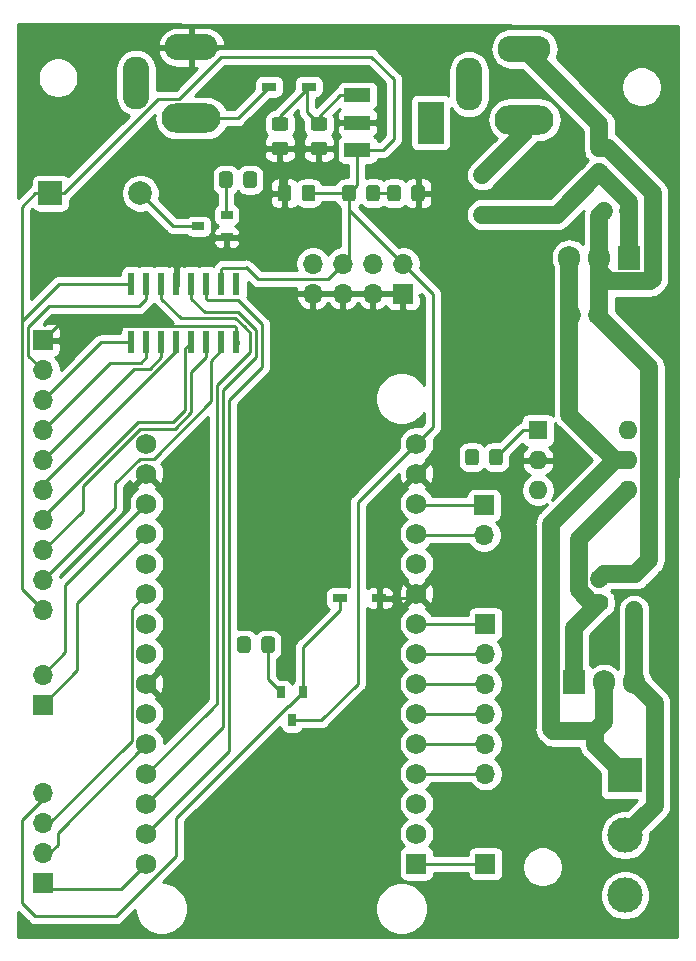
<source format=gbr>
%TF.GenerationSoftware,KiCad,Pcbnew,(5.1.6)-1*%
%TF.CreationDate,2020-07-29T00:16:21-03:00*%
%TF.ProjectId,placa_desenvolvimento,706c6163-615f-4646-9573-656e766f6c76,rev?*%
%TF.SameCoordinates,Original*%
%TF.FileFunction,Copper,L1,Top*%
%TF.FilePolarity,Positive*%
%FSLAX46Y46*%
G04 Gerber Fmt 4.6, Leading zero omitted, Abs format (unit mm)*
G04 Created by KiCad (PCBNEW (5.1.6)-1) date 2020-07-29 00:16:21*
%MOMM*%
%LPD*%
G01*
G04 APERTURE LIST*
%TA.AperFunction,ComponentPad*%
%ADD10R,3.000000X3.000000*%
%TD*%
%TA.AperFunction,ComponentPad*%
%ADD11C,3.000000*%
%TD*%
%TA.AperFunction,ComponentPad*%
%ADD12R,2.000000X2.000000*%
%TD*%
%TA.AperFunction,ComponentPad*%
%ADD13C,2.000000*%
%TD*%
%TA.AperFunction,ComponentPad*%
%ADD14O,2.250000X4.500000*%
%TD*%
%TA.AperFunction,ComponentPad*%
%ADD15O,4.500000X2.250000*%
%TD*%
%TA.AperFunction,ComponentPad*%
%ADD16O,5.000000X2.500000*%
%TD*%
%TA.AperFunction,ComponentPad*%
%ADD17R,1.700000X1.700000*%
%TD*%
%TA.AperFunction,ComponentPad*%
%ADD18O,1.700000X1.700000*%
%TD*%
%TA.AperFunction,SMDPad,CuDef*%
%ADD19R,1.000000X0.700000*%
%TD*%
%TA.AperFunction,SMDPad,CuDef*%
%ADD20R,0.700000X1.000000*%
%TD*%
%TA.AperFunction,SMDPad,CuDef*%
%ADD21R,2.200000X3.600000*%
%TD*%
%TA.AperFunction,SMDPad,CuDef*%
%ADD22R,2.235200X1.219200*%
%TD*%
%TA.AperFunction,ComponentPad*%
%ADD23R,1.752600X1.752600*%
%TD*%
%TA.AperFunction,ComponentPad*%
%ADD24C,1.752600*%
%TD*%
%TA.AperFunction,SMDPad,CuDef*%
%ADD25R,0.600000X1.970000*%
%TD*%
%TA.AperFunction,ComponentPad*%
%ADD26R,1.905000X2.000000*%
%TD*%
%TA.AperFunction,ComponentPad*%
%ADD27O,1.905000X2.000000*%
%TD*%
%TA.AperFunction,ComponentPad*%
%ADD28R,1.600000X1.600000*%
%TD*%
%TA.AperFunction,ComponentPad*%
%ADD29O,1.600000X1.600000*%
%TD*%
%TA.AperFunction,SMDPad,CuDef*%
%ADD30R,1.210000X0.730000*%
%TD*%
%TA.AperFunction,SMDPad,CuDef*%
%ADD31R,0.730000X1.210000*%
%TD*%
%TA.AperFunction,ViaPad*%
%ADD32C,0.800000*%
%TD*%
%TA.AperFunction,Conductor*%
%ADD33C,0.254000*%
%TD*%
%TA.AperFunction,Conductor*%
%ADD34C,0.250000*%
%TD*%
%TA.AperFunction,Conductor*%
%ADD35C,0.508000*%
%TD*%
%TA.AperFunction,Conductor*%
%ADD36C,0.762000*%
%TD*%
%TA.AperFunction,Conductor*%
%ADD37C,1.500000*%
%TD*%
G04 APERTURE END LIST*
D10*
%TO.P,J7,1*%
%TO.N,+12V*%
X64008000Y-87376000D03*
D11*
%TO.P,J7,2*%
%TO.N,SD_12V*%
X64008000Y-92456000D03*
%TO.P,J7,3*%
%TO.N,GND1*%
X64008000Y-97536000D03*
%TD*%
%TO.P,D2,1*%
%TO.N,GND*%
%TA.AperFunction,SMDPad,CuDef*%
G36*
G01*
X47066000Y-37649999D02*
X47066000Y-38550001D01*
G75*
G02*
X46816001Y-38800000I-249999J0D01*
G01*
X46165999Y-38800000D01*
G75*
G02*
X45916000Y-38550001I0J249999D01*
G01*
X45916000Y-37649999D01*
G75*
G02*
X46165999Y-37400000I249999J0D01*
G01*
X46816001Y-37400000D01*
G75*
G02*
X47066000Y-37649999I0J-249999D01*
G01*
G37*
%TD.AperFunction*%
%TO.P,D2,2*%
%TO.N,Net-(D2-Pad2)*%
%TA.AperFunction,SMDPad,CuDef*%
G36*
G01*
X45016000Y-37649999D02*
X45016000Y-38550001D01*
G75*
G02*
X44766001Y-38800000I-249999J0D01*
G01*
X44115999Y-38800000D01*
G75*
G02*
X43866000Y-38550001I0J249999D01*
G01*
X43866000Y-37649999D01*
G75*
G02*
X44115999Y-37400000I249999J0D01*
G01*
X44766001Y-37400000D01*
G75*
G02*
X45016000Y-37649999I0J-249999D01*
G01*
G37*
%TD.AperFunction*%
%TD*%
D12*
%TO.P,BZ1,1*%
%TO.N,+5V*%
X15367000Y-38100000D03*
D13*
%TO.P,BZ1,2*%
%TO.N,Net-(BZ1-Pad2)*%
X22967000Y-38100000D03*
%TD*%
%TO.P,C1,2*%
%TO.N,GND*%
%TA.AperFunction,SMDPad,CuDef*%
G36*
G01*
X34347999Y-33724000D02*
X35248001Y-33724000D01*
G75*
G02*
X35498000Y-33973999I0J-249999D01*
G01*
X35498000Y-34624001D01*
G75*
G02*
X35248001Y-34874000I-249999J0D01*
G01*
X34347999Y-34874000D01*
G75*
G02*
X34098000Y-34624001I0J249999D01*
G01*
X34098000Y-33973999D01*
G75*
G02*
X34347999Y-33724000I249999J0D01*
G01*
G37*
%TD.AperFunction*%
%TO.P,C1,1*%
%TO.N,VCC*%
%TA.AperFunction,SMDPad,CuDef*%
G36*
G01*
X34347999Y-31674000D02*
X35248001Y-31674000D01*
G75*
G02*
X35498000Y-31923999I0J-249999D01*
G01*
X35498000Y-32574001D01*
G75*
G02*
X35248001Y-32824000I-249999J0D01*
G01*
X34347999Y-32824000D01*
G75*
G02*
X34098000Y-32574001I0J249999D01*
G01*
X34098000Y-31923999D01*
G75*
G02*
X34347999Y-31674000I249999J0D01*
G01*
G37*
%TD.AperFunction*%
%TD*%
%TO.P,C2,1*%
%TO.N,VCC*%
%TA.AperFunction,SMDPad,CuDef*%
G36*
G01*
X37649999Y-31674000D02*
X38550001Y-31674000D01*
G75*
G02*
X38800000Y-31923999I0J-249999D01*
G01*
X38800000Y-32574001D01*
G75*
G02*
X38550001Y-32824000I-249999J0D01*
G01*
X37649999Y-32824000D01*
G75*
G02*
X37400000Y-32574001I0J249999D01*
G01*
X37400000Y-31923999D01*
G75*
G02*
X37649999Y-31674000I249999J0D01*
G01*
G37*
%TD.AperFunction*%
%TO.P,C2,2*%
%TO.N,GND*%
%TA.AperFunction,SMDPad,CuDef*%
G36*
G01*
X37649999Y-33724000D02*
X38550001Y-33724000D01*
G75*
G02*
X38800000Y-33973999I0J-249999D01*
G01*
X38800000Y-34624001D01*
G75*
G02*
X38550001Y-34874000I-249999J0D01*
G01*
X37649999Y-34874000D01*
G75*
G02*
X37400000Y-34624001I0J249999D01*
G01*
X37400000Y-33973999D01*
G75*
G02*
X37649999Y-33724000I249999J0D01*
G01*
G37*
%TD.AperFunction*%
%TD*%
%TO.P,C3,1*%
%TO.N,+5V*%
%TA.AperFunction,SMDPad,CuDef*%
G36*
G01*
X37795000Y-37649999D02*
X37795000Y-38550001D01*
G75*
G02*
X37545001Y-38800000I-249999J0D01*
G01*
X36894999Y-38800000D01*
G75*
G02*
X36645000Y-38550001I0J249999D01*
G01*
X36645000Y-37649999D01*
G75*
G02*
X36894999Y-37400000I249999J0D01*
G01*
X37545001Y-37400000D01*
G75*
G02*
X37795000Y-37649999I0J-249999D01*
G01*
G37*
%TD.AperFunction*%
%TO.P,C3,2*%
%TO.N,GND*%
%TA.AperFunction,SMDPad,CuDef*%
G36*
G01*
X35745000Y-37649999D02*
X35745000Y-38550001D01*
G75*
G02*
X35495001Y-38800000I-249999J0D01*
G01*
X34844999Y-38800000D01*
G75*
G02*
X34595000Y-38550001I0J249999D01*
G01*
X34595000Y-37649999D01*
G75*
G02*
X34844999Y-37400000I249999J0D01*
G01*
X35495001Y-37400000D01*
G75*
G02*
X35745000Y-37649999I0J-249999D01*
G01*
G37*
%TD.AperFunction*%
%TD*%
D14*
%TO.P,J1,3*%
%TO.N,N/C*%
X22605000Y-28750000D03*
D15*
%TO.P,J1,2*%
%TO.N,GND*%
X27305000Y-25750000D03*
D16*
%TO.P,J1,1*%
%TO.N,Net-(D1-Pad2)*%
X27305000Y-31750000D03*
%TD*%
D17*
%TO.P,J2,1*%
%TO.N,GND*%
X14732000Y-50546000D03*
D18*
%TO.P,J2,2*%
%TO.N,QA*%
X14732000Y-53086000D03*
%TO.P,J2,3*%
%TO.N,QB*%
X14732000Y-55626000D03*
%TO.P,J2,4*%
%TO.N,QC*%
X14732000Y-58166000D03*
%TO.P,J2,5*%
%TO.N,QD*%
X14732000Y-60706000D03*
%TO.P,J2,6*%
%TO.N,QE*%
X14732000Y-63246000D03*
%TO.P,J2,7*%
%TO.N,QF*%
X14732000Y-65786000D03*
%TO.P,J2,8*%
%TO.N,QG*%
X14732000Y-68326000D03*
%TO.P,J2,9*%
%TO.N,QH*%
X14732000Y-70866000D03*
%TO.P,J2,10*%
%TO.N,+5V*%
X14732000Y-73406000D03*
%TD*%
D17*
%TO.P,J4,1*%
%TO.N,RST*%
X52070000Y-64516000D03*
D18*
%TO.P,J4,2*%
%TO.N,EN*%
X52070000Y-67056000D03*
%TD*%
D17*
%TO.P,J5,1*%
%TO.N,A0*%
X52197000Y-94869000D03*
%TD*%
D18*
%TO.P,J6,2*%
%TO.N,TX*%
X14732000Y-78867000D03*
D17*
%TO.P,J6,1*%
%TO.N,RX*%
X14732000Y-81407000D03*
%TD*%
%TO.P,J8,1*%
%TO.N,CLK*%
X52197000Y-74549000D03*
D18*
%TO.P,J8,2*%
%TO.N,SD0*%
X52197000Y-77089000D03*
%TO.P,J8,3*%
%TO.N,CMD*%
X52197000Y-79629000D03*
%TO.P,J8,4*%
%TO.N,SD1*%
X52197000Y-82169000D03*
%TO.P,J8,5*%
%TO.N,SD2*%
X52197000Y-84709000D03*
%TO.P,J8,6*%
%TO.N,SD3*%
X52197000Y-87249000D03*
%TD*%
D17*
%TO.P,J9,1*%
%TO.N,GND*%
X45212000Y-46609000D03*
D18*
%TO.P,J9,2*%
%TO.N,+5V*%
X45212000Y-44069000D03*
%TO.P,J9,3*%
%TO.N,GND*%
X42672000Y-46609000D03*
%TO.P,J9,4*%
%TO.N,+3V3*%
X42672000Y-44069000D03*
%TO.P,J9,5*%
%TO.N,GND*%
X40132000Y-46609000D03*
%TO.P,J9,6*%
%TO.N,+5V*%
X40132000Y-44069000D03*
%TO.P,J9,7*%
%TO.N,GND*%
X37592000Y-46609000D03*
%TO.P,J9,8*%
%TO.N,+3V3*%
X37592000Y-44069000D03*
%TD*%
D19*
%TO.P,Q1,1*%
%TO.N,GND*%
X30283000Y-41844000D03*
%TO.P,Q1,2*%
%TO.N,Net-(Q1-Pad2)*%
X30283000Y-39944000D03*
%TO.P,Q1,3*%
%TO.N,Net-(BZ1-Pad2)*%
X27883000Y-40894000D03*
%TD*%
D20*
%TO.P,Q5,3*%
%TO.N,+5V*%
X35814000Y-82734000D03*
%TO.P,Q5,2*%
%TO.N,Net-(Q5-Pad2)*%
X34864000Y-80334000D03*
%TO.P,Q5,1*%
%TO.N,SD_5V*%
X36764000Y-80334000D03*
%TD*%
%TO.P,R1,2*%
%TO.N,+5V*%
%TA.AperFunction,SMDPad,CuDef*%
G36*
G01*
X41206000Y-37649999D02*
X41206000Y-38550001D01*
G75*
G02*
X40956001Y-38800000I-249999J0D01*
G01*
X40305999Y-38800000D01*
G75*
G02*
X40056000Y-38550001I0J249999D01*
G01*
X40056000Y-37649999D01*
G75*
G02*
X40305999Y-37400000I249999J0D01*
G01*
X40956001Y-37400000D01*
G75*
G02*
X41206000Y-37649999I0J-249999D01*
G01*
G37*
%TD.AperFunction*%
%TO.P,R1,1*%
%TO.N,Net-(D2-Pad2)*%
%TA.AperFunction,SMDPad,CuDef*%
G36*
G01*
X43256000Y-37649999D02*
X43256000Y-38550001D01*
G75*
G02*
X43006001Y-38800000I-249999J0D01*
G01*
X42355999Y-38800000D01*
G75*
G02*
X42106000Y-38550001I0J249999D01*
G01*
X42106000Y-37649999D01*
G75*
G02*
X42355999Y-37400000I249999J0D01*
G01*
X43006001Y-37400000D01*
G75*
G02*
X43256000Y-37649999I0J-249999D01*
G01*
G37*
%TD.AperFunction*%
%TD*%
%TO.P,R2,2*%
%TO.N,PWM*%
%TA.AperFunction,SMDPad,CuDef*%
G36*
G01*
X31692000Y-37407001D02*
X31692000Y-36506999D01*
G75*
G02*
X31941999Y-36257000I249999J0D01*
G01*
X32592001Y-36257000D01*
G75*
G02*
X32842000Y-36506999I0J-249999D01*
G01*
X32842000Y-37407001D01*
G75*
G02*
X32592001Y-37657000I-249999J0D01*
G01*
X31941999Y-37657000D01*
G75*
G02*
X31692000Y-37407001I0J249999D01*
G01*
G37*
%TD.AperFunction*%
%TO.P,R2,1*%
%TO.N,Net-(Q1-Pad2)*%
%TA.AperFunction,SMDPad,CuDef*%
G36*
G01*
X29642000Y-37407001D02*
X29642000Y-36506999D01*
G75*
G02*
X29891999Y-36257000I249999J0D01*
G01*
X30542001Y-36257000D01*
G75*
G02*
X30792000Y-36506999I0J-249999D01*
G01*
X30792000Y-37407001D01*
G75*
G02*
X30542001Y-37657000I-249999J0D01*
G01*
X29891999Y-37657000D01*
G75*
G02*
X29642000Y-37407001I0J249999D01*
G01*
G37*
%TD.AperFunction*%
%TD*%
%TO.P,R8,1*%
%TO.N,Net-(Q5-Pad2)*%
%TA.AperFunction,SMDPad,CuDef*%
G36*
G01*
X34366000Y-75876999D02*
X34366000Y-76777001D01*
G75*
G02*
X34116001Y-77027000I-249999J0D01*
G01*
X33465999Y-77027000D01*
G75*
G02*
X33216000Y-76777001I0J249999D01*
G01*
X33216000Y-75876999D01*
G75*
G02*
X33465999Y-75627000I249999J0D01*
G01*
X34116001Y-75627000D01*
G75*
G02*
X34366000Y-75876999I0J-249999D01*
G01*
G37*
%TD.AperFunction*%
%TO.P,R8,2*%
%TO.N,D6*%
%TA.AperFunction,SMDPad,CuDef*%
G36*
G01*
X32316000Y-75876999D02*
X32316000Y-76777001D01*
G75*
G02*
X32066001Y-77027000I-249999J0D01*
G01*
X31415999Y-77027000D01*
G75*
G02*
X31166000Y-76777001I0J249999D01*
G01*
X31166000Y-75876999D01*
G75*
G02*
X31415999Y-75627000I249999J0D01*
G01*
X32066001Y-75627000D01*
G75*
G02*
X32316000Y-75876999I0J-249999D01*
G01*
G37*
%TD.AperFunction*%
%TD*%
D21*
%TO.P,U1,4*%
%TO.N,N/C*%
X47549000Y-32131000D03*
D22*
%TO.P,U1,3*%
%TO.N,+5V*%
X41351200Y-34442400D03*
%TO.P,U1,2*%
%TO.N,GND*%
X41351200Y-32131000D03*
%TO.P,U1,1*%
%TO.N,VCC*%
X41351200Y-29819600D03*
%TD*%
D23*
%TO.P,U2,1*%
%TO.N,A0*%
X46355000Y-94869000D03*
D24*
%TO.P,U2,2*%
%TO.N,Net-(U2-Pad2)*%
X46355000Y-92329000D03*
%TO.P,U2,3*%
%TO.N,Net-(U2-Pad3)*%
X46355000Y-89789000D03*
%TO.P,U2,4*%
%TO.N,SD3*%
X46355000Y-87249000D03*
%TO.P,U2,5*%
%TO.N,SD2*%
X46355000Y-84709000D03*
%TO.P,U2,6*%
%TO.N,SD1*%
X46355000Y-82169000D03*
%TO.P,U2,7*%
%TO.N,CMD*%
X46355000Y-79629000D03*
%TO.P,U2,8*%
%TO.N,SD0*%
X46355000Y-77089000D03*
%TO.P,U2,9*%
%TO.N,CLK*%
X46355000Y-74549000D03*
%TO.P,U2,10*%
%TO.N,GND*%
X46355000Y-72009000D03*
%TO.P,U2,11*%
%TO.N,+3V3*%
X46355000Y-69469000D03*
%TO.P,U2,12*%
%TO.N,EN*%
X46355000Y-66929000D03*
%TO.P,U2,13*%
%TO.N,RST*%
X46355000Y-64389000D03*
%TO.P,U2,14*%
%TO.N,GND*%
X46355000Y-61849000D03*
%TO.P,U2,15*%
%TO.N,+5V*%
X46355000Y-59309000D03*
%TO.P,U2,30*%
%TO.N,D0*%
X23495000Y-94869000D03*
%TO.P,U2,29*%
%TO.N,SOCLK*%
X23495000Y-92329000D03*
%TO.P,U2,28*%
%TO.N,PEN*%
X23495000Y-89789000D03*
%TO.P,U2,27*%
%TO.N,SODATA*%
X23495000Y-87249000D03*
%TO.P,U2,26*%
%TO.N,D4*%
X23495000Y-84709000D03*
%TO.P,U2,25*%
%TO.N,+3V3*%
X23495000Y-82169000D03*
%TO.P,U2,24*%
%TO.N,GND*%
X23495000Y-79629000D03*
%TO.P,U2,23*%
%TO.N,D5*%
X23495000Y-77089000D03*
%TO.P,U2,22*%
%TO.N,D6*%
X23495000Y-74549000D03*
%TO.P,U2,21*%
%TO.N,D7*%
X23495000Y-72009000D03*
%TO.P,U2,20*%
%TO.N,PWM*%
X23495000Y-69469000D03*
%TO.P,U2,19*%
%TO.N,RX*%
X23495000Y-66929000D03*
%TO.P,U2,18*%
%TO.N,TX*%
X23495000Y-64389000D03*
%TO.P,U2,17*%
%TO.N,GND*%
X23495000Y-61849000D03*
%TO.P,U2,16*%
%TO.N,+3V3*%
X23495000Y-59309000D03*
%TD*%
D25*
%TO.P,U601,1*%
%TO.N,QB*%
X22225000Y-50735000D03*
%TO.P,U601,2*%
%TO.N,QC*%
X23495000Y-50735000D03*
%TO.P,U601,3*%
%TO.N,QD*%
X24765000Y-50735000D03*
%TO.P,U601,4*%
%TO.N,QE*%
X26035000Y-50735000D03*
%TO.P,U601,5*%
%TO.N,QF*%
X27305000Y-50735000D03*
%TO.P,U601,6*%
%TO.N,QG*%
X28575000Y-50735000D03*
%TO.P,U601,7*%
%TO.N,QH*%
X29845000Y-50735000D03*
%TO.P,U601,8*%
%TO.N,GND*%
X31115000Y-50735000D03*
%TO.P,U601,9*%
%TO.N,Net-(U601-Pad9)*%
X31115000Y-45785000D03*
%TO.P,U601,10*%
%TO.N,+5V*%
X29845000Y-45785000D03*
%TO.P,U601,11*%
%TO.N,SOCLK*%
X28575000Y-45785000D03*
%TO.P,U601,12*%
%TO.N,PEN*%
X27305000Y-45785000D03*
%TO.P,U601,13*%
%TO.N,GND*%
X26035000Y-45785000D03*
%TO.P,U601,14*%
%TO.N,SODATA*%
X24765000Y-45785000D03*
%TO.P,U601,15*%
%TO.N,QA*%
X23495000Y-45785000D03*
%TO.P,U601,16*%
%TO.N,+5V*%
X22225000Y-45785000D03*
%TD*%
%TO.P,C4,1*%
%TO.N,VCCQ*%
%TA.AperFunction,SMDPad,CuDef*%
G36*
G01*
X64846000Y-39173999D02*
X64846000Y-40074001D01*
G75*
G02*
X64596001Y-40324000I-249999J0D01*
G01*
X63945999Y-40324000D01*
G75*
G02*
X63696000Y-40074001I0J249999D01*
G01*
X63696000Y-39173999D01*
G75*
G02*
X63945999Y-38924000I249999J0D01*
G01*
X64596001Y-38924000D01*
G75*
G02*
X64846000Y-39173999I0J-249999D01*
G01*
G37*
%TD.AperFunction*%
%TO.P,C4,2*%
%TO.N,GND1*%
%TA.AperFunction,SMDPad,CuDef*%
G36*
G01*
X62796000Y-39173999D02*
X62796000Y-40074001D01*
G75*
G02*
X62546001Y-40324000I-249999J0D01*
G01*
X61895999Y-40324000D01*
G75*
G02*
X61646000Y-40074001I0J249999D01*
G01*
X61646000Y-39173999D01*
G75*
G02*
X61895999Y-38924000I249999J0D01*
G01*
X62546001Y-38924000D01*
G75*
G02*
X62796000Y-39173999I0J-249999D01*
G01*
G37*
%TD.AperFunction*%
%TD*%
%TO.P,C5,2*%
%TO.N,GND1*%
%TA.AperFunction,SMDPad,CuDef*%
G36*
G01*
X61029000Y-48837001D02*
X61029000Y-47936999D01*
G75*
G02*
X61278999Y-47687000I249999J0D01*
G01*
X61929001Y-47687000D01*
G75*
G02*
X62179000Y-47936999I0J-249999D01*
G01*
X62179000Y-48837001D01*
G75*
G02*
X61929001Y-49087000I-249999J0D01*
G01*
X61278999Y-49087000D01*
G75*
G02*
X61029000Y-48837001I0J249999D01*
G01*
G37*
%TD.AperFunction*%
%TO.P,C5,1*%
%TO.N,+12V*%
%TA.AperFunction,SMDPad,CuDef*%
G36*
G01*
X58979000Y-48837001D02*
X58979000Y-47936999D01*
G75*
G02*
X59228999Y-47687000I249999J0D01*
G01*
X59879001Y-47687000D01*
G75*
G02*
X60129000Y-47936999I0J-249999D01*
G01*
X60129000Y-48837001D01*
G75*
G02*
X59879001Y-49087000I-249999J0D01*
G01*
X59228999Y-49087000D01*
G75*
G02*
X58979000Y-48837001I0J249999D01*
G01*
G37*
%TD.AperFunction*%
%TD*%
D26*
%TO.P,U3,1*%
%TO.N,VCCQ*%
X64389000Y-43561000D03*
D27*
%TO.P,U3,2*%
%TO.N,GND1*%
X61849000Y-43561000D03*
%TO.P,U3,3*%
%TO.N,+12V*%
X59309000Y-43561000D03*
%TD*%
D17*
%TO.P,J3,1*%
%TO.N,D0*%
X14732000Y-96520000D03*
D18*
%TO.P,J3,2*%
%TO.N,D4*%
X14732000Y-93980000D03*
%TO.P,J3,3*%
%TO.N,D7*%
X14732000Y-91440000D03*
%TO.P,J3,4*%
%TO.N,SD_5V*%
X14732000Y-88900000D03*
%TD*%
%TO.P,R3,2*%
%TO.N,D5*%
%TA.AperFunction,SMDPad,CuDef*%
G36*
G01*
X51620000Y-60001999D02*
X51620000Y-60902001D01*
G75*
G02*
X51370001Y-61152000I-249999J0D01*
G01*
X50719999Y-61152000D01*
G75*
G02*
X50470000Y-60902001I0J249999D01*
G01*
X50470000Y-60001999D01*
G75*
G02*
X50719999Y-59752000I249999J0D01*
G01*
X51370001Y-59752000D01*
G75*
G02*
X51620000Y-60001999I0J-249999D01*
G01*
G37*
%TD.AperFunction*%
%TO.P,R3,1*%
%TO.N,Net-(R3-Pad1)*%
%TA.AperFunction,SMDPad,CuDef*%
G36*
G01*
X53670000Y-60001999D02*
X53670000Y-60902001D01*
G75*
G02*
X53420001Y-61152000I-249999J0D01*
G01*
X52769999Y-61152000D01*
G75*
G02*
X52520000Y-60902001I0J249999D01*
G01*
X52520000Y-60001999D01*
G75*
G02*
X52769999Y-59752000I249999J0D01*
G01*
X53420001Y-59752000D01*
G75*
G02*
X53670000Y-60001999I0J-249999D01*
G01*
G37*
%TD.AperFunction*%
%TD*%
%TO.P,R4,1*%
%TO.N,GND1*%
%TA.AperFunction,SMDPad,CuDef*%
G36*
G01*
X61398999Y-70155000D02*
X62299001Y-70155000D01*
G75*
G02*
X62549000Y-70404999I0J-249999D01*
G01*
X62549000Y-71055001D01*
G75*
G02*
X62299001Y-71305000I-249999J0D01*
G01*
X61398999Y-71305000D01*
G75*
G02*
X61149000Y-71055001I0J249999D01*
G01*
X61149000Y-70404999D01*
G75*
G02*
X61398999Y-70155000I249999J0D01*
G01*
G37*
%TD.AperFunction*%
%TO.P,R4,2*%
%TO.N,Net-(Q2-Pad1)*%
%TA.AperFunction,SMDPad,CuDef*%
G36*
G01*
X61398999Y-72205000D02*
X62299001Y-72205000D01*
G75*
G02*
X62549000Y-72454999I0J-249999D01*
G01*
X62549000Y-73105001D01*
G75*
G02*
X62299001Y-73355000I-249999J0D01*
G01*
X61398999Y-73355000D01*
G75*
G02*
X61149000Y-73105001I0J249999D01*
G01*
X61149000Y-72454999D01*
G75*
G02*
X61398999Y-72205000I249999J0D01*
G01*
G37*
%TD.AperFunction*%
%TD*%
D28*
%TO.P,U4,1*%
%TO.N,Net-(R3-Pad1)*%
X56642000Y-58166000D03*
D29*
%TO.P,U4,4*%
%TO.N,Net-(Q2-Pad1)*%
X64262000Y-63246000D03*
%TO.P,U4,2*%
%TO.N,GND*%
X56642000Y-60706000D03*
%TO.P,U4,5*%
%TO.N,+12V*%
X64262000Y-60706000D03*
%TO.P,U4,3*%
%TO.N,Net-(U4-Pad3)*%
X56642000Y-63246000D03*
%TO.P,U4,6*%
%TO.N,Net-(U4-Pad6)*%
X64262000Y-58166000D03*
%TD*%
D26*
%TO.P,Q2,1*%
%TO.N,Net-(Q2-Pad1)*%
X59690000Y-79502000D03*
D27*
%TO.P,Q2,2*%
%TO.N,+12V*%
X62230000Y-79502000D03*
%TO.P,Q2,3*%
%TO.N,SD_12V*%
X64770000Y-79502000D03*
%TD*%
D30*
%TO.P,D1,2*%
%TO.N,Net-(D1-Pad2)*%
X33880000Y-29083000D03*
%TO.P,D1,1*%
%TO.N,VCC*%
X37240000Y-29083000D03*
%TD*%
D31*
%TO.P,D3,1*%
%TO.N,SD_12V*%
X64897000Y-73689000D03*
%TO.P,D3,2*%
%TO.N,GND1*%
X64897000Y-70329000D03*
%TD*%
D30*
%TO.P,D4,2*%
%TO.N,GND*%
X43209000Y-72390000D03*
%TO.P,D4,1*%
%TO.N,SD_5V*%
X39849000Y-72390000D03*
%TD*%
%TO.P,C6,1*%
%TO.N,VCCQ*%
%TA.AperFunction,SMDPad,CuDef*%
G36*
G01*
X62299001Y-36906000D02*
X61398999Y-36906000D01*
G75*
G02*
X61149000Y-36656001I0J249999D01*
G01*
X61149000Y-36005999D01*
G75*
G02*
X61398999Y-35756000I249999J0D01*
G01*
X62299001Y-35756000D01*
G75*
G02*
X62549000Y-36005999I0J-249999D01*
G01*
X62549000Y-36656001D01*
G75*
G02*
X62299001Y-36906000I-249999J0D01*
G01*
G37*
%TD.AperFunction*%
%TO.P,C6,2*%
%TO.N,GND1*%
%TA.AperFunction,SMDPad,CuDef*%
G36*
G01*
X62299001Y-34856000D02*
X61398999Y-34856000D01*
G75*
G02*
X61149000Y-34606001I0J249999D01*
G01*
X61149000Y-33955999D01*
G75*
G02*
X61398999Y-33706000I249999J0D01*
G01*
X62299001Y-33706000D01*
G75*
G02*
X62549000Y-33955999I0J-249999D01*
G01*
X62549000Y-34606001D01*
G75*
G02*
X62299001Y-34856000I-249999J0D01*
G01*
G37*
%TD.AperFunction*%
%TD*%
D31*
%TO.P,D5,2*%
%TO.N,Net-(D5-Pad2)*%
X51943000Y-36547000D03*
%TO.P,D5,1*%
%TO.N,VCCQ*%
X51943000Y-39907000D03*
%TD*%
D14*
%TO.P,J10,3*%
%TO.N,N/C*%
X50799000Y-28877000D03*
D15*
%TO.P,J10,2*%
%TO.N,GND1*%
X55499000Y-25877000D03*
D16*
%TO.P,J10,1*%
%TO.N,Net-(D5-Pad2)*%
X55499000Y-31877000D03*
%TD*%
D32*
%TO.N,GND*%
X46482000Y-38100000D03*
X35170000Y-38100000D03*
%TO.N,PWM*%
X32267000Y-36957000D03*
%TO.N,D5*%
X51045000Y-60452000D03*
%TO.N,D6*%
X31741000Y-76327000D03*
%TD*%
D33*
%TO.N,+5V*%
X37033200Y-37913200D02*
X37220000Y-38100000D01*
X37220000Y-38100000D02*
X40631000Y-38100000D01*
X40631000Y-43570000D02*
X40132000Y-44069000D01*
X40631000Y-38100000D02*
X40631000Y-43570000D01*
X40631000Y-38100000D02*
X40631000Y-38980000D01*
X40631000Y-39488000D02*
X45212000Y-44069000D01*
X40631000Y-38100000D02*
X40631000Y-39488000D01*
X46355000Y-59309000D02*
X47231299Y-58432701D01*
X35814000Y-82734000D02*
X38297000Y-82734000D01*
X38297000Y-82734000D02*
X41402000Y-79629000D01*
X41402000Y-64262000D02*
X46355000Y-59309000D01*
X41402000Y-79629000D02*
X41402000Y-64262000D01*
X14732000Y-73406000D02*
X12954000Y-71628000D01*
X29845000Y-44546000D02*
X29845000Y-45785000D01*
X29972001Y-44418999D02*
X29845000Y-44546000D01*
X31719801Y-44418999D02*
X29972001Y-44418999D01*
X40995600Y-34442400D02*
X41351200Y-34442400D01*
X38823001Y-45377999D02*
X32931999Y-45377999D01*
X40132000Y-44069000D02*
X38823001Y-45377999D01*
X15367000Y-38100000D02*
X14097000Y-38100000D01*
X12954000Y-39243000D02*
X12954000Y-46736000D01*
X14097000Y-38100000D02*
X12954000Y-39243000D01*
X12954000Y-46736000D02*
X12954000Y-46420000D01*
X16509819Y-38100000D02*
X15367000Y-38100000D01*
X24490829Y-30118990D02*
X16509819Y-38100000D01*
X26269010Y-30118990D02*
X24490829Y-30118990D01*
X41351200Y-37379800D02*
X40631000Y-38100000D01*
X41351200Y-34442400D02*
X41351200Y-37379800D01*
X41351200Y-34442400D02*
X43535600Y-34442400D01*
X43535600Y-34442400D02*
X44450000Y-33528000D01*
X44450000Y-33528000D02*
X44450000Y-28448000D01*
X44450000Y-28448000D02*
X42545000Y-26543000D01*
X29845000Y-26543000D02*
X29083000Y-27305000D01*
X42545000Y-26543000D02*
X29845000Y-26543000D01*
X29083000Y-27305000D02*
X26269010Y-30118990D01*
X46355000Y-59309000D02*
X47752000Y-57912000D01*
X47752000Y-46609000D02*
X46672500Y-45529500D01*
X47752000Y-57912000D02*
X47752000Y-46609000D01*
X46804990Y-45661990D02*
X46672500Y-45529500D01*
X46672500Y-45529500D02*
X45212000Y-44069000D01*
D34*
X31908001Y-44418999D02*
X31940500Y-44386500D01*
X31719801Y-44418999D02*
X31908001Y-44418999D01*
D33*
X32931999Y-45377999D02*
X31940500Y-44386500D01*
D34*
X12954000Y-48895000D02*
X16064000Y-45785000D01*
X16064000Y-45785000D02*
X22225000Y-45785000D01*
D33*
X12954000Y-48895000D02*
X12954000Y-46736000D01*
X12954000Y-71628000D02*
X12954000Y-48895000D01*
%TO.N,Net-(BZ1-Pad2)*%
X25761000Y-40894000D02*
X24628000Y-39761000D01*
X27883000Y-40894000D02*
X25761000Y-40894000D01*
X25019000Y-40152000D02*
X24628000Y-39761000D01*
X24628000Y-39761000D02*
X22967000Y-38100000D01*
%TO.N,GND*%
X38100000Y-34299000D02*
X34798000Y-34299000D01*
X38800000Y-34299000D02*
X38100000Y-34299000D01*
X34798000Y-37728000D02*
X35170000Y-38100000D01*
X34798000Y-34299000D02*
X34798000Y-37728000D01*
X26035000Y-45084198D02*
X26035000Y-45785000D01*
D34*
X45974000Y-72390000D02*
X46355000Y-72009000D01*
X42672000Y-72390000D02*
X45974000Y-72390000D01*
D33*
X39056200Y-34299000D02*
X38100000Y-34299000D01*
D34*
X15907001Y-49370999D02*
X14732000Y-50546000D01*
X31115000Y-49500000D02*
X30985999Y-49370999D01*
X30985999Y-49370999D02*
X15907001Y-49370999D01*
X31115000Y-50735000D02*
X31115000Y-49500000D01*
D33*
%TO.N,VCC*%
X34299000Y-31750000D02*
X34798000Y-32249000D01*
X38100000Y-32249000D02*
X38109000Y-32249000D01*
D35*
%TO.N,VCCQ*%
X64389000Y-39506000D02*
X64271000Y-39624000D01*
D36*
X64271000Y-43443000D02*
X64389000Y-43561000D01*
D33*
%TO.N,VCC*%
X37084000Y-29210000D02*
X37084000Y-29963000D01*
X37084000Y-29210000D02*
X37084000Y-31233000D01*
X37084000Y-31233000D02*
X38100000Y-32249000D01*
X34798000Y-31525000D02*
X37240000Y-29083000D01*
X34798000Y-32249000D02*
X34798000Y-31525000D01*
X38100000Y-31623000D02*
X38100000Y-32249000D01*
X41351200Y-29819600D02*
X39903400Y-29819600D01*
X39903400Y-29819600D02*
X38100000Y-31623000D01*
%TO.N,Net-(D1-Pad2)*%
X31213000Y-31750000D02*
X33880000Y-29083000D01*
X27305000Y-31750000D02*
X31213000Y-31750000D01*
D34*
%TO.N,Net-(D2-Pad2)*%
X44441000Y-38100000D02*
X42681000Y-38100000D01*
D33*
%TO.N,QA*%
X23495000Y-47024000D02*
X23367999Y-47151001D01*
X14732000Y-52920001D02*
X14732000Y-53086000D01*
X23495000Y-47024000D02*
X23495000Y-45785000D01*
X22840000Y-47679000D02*
X23495000Y-47024000D01*
X19973001Y-47679000D02*
X22840000Y-47679000D01*
D34*
X13502999Y-51856999D02*
X14732000Y-53086000D01*
X13502999Y-49392799D02*
X13502999Y-51856999D01*
X15216798Y-47679000D02*
X13502999Y-49392799D01*
X19973001Y-47679000D02*
X15216798Y-47679000D01*
%TO.N,QB*%
X14732000Y-55626000D02*
X17653000Y-52705000D01*
D33*
X19623000Y-50735000D02*
X22225000Y-50735000D01*
X17653000Y-52705000D02*
X19623000Y-50735000D01*
D34*
%TO.N,QC*%
X14732000Y-58166000D02*
X18157010Y-54740990D01*
D33*
X20447000Y-52451000D02*
X23018000Y-52451000D01*
X23495000Y-51974000D02*
X23495000Y-50735000D01*
X23018000Y-52451000D02*
X23495000Y-51974000D01*
X18157010Y-54740990D02*
X20447000Y-52451000D01*
%TO.N,QD*%
X23779991Y-52959009D02*
X24765000Y-51974000D01*
X24765000Y-51974000D02*
X24765000Y-50735000D01*
X22478991Y-52959009D02*
X15748000Y-59690000D01*
X14732000Y-60706000D02*
X15748000Y-59690000D01*
X23779991Y-52959009D02*
X22478991Y-52959009D01*
X15748000Y-59690000D02*
X16256000Y-59182000D01*
%TO.N,QE*%
X14732000Y-62725434D02*
X14732000Y-63246000D01*
X26035000Y-50735000D02*
X26035000Y-51422434D01*
X26035000Y-51422434D02*
X14732000Y-62725434D01*
%TO.N,QF*%
X14732000Y-65492760D02*
X14732000Y-65786000D01*
X26746001Y-56449881D02*
X25715881Y-57480001D01*
X26746001Y-51293999D02*
X26746001Y-56449881D01*
X27305000Y-50735000D02*
X26746001Y-51293999D01*
X22744759Y-57480001D02*
X14732000Y-65492760D01*
X25715881Y-57480001D02*
X22744759Y-57480001D01*
%TO.N,QG*%
X22904194Y-58039000D02*
X18079784Y-62863410D01*
X28575000Y-50735000D02*
X28575000Y-51943000D01*
X28575000Y-51943000D02*
X27254010Y-53263990D01*
X27254010Y-56660306D02*
X25875316Y-58039000D01*
X18079784Y-64978216D02*
X14732000Y-68326000D01*
X27254010Y-53263990D02*
X27254010Y-56660306D01*
X18079784Y-62863410D02*
X18079784Y-64978216D01*
X25875316Y-58039000D02*
X22904194Y-58039000D01*
D34*
%TO.N,QH*%
X14732000Y-70866000D02*
X20828000Y-64770000D01*
D33*
X28955990Y-52280444D02*
X29845000Y-51391434D01*
X29845000Y-51391434D02*
X29845000Y-50735000D01*
X28955990Y-55708816D02*
X28955990Y-52280444D01*
X24098505Y-60566301D02*
X28955990Y-55708816D01*
X22916893Y-60566301D02*
X24098505Y-60566301D01*
X20828000Y-62655194D02*
X22916893Y-60566301D01*
X20828000Y-64770000D02*
X20828000Y-62655194D01*
%TO.N,D0*%
X21336000Y-97028000D02*
X23495000Y-94869000D01*
X14732000Y-97028000D02*
X21336000Y-97028000D01*
%TO.N,RST*%
X46482000Y-64516000D02*
X46355000Y-64389000D01*
X52070000Y-64516000D02*
X46482000Y-64516000D01*
%TO.N,EN*%
X46482000Y-67056000D02*
X46355000Y-66929000D01*
X52070000Y-67056000D02*
X46482000Y-67056000D01*
%TO.N,A0*%
X52197000Y-94869000D02*
X46355000Y-94869000D01*
%TO.N,RX*%
X14732000Y-81407000D02*
X17653000Y-78486000D01*
X17653000Y-72771000D02*
X23495000Y-66929000D01*
X17653000Y-78486000D02*
X17653000Y-72771000D01*
%TO.N,TX*%
X23495000Y-64389000D02*
X16637000Y-71247000D01*
X16637000Y-76962000D02*
X14732000Y-78867000D01*
X16637000Y-71247000D02*
X16637000Y-76962000D01*
%TO.N,CLK*%
X52197000Y-74549000D02*
X46355000Y-74549000D01*
%TO.N,CMD*%
X52197000Y-79629000D02*
X46355000Y-79629000D01*
%TO.N,SD0*%
X52197000Y-77089000D02*
X46355000Y-77089000D01*
%TO.N,SD1*%
X52197000Y-82169000D02*
X46355000Y-82169000D01*
%TO.N,SD2*%
X52197000Y-84709000D02*
X46355000Y-84709000D01*
%TO.N,SD3*%
X52197000Y-87249000D02*
X46355000Y-87249000D01*
%TO.N,Net-(Q1-Pad2)*%
X30226000Y-39887000D02*
X30283000Y-39944000D01*
X30226000Y-36966000D02*
X30226000Y-39887000D01*
%TO.N,Net-(Q5-Pad2)*%
X33791000Y-79261000D02*
X34864000Y-80334000D01*
X33791000Y-76327000D02*
X33791000Y-79261000D01*
%TO.N,D7*%
X22237699Y-73266301D02*
X23495000Y-72009000D01*
X22237699Y-84442301D02*
X22237699Y-73266301D01*
X14732000Y-91948000D02*
X22237699Y-84442301D01*
%TO.N,SOCLK*%
X23495000Y-92329000D02*
X30480010Y-85343990D01*
X28575000Y-47024000D02*
X28575000Y-45785000D01*
X28702001Y-47151001D02*
X28575000Y-47024000D01*
X33274009Y-49192575D02*
X31232435Y-47151001D01*
X31232435Y-47151001D02*
X28702001Y-47151001D01*
X30480010Y-85343990D02*
X30480010Y-55625990D01*
X30480010Y-55625990D02*
X33274000Y-52832000D01*
X33274000Y-49192584D02*
X33274009Y-49192575D01*
X33274000Y-52832000D02*
X33274000Y-49192584D01*
%TO.N,PEN*%
X31202227Y-48132991D02*
X32766000Y-49696764D01*
X28413990Y-48132990D02*
X31202227Y-48132991D01*
X27305000Y-45785000D02*
X27305000Y-47024000D01*
X27305000Y-47024000D02*
X28413990Y-48132990D01*
X32766000Y-49696764D02*
X32766000Y-51943000D01*
X29972010Y-83311990D02*
X23495000Y-89789000D01*
X29972010Y-54736990D02*
X29972010Y-83311990D01*
X32766000Y-51943000D02*
X29972010Y-54736990D01*
%TO.N,SODATA*%
X29002001Y-81741999D02*
X23495000Y-87249000D01*
X29464000Y-81280000D02*
X29002001Y-81741999D01*
X24765000Y-47024000D02*
X26382000Y-48641000D01*
X26382000Y-48641000D02*
X30991802Y-48641000D01*
X24765000Y-45785000D02*
X24765000Y-47024000D01*
X30991802Y-48641000D02*
X31796001Y-49445199D01*
X31796001Y-49445199D02*
X31796001Y-49449001D01*
X31796001Y-49449001D02*
X32258000Y-49911000D01*
X29464000Y-54356802D02*
X29464000Y-81280000D01*
X32258000Y-51562802D02*
X29464000Y-54356802D01*
X32258000Y-49911000D02*
X32258000Y-51562802D01*
D37*
%TO.N,+12V*%
X59309000Y-48142000D02*
X59554000Y-48387000D01*
X59309000Y-43561000D02*
X59309000Y-48142000D01*
X61445701Y-83665001D02*
X57934299Y-83665001D01*
X62230000Y-82880702D02*
X61445701Y-83665001D01*
X62230000Y-79502000D02*
X62230000Y-80721702D01*
X62230000Y-79502000D02*
X62230000Y-82880702D01*
X61445701Y-84813701D02*
X64008000Y-87376000D01*
X61445701Y-83665001D02*
X61445701Y-84813701D01*
X63130630Y-60706000D02*
X59309000Y-56884370D01*
X59309000Y-56884370D02*
X59309000Y-43561000D01*
X57733499Y-83464201D02*
X57934299Y-83665001D01*
X63130630Y-60706000D02*
X57733499Y-66103131D01*
X57733499Y-66103131D02*
X57733499Y-83464201D01*
X64262000Y-60706000D02*
X63130630Y-60706000D01*
D33*
%TO.N,D4*%
X15963001Y-93256999D02*
X15963001Y-92240999D01*
X15963001Y-92240999D02*
X23495000Y-84709000D01*
X14732000Y-94488000D02*
X15963001Y-93256999D01*
D37*
%TO.N,SD_12V*%
X64770000Y-73406000D02*
X64770000Y-79502000D01*
X66512001Y-81244001D02*
X64770000Y-79502000D01*
X64008000Y-92456000D02*
X66512001Y-89951999D01*
X66512001Y-89951999D02*
X66512001Y-81244001D01*
D33*
%TO.N,SD_5V*%
X36764000Y-76511000D02*
X36948000Y-76327000D01*
X36764000Y-80334000D02*
X36764000Y-76511000D01*
X36764000Y-80334000D02*
X35564000Y-81534000D01*
X35478198Y-81534000D02*
X26035000Y-90977198D01*
X35564000Y-81534000D02*
X35478198Y-81534000D01*
X26035000Y-94189806D02*
X20910806Y-99314000D01*
X26035000Y-90977198D02*
X26035000Y-94189806D01*
X14097000Y-99314000D02*
X12954000Y-98171000D01*
X20910806Y-99314000D02*
X14097000Y-99314000D01*
X12954000Y-91186000D02*
X14732000Y-89408000D01*
X12954000Y-98171000D02*
X12954000Y-91186000D01*
D34*
X39878000Y-73397000D02*
X36764000Y-76511000D01*
X39878000Y-72390000D02*
X39878000Y-73397000D01*
D37*
%TO.N,Net-(Q2-Pad1)*%
X59690000Y-79502000D02*
X59690000Y-78867000D01*
X59690000Y-74939000D02*
X61849000Y-72780000D01*
X59690000Y-79502000D02*
X59690000Y-74939000D01*
X60094991Y-67413009D02*
X64262000Y-63246000D01*
X60094991Y-71725991D02*
X60094991Y-67413009D01*
X61149000Y-72780000D02*
X60094991Y-71725991D01*
X61849000Y-72780000D02*
X61149000Y-72780000D01*
%TO.N,GND1*%
X61849000Y-39996000D02*
X62221000Y-39624000D01*
X61849000Y-43561000D02*
X61849000Y-39996000D01*
X61849000Y-48142000D02*
X61604000Y-48387000D01*
X61849000Y-43561000D02*
X61849000Y-48142000D01*
X61849000Y-43561000D02*
X61849000Y-45466000D01*
X61849000Y-32227000D02*
X55499000Y-25877000D01*
X61849000Y-34281000D02*
X61849000Y-32227000D01*
X66345501Y-38077501D02*
X62549000Y-34281000D01*
X66345501Y-45364201D02*
X66345501Y-38077501D01*
X66144701Y-45565001D02*
X66345501Y-45364201D01*
X62633299Y-45565001D02*
X66144701Y-45565001D01*
X61849000Y-44780702D02*
X62633299Y-45565001D01*
X62549000Y-34281000D02*
X61849000Y-34281000D01*
X61849000Y-43561000D02*
X61849000Y-44780702D01*
X66066001Y-52849001D02*
X66066001Y-69159999D01*
X66066001Y-69159999D02*
X64897000Y-70329000D01*
X61604000Y-48387000D02*
X66066001Y-52849001D01*
X62250000Y-70329000D02*
X61849000Y-70730000D01*
X64897000Y-70329000D02*
X62250000Y-70329000D01*
D34*
%TO.N,Net-(R3-Pad1)*%
X55381000Y-58166000D02*
X53095000Y-60452000D01*
X53095000Y-60452000D02*
X53095000Y-60443000D01*
X55372000Y-58166000D02*
X56642000Y-58166000D01*
X53095000Y-60443000D02*
X55372000Y-58166000D01*
D37*
%TO.N,VCCQ*%
X64389000Y-39742000D02*
X64271000Y-39624000D01*
X64389000Y-43561000D02*
X64389000Y-39742000D01*
X64389000Y-38871000D02*
X64389000Y-43561000D01*
X61849000Y-36331000D02*
X64389000Y-38871000D01*
X58273000Y-39907000D02*
X61849000Y-36331000D01*
X51943000Y-39907000D02*
X58273000Y-39907000D01*
%TO.N,Net-(D5-Pad2)*%
X55499000Y-32991000D02*
X51943000Y-36547000D01*
X55499000Y-31877000D02*
X55499000Y-32991000D01*
%TD*%
D33*
%TO.N,GND*%
G36*
X68528892Y-23924479D02*
G01*
X68403904Y-101042000D01*
X12623000Y-101042000D01*
X12623000Y-98917630D01*
X13531721Y-99826352D01*
X13555578Y-99855422D01*
X13671608Y-99950645D01*
X13803985Y-100021402D01*
X13947622Y-100064974D01*
X14059574Y-100076000D01*
X14059576Y-100076000D01*
X14096999Y-100079686D01*
X14134422Y-100076000D01*
X20873383Y-100076000D01*
X20910806Y-100079686D01*
X20948229Y-100076000D01*
X20948232Y-100076000D01*
X21060184Y-100064974D01*
X21203821Y-100021402D01*
X21336198Y-99950645D01*
X21452228Y-99855422D01*
X21476090Y-99826346D01*
X22530000Y-98772436D01*
X22530000Y-98899128D01*
X22615890Y-99330925D01*
X22784369Y-99737669D01*
X23028962Y-100103729D01*
X23340271Y-100415038D01*
X23706331Y-100659631D01*
X24113075Y-100828110D01*
X24544872Y-100914000D01*
X24985128Y-100914000D01*
X25416925Y-100828110D01*
X25823669Y-100659631D01*
X26189729Y-100415038D01*
X26501038Y-100103729D01*
X26745631Y-99737669D01*
X26914110Y-99330925D01*
X27000000Y-98899128D01*
X27000000Y-98458872D01*
X42850000Y-98458872D01*
X42850000Y-98899128D01*
X42935890Y-99330925D01*
X43104369Y-99737669D01*
X43348962Y-100103729D01*
X43660271Y-100415038D01*
X44026331Y-100659631D01*
X44433075Y-100828110D01*
X44864872Y-100914000D01*
X45305128Y-100914000D01*
X45736925Y-100828110D01*
X46143669Y-100659631D01*
X46509729Y-100415038D01*
X46821038Y-100103729D01*
X47065631Y-99737669D01*
X47234110Y-99330925D01*
X47320000Y-98899128D01*
X47320000Y-98458872D01*
X47234110Y-98027075D01*
X47065631Y-97620331D01*
X46868780Y-97325721D01*
X61873000Y-97325721D01*
X61873000Y-97746279D01*
X61955047Y-98158756D01*
X62115988Y-98547302D01*
X62349637Y-98896983D01*
X62647017Y-99194363D01*
X62996698Y-99428012D01*
X63385244Y-99588953D01*
X63797721Y-99671000D01*
X64218279Y-99671000D01*
X64630756Y-99588953D01*
X65019302Y-99428012D01*
X65368983Y-99194363D01*
X65666363Y-98896983D01*
X65900012Y-98547302D01*
X66060953Y-98158756D01*
X66143000Y-97746279D01*
X66143000Y-97325721D01*
X66060953Y-96913244D01*
X65900012Y-96524698D01*
X65666363Y-96175017D01*
X65368983Y-95877637D01*
X65019302Y-95643988D01*
X64630756Y-95483047D01*
X64218279Y-95401000D01*
X63797721Y-95401000D01*
X63385244Y-95483047D01*
X62996698Y-95643988D01*
X62647017Y-95877637D01*
X62349637Y-96175017D01*
X62115988Y-96524698D01*
X61955047Y-96913244D01*
X61873000Y-97325721D01*
X46868780Y-97325721D01*
X46821038Y-97254271D01*
X46509729Y-96942962D01*
X46143669Y-96698369D01*
X45736925Y-96529890D01*
X45305128Y-96444000D01*
X44864872Y-96444000D01*
X44433075Y-96529890D01*
X44026331Y-96698369D01*
X43660271Y-96942962D01*
X43348962Y-97254271D01*
X43104369Y-97620331D01*
X42935890Y-98027075D01*
X42850000Y-98458872D01*
X27000000Y-98458872D01*
X26914110Y-98027075D01*
X26745631Y-97620331D01*
X26501038Y-97254271D01*
X26189729Y-96942962D01*
X25823669Y-96698369D01*
X25416925Y-96529890D01*
X24985128Y-96444000D01*
X24858436Y-96444000D01*
X26547346Y-94755090D01*
X26576422Y-94731228D01*
X26636857Y-94657587D01*
X26671645Y-94615199D01*
X26728434Y-94508953D01*
X26742402Y-94482821D01*
X26785974Y-94339184D01*
X26797000Y-94227232D01*
X26797000Y-94227229D01*
X26800686Y-94189806D01*
X26797000Y-94152383D01*
X26797000Y-93992700D01*
X44840628Y-93992700D01*
X44840628Y-95745300D01*
X44852888Y-95869782D01*
X44889198Y-95989480D01*
X44948163Y-96099794D01*
X45027515Y-96196485D01*
X45124206Y-96275837D01*
X45234520Y-96334802D01*
X45354218Y-96371112D01*
X45478700Y-96383372D01*
X47231300Y-96383372D01*
X47355782Y-96371112D01*
X47475480Y-96334802D01*
X47585794Y-96275837D01*
X47682485Y-96196485D01*
X47761837Y-96099794D01*
X47820802Y-95989480D01*
X47857112Y-95869782D01*
X47869372Y-95745300D01*
X47869372Y-95631000D01*
X50708928Y-95631000D01*
X50708928Y-95719000D01*
X50721188Y-95843482D01*
X50757498Y-95963180D01*
X50816463Y-96073494D01*
X50895815Y-96170185D01*
X50992506Y-96249537D01*
X51102820Y-96308502D01*
X51222518Y-96344812D01*
X51347000Y-96357072D01*
X53047000Y-96357072D01*
X53171482Y-96344812D01*
X53291180Y-96308502D01*
X53401494Y-96249537D01*
X53498185Y-96170185D01*
X53577537Y-96073494D01*
X53636502Y-95963180D01*
X53672812Y-95843482D01*
X53685072Y-95719000D01*
X53685072Y-94952117D01*
X55288000Y-94952117D01*
X55288000Y-95293883D01*
X55354675Y-95629081D01*
X55485463Y-95944831D01*
X55675337Y-96228998D01*
X55917002Y-96470663D01*
X56201169Y-96660537D01*
X56516919Y-96791325D01*
X56852117Y-96858000D01*
X57193883Y-96858000D01*
X57529081Y-96791325D01*
X57844831Y-96660537D01*
X58128998Y-96470663D01*
X58370663Y-96228998D01*
X58560537Y-95944831D01*
X58691325Y-95629081D01*
X58758000Y-95293883D01*
X58758000Y-94952117D01*
X58691325Y-94616919D01*
X58560537Y-94301169D01*
X58370663Y-94017002D01*
X58128998Y-93775337D01*
X57844831Y-93585463D01*
X57529081Y-93454675D01*
X57193883Y-93388000D01*
X56852117Y-93388000D01*
X56516919Y-93454675D01*
X56201169Y-93585463D01*
X55917002Y-93775337D01*
X55675337Y-94017002D01*
X55485463Y-94301169D01*
X55354675Y-94616919D01*
X55288000Y-94952117D01*
X53685072Y-94952117D01*
X53685072Y-94019000D01*
X53672812Y-93894518D01*
X53636502Y-93774820D01*
X53577537Y-93664506D01*
X53498185Y-93567815D01*
X53401494Y-93488463D01*
X53291180Y-93429498D01*
X53171482Y-93393188D01*
X53047000Y-93380928D01*
X51347000Y-93380928D01*
X51222518Y-93393188D01*
X51102820Y-93429498D01*
X50992506Y-93488463D01*
X50895815Y-93567815D01*
X50816463Y-93664506D01*
X50757498Y-93774820D01*
X50721188Y-93894518D01*
X50708928Y-94019000D01*
X50708928Y-94107000D01*
X47869372Y-94107000D01*
X47869372Y-93992700D01*
X47857112Y-93868218D01*
X47820802Y-93748520D01*
X47761837Y-93638206D01*
X47682485Y-93541515D01*
X47585794Y-93462163D01*
X47475480Y-93403198D01*
X47431458Y-93389844D01*
X47528904Y-93292398D01*
X47694297Y-93044869D01*
X47808222Y-92769830D01*
X47866300Y-92477850D01*
X47866300Y-92180150D01*
X47808222Y-91888170D01*
X47694297Y-91613131D01*
X47528904Y-91365602D01*
X47318398Y-91155096D01*
X47174580Y-91059000D01*
X47318398Y-90962904D01*
X47528904Y-90752398D01*
X47694297Y-90504869D01*
X47808222Y-90229830D01*
X47866300Y-89937850D01*
X47866300Y-89640150D01*
X47808222Y-89348170D01*
X47694297Y-89073131D01*
X47528904Y-88825602D01*
X47318398Y-88615096D01*
X47174580Y-88519000D01*
X47318398Y-88422904D01*
X47528904Y-88212398D01*
X47663473Y-88011000D01*
X50920158Y-88011000D01*
X51043525Y-88195632D01*
X51250368Y-88402475D01*
X51493589Y-88564990D01*
X51763842Y-88676932D01*
X52050740Y-88734000D01*
X52343260Y-88734000D01*
X52630158Y-88676932D01*
X52900411Y-88564990D01*
X53143632Y-88402475D01*
X53350475Y-88195632D01*
X53512990Y-87952411D01*
X53624932Y-87682158D01*
X53682000Y-87395260D01*
X53682000Y-87102740D01*
X53624932Y-86815842D01*
X53512990Y-86545589D01*
X53350475Y-86302368D01*
X53143632Y-86095525D01*
X52969240Y-85979000D01*
X53143632Y-85862475D01*
X53350475Y-85655632D01*
X53512990Y-85412411D01*
X53624932Y-85142158D01*
X53682000Y-84855260D01*
X53682000Y-84562740D01*
X53624932Y-84275842D01*
X53512990Y-84005589D01*
X53350475Y-83762368D01*
X53143632Y-83555525D01*
X52969240Y-83439000D01*
X53143632Y-83322475D01*
X53350475Y-83115632D01*
X53512990Y-82872411D01*
X53624932Y-82602158D01*
X53682000Y-82315260D01*
X53682000Y-82022740D01*
X53624932Y-81735842D01*
X53512990Y-81465589D01*
X53350475Y-81222368D01*
X53143632Y-81015525D01*
X52969240Y-80899000D01*
X53143632Y-80782475D01*
X53350475Y-80575632D01*
X53512990Y-80332411D01*
X53624932Y-80062158D01*
X53682000Y-79775260D01*
X53682000Y-79482740D01*
X53624932Y-79195842D01*
X53512990Y-78925589D01*
X53350475Y-78682368D01*
X53143632Y-78475525D01*
X52969240Y-78359000D01*
X53143632Y-78242475D01*
X53350475Y-78035632D01*
X53512990Y-77792411D01*
X53624932Y-77522158D01*
X53682000Y-77235260D01*
X53682000Y-76942740D01*
X53624932Y-76655842D01*
X53512990Y-76385589D01*
X53350475Y-76142368D01*
X53218620Y-76010513D01*
X53291180Y-75988502D01*
X53401494Y-75929537D01*
X53498185Y-75850185D01*
X53577537Y-75753494D01*
X53636502Y-75643180D01*
X53672812Y-75523482D01*
X53685072Y-75399000D01*
X53685072Y-73699000D01*
X53672812Y-73574518D01*
X53636502Y-73454820D01*
X53577537Y-73344506D01*
X53498185Y-73247815D01*
X53401494Y-73168463D01*
X53291180Y-73109498D01*
X53171482Y-73073188D01*
X53047000Y-73060928D01*
X51347000Y-73060928D01*
X51222518Y-73073188D01*
X51102820Y-73109498D01*
X50992506Y-73168463D01*
X50895815Y-73247815D01*
X50816463Y-73344506D01*
X50757498Y-73454820D01*
X50721188Y-73574518D01*
X50708928Y-73699000D01*
X50708928Y-73787000D01*
X47663473Y-73787000D01*
X47528904Y-73585602D01*
X47318398Y-73375096D01*
X47155191Y-73266045D01*
X47222563Y-73056169D01*
X46355000Y-72188605D01*
X45487437Y-73056169D01*
X45554809Y-73266045D01*
X45391602Y-73375096D01*
X45181096Y-73585602D01*
X45015703Y-73833131D01*
X44901778Y-74108170D01*
X44843700Y-74400150D01*
X44843700Y-74697850D01*
X44901778Y-74989830D01*
X45015703Y-75264869D01*
X45181096Y-75512398D01*
X45391602Y-75722904D01*
X45535420Y-75819000D01*
X45391602Y-75915096D01*
X45181096Y-76125602D01*
X45015703Y-76373131D01*
X44901778Y-76648170D01*
X44843700Y-76940150D01*
X44843700Y-77237850D01*
X44901778Y-77529830D01*
X45015703Y-77804869D01*
X45181096Y-78052398D01*
X45391602Y-78262904D01*
X45535420Y-78359000D01*
X45391602Y-78455096D01*
X45181096Y-78665602D01*
X45015703Y-78913131D01*
X44901778Y-79188170D01*
X44843700Y-79480150D01*
X44843700Y-79777850D01*
X44901778Y-80069830D01*
X45015703Y-80344869D01*
X45181096Y-80592398D01*
X45391602Y-80802904D01*
X45535420Y-80899000D01*
X45391602Y-80995096D01*
X45181096Y-81205602D01*
X45015703Y-81453131D01*
X44901778Y-81728170D01*
X44843700Y-82020150D01*
X44843700Y-82317850D01*
X44901778Y-82609830D01*
X45015703Y-82884869D01*
X45181096Y-83132398D01*
X45391602Y-83342904D01*
X45535420Y-83439000D01*
X45391602Y-83535096D01*
X45181096Y-83745602D01*
X45015703Y-83993131D01*
X44901778Y-84268170D01*
X44843700Y-84560150D01*
X44843700Y-84857850D01*
X44901778Y-85149830D01*
X45015703Y-85424869D01*
X45181096Y-85672398D01*
X45391602Y-85882904D01*
X45535420Y-85979000D01*
X45391602Y-86075096D01*
X45181096Y-86285602D01*
X45015703Y-86533131D01*
X44901778Y-86808170D01*
X44843700Y-87100150D01*
X44843700Y-87397850D01*
X44901778Y-87689830D01*
X45015703Y-87964869D01*
X45181096Y-88212398D01*
X45391602Y-88422904D01*
X45535420Y-88519000D01*
X45391602Y-88615096D01*
X45181096Y-88825602D01*
X45015703Y-89073131D01*
X44901778Y-89348170D01*
X44843700Y-89640150D01*
X44843700Y-89937850D01*
X44901778Y-90229830D01*
X45015703Y-90504869D01*
X45181096Y-90752398D01*
X45391602Y-90962904D01*
X45535420Y-91059000D01*
X45391602Y-91155096D01*
X45181096Y-91365602D01*
X45015703Y-91613131D01*
X44901778Y-91888170D01*
X44843700Y-92180150D01*
X44843700Y-92477850D01*
X44901778Y-92769830D01*
X45015703Y-93044869D01*
X45181096Y-93292398D01*
X45278542Y-93389844D01*
X45234520Y-93403198D01*
X45124206Y-93462163D01*
X45027515Y-93541515D01*
X44948163Y-93638206D01*
X44889198Y-93748520D01*
X44852888Y-93868218D01*
X44840628Y-93992700D01*
X26797000Y-93992700D01*
X26797000Y-91292828D01*
X34828609Y-83261219D01*
X34838188Y-83358482D01*
X34874498Y-83478180D01*
X34933463Y-83588494D01*
X35012815Y-83685185D01*
X35109506Y-83764537D01*
X35219820Y-83823502D01*
X35339518Y-83859812D01*
X35464000Y-83872072D01*
X36164000Y-83872072D01*
X36288482Y-83859812D01*
X36408180Y-83823502D01*
X36518494Y-83764537D01*
X36615185Y-83685185D01*
X36694537Y-83588494D01*
X36743977Y-83496000D01*
X38259577Y-83496000D01*
X38297000Y-83499686D01*
X38334423Y-83496000D01*
X38334426Y-83496000D01*
X38446378Y-83484974D01*
X38590015Y-83441402D01*
X38722392Y-83370645D01*
X38838422Y-83275422D01*
X38862284Y-83246346D01*
X41914353Y-80194278D01*
X41943422Y-80170422D01*
X42038645Y-80054392D01*
X42109402Y-79922015D01*
X42152974Y-79778378D01*
X42164000Y-79666426D01*
X42164000Y-79666424D01*
X42167686Y-79629001D01*
X42164000Y-79591578D01*
X42164000Y-73215364D01*
X42249506Y-73285537D01*
X42359820Y-73344502D01*
X42479518Y-73380812D01*
X42604000Y-73393072D01*
X42923250Y-73390000D01*
X43082000Y-73231250D01*
X43082000Y-72517000D01*
X43336000Y-72517000D01*
X43336000Y-73231250D01*
X43494750Y-73390000D01*
X43814000Y-73393072D01*
X43938482Y-73380812D01*
X44058180Y-73344502D01*
X44168494Y-73285537D01*
X44265185Y-73206185D01*
X44344537Y-73109494D01*
X44403502Y-72999180D01*
X44439812Y-72879482D01*
X44452072Y-72755000D01*
X44449000Y-72675750D01*
X44290250Y-72517000D01*
X43336000Y-72517000D01*
X43082000Y-72517000D01*
X43062000Y-72517000D01*
X43062000Y-72263000D01*
X43082000Y-72263000D01*
X43082000Y-71548750D01*
X43336000Y-71548750D01*
X43336000Y-72263000D01*
X44290250Y-72263000D01*
X44449000Y-72104250D01*
X44450076Y-72076491D01*
X44837887Y-72076491D01*
X44880204Y-72371167D01*
X44979198Y-72651927D01*
X45056071Y-72795746D01*
X45307831Y-72876563D01*
X46175395Y-72009000D01*
X46534605Y-72009000D01*
X47402169Y-72876563D01*
X47653929Y-72795746D01*
X47782457Y-72527221D01*
X47856129Y-72238781D01*
X47872113Y-71941509D01*
X47829796Y-71646833D01*
X47730802Y-71366073D01*
X47653929Y-71222254D01*
X47402169Y-71141437D01*
X46534605Y-72009000D01*
X46175395Y-72009000D01*
X45307831Y-71141437D01*
X45056071Y-71222254D01*
X44927543Y-71490779D01*
X44853871Y-71779219D01*
X44837887Y-72076491D01*
X44450076Y-72076491D01*
X44452072Y-72025000D01*
X44439812Y-71900518D01*
X44403502Y-71780820D01*
X44344537Y-71670506D01*
X44265185Y-71573815D01*
X44168494Y-71494463D01*
X44058180Y-71435498D01*
X43938482Y-71399188D01*
X43814000Y-71386928D01*
X43494750Y-71390000D01*
X43336000Y-71548750D01*
X43082000Y-71548750D01*
X42923250Y-71390000D01*
X42604000Y-71386928D01*
X42479518Y-71399188D01*
X42359820Y-71435498D01*
X42249506Y-71494463D01*
X42164000Y-71564636D01*
X42164000Y-64577630D01*
X42501480Y-64240150D01*
X44843700Y-64240150D01*
X44843700Y-64537850D01*
X44901778Y-64829830D01*
X45015703Y-65104869D01*
X45181096Y-65352398D01*
X45391602Y-65562904D01*
X45535420Y-65659000D01*
X45391602Y-65755096D01*
X45181096Y-65965602D01*
X45015703Y-66213131D01*
X44901778Y-66488170D01*
X44843700Y-66780150D01*
X44843700Y-67077850D01*
X44901778Y-67369830D01*
X45015703Y-67644869D01*
X45181096Y-67892398D01*
X45391602Y-68102904D01*
X45535420Y-68199000D01*
X45391602Y-68295096D01*
X45181096Y-68505602D01*
X45015703Y-68753131D01*
X44901778Y-69028170D01*
X44843700Y-69320150D01*
X44843700Y-69617850D01*
X44901778Y-69909830D01*
X45015703Y-70184869D01*
X45181096Y-70432398D01*
X45391602Y-70642904D01*
X45554809Y-70751955D01*
X45487437Y-70961831D01*
X46355000Y-71829395D01*
X47222563Y-70961831D01*
X47155191Y-70751955D01*
X47318398Y-70642904D01*
X47528904Y-70432398D01*
X47694297Y-70184869D01*
X47808222Y-69909830D01*
X47866300Y-69617850D01*
X47866300Y-69320150D01*
X47808222Y-69028170D01*
X47694297Y-68753131D01*
X47528904Y-68505602D01*
X47318398Y-68295096D01*
X47174580Y-68199000D01*
X47318398Y-68102904D01*
X47528904Y-67892398D01*
X47578615Y-67818000D01*
X50793158Y-67818000D01*
X50916525Y-68002632D01*
X51123368Y-68209475D01*
X51366589Y-68371990D01*
X51636842Y-68483932D01*
X51923740Y-68541000D01*
X52216260Y-68541000D01*
X52503158Y-68483932D01*
X52773411Y-68371990D01*
X53016632Y-68209475D01*
X53223475Y-68002632D01*
X53385990Y-67759411D01*
X53497932Y-67489158D01*
X53555000Y-67202260D01*
X53555000Y-66909740D01*
X53497932Y-66622842D01*
X53385990Y-66352589D01*
X53223475Y-66109368D01*
X53091620Y-65977513D01*
X53164180Y-65955502D01*
X53274494Y-65896537D01*
X53371185Y-65817185D01*
X53450537Y-65720494D01*
X53509502Y-65610180D01*
X53545812Y-65490482D01*
X53558072Y-65366000D01*
X53558072Y-63666000D01*
X53545812Y-63541518D01*
X53509502Y-63421820D01*
X53450537Y-63311506D01*
X53371185Y-63214815D01*
X53274494Y-63135463D01*
X53164180Y-63076498D01*
X53044482Y-63040188D01*
X52920000Y-63027928D01*
X51220000Y-63027928D01*
X51095518Y-63040188D01*
X50975820Y-63076498D01*
X50865506Y-63135463D01*
X50768815Y-63214815D01*
X50689463Y-63311506D01*
X50630498Y-63421820D01*
X50594188Y-63541518D01*
X50581928Y-63666000D01*
X50581928Y-63754000D01*
X47727794Y-63754000D01*
X47694297Y-63673131D01*
X47528904Y-63425602D01*
X47318398Y-63215096D01*
X47155191Y-63106045D01*
X47222563Y-62896169D01*
X46355000Y-62028605D01*
X45487437Y-62896169D01*
X45554809Y-63106045D01*
X45391602Y-63215096D01*
X45181096Y-63425602D01*
X45015703Y-63673131D01*
X44901778Y-63948170D01*
X44843700Y-64240150D01*
X42501480Y-64240150D01*
X44838611Y-61903019D01*
X44837887Y-61916491D01*
X44880204Y-62211167D01*
X44979198Y-62491927D01*
X45056071Y-62635746D01*
X45307831Y-62716563D01*
X46175395Y-61849000D01*
X46534605Y-61849000D01*
X47402169Y-62716563D01*
X47653929Y-62635746D01*
X47782457Y-62367221D01*
X47856129Y-62078781D01*
X47872113Y-61781509D01*
X47829796Y-61486833D01*
X47730802Y-61206073D01*
X47653929Y-61062254D01*
X47402169Y-60981437D01*
X46534605Y-61849000D01*
X46175395Y-61849000D01*
X46161252Y-61834858D01*
X46340858Y-61655253D01*
X46355000Y-61669395D01*
X47222563Y-60801831D01*
X47155191Y-60591955D01*
X47318398Y-60482904D01*
X47528904Y-60272398D01*
X47694297Y-60024869D01*
X47703770Y-60001999D01*
X49831928Y-60001999D01*
X49831928Y-60902001D01*
X49848992Y-61075255D01*
X49899528Y-61241851D01*
X49981595Y-61395387D01*
X50092038Y-61529962D01*
X50226613Y-61640405D01*
X50380149Y-61722472D01*
X50546745Y-61773008D01*
X50719999Y-61790072D01*
X51370001Y-61790072D01*
X51543255Y-61773008D01*
X51709851Y-61722472D01*
X51863387Y-61640405D01*
X51997962Y-61529962D01*
X52070000Y-61442184D01*
X52142038Y-61529962D01*
X52276613Y-61640405D01*
X52430149Y-61722472D01*
X52596745Y-61773008D01*
X52769999Y-61790072D01*
X53420001Y-61790072D01*
X53593255Y-61773008D01*
X53759851Y-61722472D01*
X53913387Y-61640405D01*
X54047962Y-61529962D01*
X54158405Y-61395387D01*
X54240472Y-61241851D01*
X54291008Y-61075255D01*
X54308072Y-60902001D01*
X54308072Y-60313729D01*
X55307926Y-59313876D01*
X55311463Y-59320494D01*
X55390815Y-59417185D01*
X55487506Y-59496537D01*
X55597820Y-59555502D01*
X55717518Y-59591812D01*
X55742080Y-59594231D01*
X55578481Y-59742586D01*
X55410963Y-59968580D01*
X55290754Y-60222913D01*
X55250096Y-60356961D01*
X55372085Y-60579000D01*
X56515000Y-60579000D01*
X56515000Y-60559000D01*
X56769000Y-60559000D01*
X56769000Y-60579000D01*
X57911915Y-60579000D01*
X58033904Y-60356961D01*
X57993246Y-60222913D01*
X57873037Y-59968580D01*
X57705519Y-59742586D01*
X57541920Y-59594231D01*
X57566482Y-59591812D01*
X57686180Y-59555502D01*
X57796494Y-59496537D01*
X57893185Y-59417185D01*
X57972537Y-59320494D01*
X58031502Y-59210180D01*
X58067812Y-59090482D01*
X58080072Y-58966000D01*
X58080072Y-57523283D01*
X58150476Y-57654998D01*
X58151844Y-57657558D01*
X58266856Y-57797700D01*
X58324919Y-57868450D01*
X58377765Y-57911820D01*
X61171944Y-60706000D01*
X57836078Y-64041867D01*
X57913680Y-63925727D01*
X58021853Y-63664574D01*
X58077000Y-63387335D01*
X58077000Y-63104665D01*
X58021853Y-62827426D01*
X57913680Y-62566273D01*
X57756637Y-62331241D01*
X57556759Y-62131363D01*
X57321727Y-61974320D01*
X57311135Y-61969933D01*
X57497131Y-61858385D01*
X57705519Y-61669414D01*
X57873037Y-61443420D01*
X57993246Y-61189087D01*
X58033904Y-61055039D01*
X57911915Y-60833000D01*
X56769000Y-60833000D01*
X56769000Y-60853000D01*
X56515000Y-60853000D01*
X56515000Y-60833000D01*
X55372085Y-60833000D01*
X55250096Y-61055039D01*
X55290754Y-61189087D01*
X55410963Y-61443420D01*
X55578481Y-61669414D01*
X55786869Y-61858385D01*
X55972865Y-61969933D01*
X55962273Y-61974320D01*
X55727241Y-62131363D01*
X55527363Y-62331241D01*
X55370320Y-62566273D01*
X55262147Y-62827426D01*
X55207000Y-63104665D01*
X55207000Y-63387335D01*
X55262147Y-63664574D01*
X55370320Y-63925727D01*
X55527363Y-64160759D01*
X55727241Y-64360637D01*
X55962273Y-64517680D01*
X56223426Y-64625853D01*
X56500665Y-64681000D01*
X56783335Y-64681000D01*
X57060574Y-64625853D01*
X57321727Y-64517680D01*
X57437867Y-64440078D01*
X56802264Y-65075681D01*
X56749418Y-65119051D01*
X56576342Y-65329944D01*
X56466371Y-65535686D01*
X56447735Y-65570551D01*
X56395150Y-65743902D01*
X56368539Y-65831625D01*
X56348499Y-66035095D01*
X56348499Y-66035102D01*
X56341799Y-66103131D01*
X56348499Y-66171160D01*
X56348500Y-83396162D01*
X56341799Y-83464201D01*
X56368539Y-83735708D01*
X56447735Y-83996781D01*
X56576343Y-84237389D01*
X56706047Y-84395434D01*
X56706050Y-84395437D01*
X56749419Y-84448282D01*
X56802264Y-84491651D01*
X56906845Y-84596232D01*
X56950218Y-84649082D01*
X57161111Y-84822158D01*
X57401718Y-84950765D01*
X57662792Y-85029961D01*
X57866262Y-85050001D01*
X57866272Y-85050001D01*
X57934298Y-85056701D01*
X58002325Y-85050001D01*
X60077273Y-85050001D01*
X60080741Y-85085208D01*
X60159937Y-85346282D01*
X60201914Y-85424815D01*
X60288545Y-85586889D01*
X60418249Y-85744934D01*
X60418252Y-85744937D01*
X60461621Y-85797782D01*
X60514465Y-85841150D01*
X61869928Y-87196614D01*
X61869928Y-88876000D01*
X61882188Y-89000482D01*
X61918498Y-89120180D01*
X61977463Y-89230494D01*
X62056815Y-89327185D01*
X62153506Y-89406537D01*
X62263820Y-89465502D01*
X62383518Y-89501812D01*
X62508000Y-89514072D01*
X64991242Y-89514072D01*
X64184315Y-90321000D01*
X63797721Y-90321000D01*
X63385244Y-90403047D01*
X62996698Y-90563988D01*
X62647017Y-90797637D01*
X62349637Y-91095017D01*
X62115988Y-91444698D01*
X61955047Y-91833244D01*
X61873000Y-92245721D01*
X61873000Y-92666279D01*
X61955047Y-93078756D01*
X62115988Y-93467302D01*
X62349637Y-93816983D01*
X62647017Y-94114363D01*
X62996698Y-94348012D01*
X63385244Y-94508953D01*
X63797721Y-94591000D01*
X64218279Y-94591000D01*
X64630756Y-94508953D01*
X65019302Y-94348012D01*
X65368983Y-94114363D01*
X65666363Y-93816983D01*
X65900012Y-93467302D01*
X66060953Y-93078756D01*
X66143000Y-92666279D01*
X66143000Y-92279685D01*
X67443242Y-90979444D01*
X67496081Y-90936080D01*
X67539446Y-90883240D01*
X67539453Y-90883233D01*
X67652173Y-90745883D01*
X67669158Y-90725187D01*
X67797765Y-90484580D01*
X67876961Y-90223506D01*
X67897001Y-90020036D01*
X67897001Y-90020027D01*
X67903701Y-89952000D01*
X67897001Y-89883973D01*
X67897001Y-81312027D01*
X67903701Y-81244000D01*
X67897001Y-81175973D01*
X67897001Y-81175964D01*
X67876961Y-80972494D01*
X67797765Y-80711420D01*
X67669158Y-80470813D01*
X67587592Y-80371425D01*
X67539453Y-80312767D01*
X67539451Y-80312765D01*
X67496082Y-80259920D01*
X67443237Y-80216551D01*
X66319093Y-79092408D01*
X66243755Y-78844051D01*
X66155000Y-78678001D01*
X66155000Y-73337963D01*
X66134960Y-73134493D01*
X66055764Y-72873419D01*
X65927157Y-72632812D01*
X65754080Y-72421919D01*
X65543187Y-72248843D01*
X65302580Y-72120236D01*
X65041506Y-72041040D01*
X64770000Y-72014299D01*
X64498493Y-72041040D01*
X64237419Y-72120236D01*
X63996812Y-72248843D01*
X63785919Y-72421920D01*
X63612843Y-72632813D01*
X63484236Y-72873420D01*
X63405040Y-73134494D01*
X63385000Y-73337964D01*
X63385001Y-78359483D01*
X63357963Y-78326537D01*
X63116234Y-78128155D01*
X62840448Y-77980745D01*
X62541203Y-77889970D01*
X62230000Y-77859319D01*
X61918796Y-77889970D01*
X61619551Y-77980745D01*
X61343765Y-78128155D01*
X61217905Y-78231446D01*
X61173037Y-78147506D01*
X61093685Y-78050815D01*
X61075000Y-78035481D01*
X61075000Y-75512685D01*
X62689041Y-73898645D01*
X62792387Y-73843405D01*
X62926962Y-73732962D01*
X63037405Y-73598387D01*
X63119472Y-73444851D01*
X63170008Y-73278255D01*
X63181946Y-73157041D01*
X63213960Y-73051507D01*
X63240701Y-72780000D01*
X63213960Y-72508493D01*
X63181946Y-72402959D01*
X63170008Y-72281745D01*
X63119472Y-72115149D01*
X63037405Y-71961613D01*
X62926962Y-71827038D01*
X62839184Y-71755000D01*
X62889142Y-71714000D01*
X64828971Y-71714000D01*
X64897000Y-71720700D01*
X64965029Y-71714000D01*
X64965037Y-71714000D01*
X65168507Y-71693960D01*
X65429581Y-71614764D01*
X65670188Y-71486157D01*
X65881081Y-71313081D01*
X65924454Y-71260231D01*
X66997237Y-70187449D01*
X67050082Y-70144080D01*
X67114860Y-70065149D01*
X67223157Y-69933188D01*
X67234690Y-69911613D01*
X67351765Y-69692580D01*
X67430961Y-69431506D01*
X67451001Y-69228036D01*
X67451001Y-69228027D01*
X67457701Y-69160000D01*
X67451001Y-69091973D01*
X67451001Y-52917027D01*
X67457701Y-52849000D01*
X67451001Y-52780973D01*
X67451001Y-52780964D01*
X67430961Y-52577494D01*
X67351765Y-52316420D01*
X67223158Y-52075813D01*
X67186381Y-52031000D01*
X67093453Y-51917767D01*
X67093446Y-51917760D01*
X67050081Y-51864920D01*
X66997242Y-51821556D01*
X63234000Y-48058315D01*
X63234000Y-46950001D01*
X66076672Y-46950001D01*
X66144701Y-46956701D01*
X66212730Y-46950001D01*
X66212738Y-46950001D01*
X66416208Y-46929961D01*
X66677282Y-46850765D01*
X66917889Y-46722158D01*
X67128782Y-46549082D01*
X67172155Y-46496232D01*
X67276736Y-46391651D01*
X67329581Y-46348282D01*
X67373157Y-46295186D01*
X67420990Y-46236901D01*
X67502658Y-46137389D01*
X67631265Y-45896782D01*
X67710461Y-45635708D01*
X67730501Y-45432238D01*
X67730501Y-45432228D01*
X67737201Y-45364202D01*
X67730501Y-45296175D01*
X67730501Y-38145527D01*
X67737201Y-38077500D01*
X67730501Y-38009473D01*
X67730501Y-38009464D01*
X67710461Y-37805994D01*
X67631265Y-37544920D01*
X67502658Y-37304313D01*
X67442017Y-37230422D01*
X67372953Y-37146267D01*
X67372951Y-37146265D01*
X67329582Y-37093420D01*
X67276737Y-37050051D01*
X63576454Y-33349769D01*
X63533081Y-33296919D01*
X63322188Y-33123843D01*
X63234000Y-33076706D01*
X63234000Y-32295026D01*
X63240700Y-32226999D01*
X63234000Y-32158972D01*
X63234000Y-32158963D01*
X63213960Y-31955493D01*
X63134764Y-31694419D01*
X63006157Y-31453812D01*
X62959465Y-31396918D01*
X62876452Y-31295766D01*
X62876450Y-31295764D01*
X62833081Y-31242919D01*
X62780236Y-31199550D01*
X60492803Y-28912117D01*
X63670000Y-28912117D01*
X63670000Y-29253883D01*
X63736675Y-29589081D01*
X63867463Y-29904831D01*
X64057337Y-30188998D01*
X64299002Y-30430663D01*
X64583169Y-30620537D01*
X64898919Y-30751325D01*
X65234117Y-30818000D01*
X65575883Y-30818000D01*
X65911081Y-30751325D01*
X66226831Y-30620537D01*
X66510998Y-30430663D01*
X66752663Y-30188998D01*
X66942537Y-29904831D01*
X67073325Y-29589081D01*
X67140000Y-29253883D01*
X67140000Y-28912117D01*
X67073325Y-28576919D01*
X66942537Y-28261169D01*
X66752663Y-27977002D01*
X66510998Y-27735337D01*
X66226831Y-27545463D01*
X65911081Y-27414675D01*
X65575883Y-27348000D01*
X65234117Y-27348000D01*
X64898919Y-27414675D01*
X64583169Y-27545463D01*
X64299002Y-27735337D01*
X64057337Y-27977002D01*
X63867463Y-28261169D01*
X63736675Y-28576919D01*
X63670000Y-28912117D01*
X60492803Y-28912117D01*
X58214901Y-26634216D01*
X58257895Y-26553781D01*
X58358533Y-26222020D01*
X58392515Y-25877000D01*
X58358533Y-25531980D01*
X58257895Y-25200219D01*
X58094466Y-24894466D01*
X57874529Y-24626471D01*
X57606534Y-24406534D01*
X57300781Y-24243105D01*
X56969020Y-24142467D01*
X56710453Y-24117000D01*
X54287547Y-24117000D01*
X54028980Y-24142467D01*
X53697219Y-24243105D01*
X53391466Y-24406534D01*
X53123471Y-24626471D01*
X52903534Y-24894466D01*
X52740105Y-25200219D01*
X52639467Y-25531980D01*
X52605485Y-25877000D01*
X52639467Y-26222020D01*
X52740105Y-26553781D01*
X52903534Y-26859534D01*
X53123471Y-27127529D01*
X53391466Y-27347466D01*
X53697219Y-27510895D01*
X54028980Y-27611533D01*
X54287547Y-27637000D01*
X55300315Y-27637000D01*
X60464001Y-32800687D01*
X60464000Y-34212963D01*
X60457299Y-34281000D01*
X60484040Y-34552507D01*
X60516054Y-34658041D01*
X60527992Y-34779255D01*
X60578528Y-34945851D01*
X60660595Y-35099387D01*
X60771038Y-35233962D01*
X60858816Y-35306000D01*
X60771038Y-35378038D01*
X60660595Y-35512613D01*
X60605355Y-35615959D01*
X57699315Y-38522000D01*
X51874963Y-38522000D01*
X51671493Y-38542040D01*
X51410419Y-38621236D01*
X51169812Y-38749843D01*
X50958919Y-38922919D01*
X50785843Y-39133812D01*
X50657236Y-39374419D01*
X50578040Y-39635493D01*
X50551299Y-39907000D01*
X50578040Y-40178507D01*
X50657236Y-40439581D01*
X50785843Y-40680188D01*
X50958919Y-40891081D01*
X51169812Y-41064157D01*
X51410419Y-41192764D01*
X51671493Y-41271960D01*
X51874963Y-41292000D01*
X58204971Y-41292000D01*
X58273000Y-41298700D01*
X58341029Y-41292000D01*
X58341037Y-41292000D01*
X58544507Y-41271960D01*
X58805581Y-41192764D01*
X59046188Y-41064157D01*
X59257081Y-40891081D01*
X59300454Y-40838231D01*
X60514454Y-39624231D01*
X60484040Y-39724493D01*
X60457300Y-39996000D01*
X60464001Y-40064039D01*
X60464000Y-42418482D01*
X60436963Y-42385537D01*
X60195235Y-42187155D01*
X59919449Y-42039745D01*
X59620204Y-41948970D01*
X59309000Y-41918319D01*
X58997797Y-41948970D01*
X58698552Y-42039745D01*
X58422766Y-42187155D01*
X58181037Y-42385537D01*
X57982655Y-42627265D01*
X57835245Y-42903051D01*
X57744470Y-43202296D01*
X57721500Y-43435514D01*
X57721500Y-43686485D01*
X57744470Y-43919703D01*
X57835245Y-44218948D01*
X57924000Y-44384998D01*
X57924001Y-45858026D01*
X57924001Y-48073964D01*
X57917300Y-48142000D01*
X57924001Y-48210036D01*
X57924000Y-56816341D01*
X57917300Y-56884370D01*
X57923996Y-56952358D01*
X57893185Y-56914815D01*
X57796494Y-56835463D01*
X57686180Y-56776498D01*
X57566482Y-56740188D01*
X57442000Y-56727928D01*
X55842000Y-56727928D01*
X55717518Y-56740188D01*
X55597820Y-56776498D01*
X55487506Y-56835463D01*
X55390815Y-56914815D01*
X55311463Y-57011506D01*
X55252498Y-57121820D01*
X55216188Y-57241518D01*
X55203928Y-57366000D01*
X55203928Y-57422787D01*
X55079753Y-57460454D01*
X54947724Y-57531026D01*
X54831999Y-57625999D01*
X54808201Y-57654997D01*
X53349271Y-59113928D01*
X52769999Y-59113928D01*
X52596745Y-59130992D01*
X52430149Y-59181528D01*
X52276613Y-59263595D01*
X52142038Y-59374038D01*
X52070000Y-59461816D01*
X51997962Y-59374038D01*
X51863387Y-59263595D01*
X51709851Y-59181528D01*
X51543255Y-59130992D01*
X51370001Y-59113928D01*
X50719999Y-59113928D01*
X50546745Y-59130992D01*
X50380149Y-59181528D01*
X50226613Y-59263595D01*
X50092038Y-59374038D01*
X49981595Y-59508613D01*
X49899528Y-59662149D01*
X49848992Y-59828745D01*
X49831928Y-60001999D01*
X47703770Y-60001999D01*
X47808222Y-59749830D01*
X47866300Y-59457850D01*
X47866300Y-59160150D01*
X47819046Y-58922585D01*
X48264353Y-58477278D01*
X48293422Y-58453422D01*
X48388645Y-58337392D01*
X48459402Y-58205015D01*
X48502974Y-58061378D01*
X48514000Y-57949426D01*
X48514000Y-57949424D01*
X48517686Y-57912001D01*
X48514000Y-57874578D01*
X48514000Y-46646423D01*
X48517686Y-46609000D01*
X48514000Y-46571574D01*
X48502974Y-46459622D01*
X48459402Y-46315985D01*
X48417131Y-46236901D01*
X48388645Y-46183607D01*
X48343807Y-46128973D01*
X48293422Y-46067578D01*
X48264346Y-46043716D01*
X47237784Y-45017154D01*
X47237779Y-45017148D01*
X46653679Y-44433048D01*
X46697000Y-44215260D01*
X46697000Y-43922740D01*
X46639932Y-43635842D01*
X46527990Y-43365589D01*
X46365475Y-43122368D01*
X46158632Y-42915525D01*
X45915411Y-42753010D01*
X45645158Y-42641068D01*
X45358260Y-42584000D01*
X45065740Y-42584000D01*
X44847952Y-42627321D01*
X41482148Y-39261518D01*
X41583962Y-39177962D01*
X41656000Y-39090184D01*
X41728038Y-39177962D01*
X41862613Y-39288405D01*
X42016149Y-39370472D01*
X42182745Y-39421008D01*
X42355999Y-39438072D01*
X43006001Y-39438072D01*
X43179255Y-39421008D01*
X43345851Y-39370472D01*
X43499387Y-39288405D01*
X43561000Y-39237840D01*
X43622613Y-39288405D01*
X43776149Y-39370472D01*
X43942745Y-39421008D01*
X44115999Y-39438072D01*
X44766001Y-39438072D01*
X44939255Y-39421008D01*
X45105851Y-39370472D01*
X45259387Y-39288405D01*
X45393962Y-39177962D01*
X45399342Y-39171406D01*
X45464815Y-39251185D01*
X45561506Y-39330537D01*
X45671820Y-39389502D01*
X45791518Y-39425812D01*
X45916000Y-39438072D01*
X46205250Y-39435000D01*
X46364000Y-39276250D01*
X46364000Y-38227000D01*
X46618000Y-38227000D01*
X46618000Y-39276250D01*
X46776750Y-39435000D01*
X47066000Y-39438072D01*
X47190482Y-39425812D01*
X47310180Y-39389502D01*
X47420494Y-39330537D01*
X47517185Y-39251185D01*
X47596537Y-39154494D01*
X47655502Y-39044180D01*
X47691812Y-38924482D01*
X47704072Y-38800000D01*
X47701000Y-38385750D01*
X47542250Y-38227000D01*
X46618000Y-38227000D01*
X46364000Y-38227000D01*
X46344000Y-38227000D01*
X46344000Y-37973000D01*
X46364000Y-37973000D01*
X46364000Y-36923750D01*
X46618000Y-36923750D01*
X46618000Y-37973000D01*
X47542250Y-37973000D01*
X47701000Y-37814250D01*
X47704072Y-37400000D01*
X47691812Y-37275518D01*
X47655502Y-37155820D01*
X47596537Y-37045506D01*
X47517185Y-36948815D01*
X47420494Y-36869463D01*
X47310180Y-36810498D01*
X47190482Y-36774188D01*
X47066000Y-36761928D01*
X46776750Y-36765000D01*
X46618000Y-36923750D01*
X46364000Y-36923750D01*
X46205250Y-36765000D01*
X45916000Y-36761928D01*
X45791518Y-36774188D01*
X45671820Y-36810498D01*
X45561506Y-36869463D01*
X45464815Y-36948815D01*
X45399342Y-37028594D01*
X45393962Y-37022038D01*
X45259387Y-36911595D01*
X45105851Y-36829528D01*
X44939255Y-36778992D01*
X44766001Y-36761928D01*
X44115999Y-36761928D01*
X43942745Y-36778992D01*
X43776149Y-36829528D01*
X43622613Y-36911595D01*
X43561000Y-36962160D01*
X43499387Y-36911595D01*
X43345851Y-36829528D01*
X43179255Y-36778992D01*
X43006001Y-36761928D01*
X42355999Y-36761928D01*
X42182745Y-36778992D01*
X42113200Y-36800088D01*
X42113200Y-36547000D01*
X50551300Y-36547000D01*
X50578040Y-36818507D01*
X50657236Y-37079580D01*
X50785844Y-37320188D01*
X50958919Y-37531081D01*
X51169812Y-37704156D01*
X51410420Y-37832764D01*
X51671493Y-37911960D01*
X51943000Y-37938700D01*
X52214507Y-37911960D01*
X52475580Y-37832764D01*
X52716188Y-37704156D01*
X52874233Y-37574452D01*
X56430236Y-34018450D01*
X56483081Y-33975081D01*
X56656157Y-33764188D01*
X56657327Y-33762000D01*
X56841597Y-33762000D01*
X57118524Y-33734725D01*
X57473848Y-33626939D01*
X57801317Y-33451903D01*
X58088345Y-33216345D01*
X58323903Y-32929317D01*
X58498939Y-32601848D01*
X58606725Y-32246524D01*
X58643120Y-31877000D01*
X58606725Y-31507476D01*
X58498939Y-31152152D01*
X58323903Y-30824683D01*
X58088345Y-30537655D01*
X57801317Y-30302097D01*
X57473848Y-30127061D01*
X57118524Y-30019275D01*
X56841597Y-29992000D01*
X54156403Y-29992000D01*
X53879476Y-30019275D01*
X53524152Y-30127061D01*
X53196683Y-30302097D01*
X52909655Y-30537655D01*
X52674097Y-30824683D01*
X52499061Y-31152152D01*
X52391275Y-31507476D01*
X52354880Y-31877000D01*
X52391275Y-32246524D01*
X52499061Y-32601848D01*
X52674097Y-32929317D01*
X52909655Y-33216345D01*
X53132272Y-33399042D01*
X50915548Y-35615767D01*
X50785844Y-35773812D01*
X50657236Y-36014420D01*
X50578040Y-36275493D01*
X50551300Y-36547000D01*
X42113200Y-36547000D01*
X42113200Y-35690072D01*
X42468800Y-35690072D01*
X42593282Y-35677812D01*
X42712980Y-35641502D01*
X42823294Y-35582537D01*
X42919985Y-35503185D01*
X42999337Y-35406494D01*
X43058302Y-35296180D01*
X43086143Y-35204400D01*
X43498177Y-35204400D01*
X43535600Y-35208086D01*
X43573023Y-35204400D01*
X43573026Y-35204400D01*
X43684978Y-35193374D01*
X43828615Y-35149802D01*
X43960992Y-35079045D01*
X44077022Y-34983822D01*
X44100884Y-34954746D01*
X44962353Y-34093278D01*
X44991422Y-34069422D01*
X45037521Y-34013250D01*
X45086645Y-33953393D01*
X45124465Y-33882636D01*
X45157402Y-33821015D01*
X45200974Y-33677378D01*
X45212000Y-33565426D01*
X45212000Y-33565423D01*
X45215686Y-33528000D01*
X45212000Y-33490577D01*
X45212000Y-30331000D01*
X45810928Y-30331000D01*
X45810928Y-33931000D01*
X45823188Y-34055482D01*
X45859498Y-34175180D01*
X45918463Y-34285494D01*
X45997815Y-34382185D01*
X46094506Y-34461537D01*
X46204820Y-34520502D01*
X46324518Y-34556812D01*
X46449000Y-34569072D01*
X48649000Y-34569072D01*
X48773482Y-34556812D01*
X48893180Y-34520502D01*
X49003494Y-34461537D01*
X49100185Y-34382185D01*
X49179537Y-34285494D01*
X49238502Y-34175180D01*
X49274812Y-34055482D01*
X49287072Y-33931000D01*
X49287072Y-30906962D01*
X49328535Y-30984534D01*
X49548472Y-31252529D01*
X49816467Y-31472466D01*
X50122220Y-31635895D01*
X50453981Y-31736533D01*
X50799000Y-31770515D01*
X51144020Y-31736533D01*
X51475781Y-31635895D01*
X51781534Y-31472466D01*
X52049529Y-31252529D01*
X52269466Y-30984534D01*
X52432895Y-30678781D01*
X52533533Y-30347020D01*
X52559000Y-30088453D01*
X52559000Y-27665547D01*
X52533533Y-27406980D01*
X52432895Y-27075219D01*
X52269466Y-26769466D01*
X52049529Y-26501471D01*
X51781533Y-26281534D01*
X51475780Y-26118105D01*
X51144019Y-26017467D01*
X50799000Y-25983485D01*
X50453980Y-26017467D01*
X50122219Y-26118105D01*
X49816466Y-26281534D01*
X49548471Y-26501471D01*
X49328534Y-26769467D01*
X49165105Y-27075220D01*
X49064467Y-27406981D01*
X49039000Y-27665548D01*
X49039001Y-29829603D01*
X49003494Y-29800463D01*
X48893180Y-29741498D01*
X48773482Y-29705188D01*
X48649000Y-29692928D01*
X46449000Y-29692928D01*
X46324518Y-29705188D01*
X46204820Y-29741498D01*
X46094506Y-29800463D01*
X45997815Y-29879815D01*
X45918463Y-29976506D01*
X45859498Y-30086820D01*
X45823188Y-30206518D01*
X45810928Y-30331000D01*
X45212000Y-30331000D01*
X45212000Y-28485423D01*
X45215686Y-28448000D01*
X45207364Y-28363506D01*
X45200974Y-28298622D01*
X45157402Y-28154985D01*
X45104479Y-28055973D01*
X45086645Y-28022607D01*
X45015279Y-27935648D01*
X44991422Y-27906578D01*
X44962352Y-27882721D01*
X43110284Y-26030654D01*
X43086422Y-26001578D01*
X42970392Y-25906355D01*
X42838015Y-25835598D01*
X42694378Y-25792026D01*
X42582426Y-25781000D01*
X42582423Y-25781000D01*
X42545000Y-25777314D01*
X42507577Y-25781000D01*
X29882423Y-25781000D01*
X29845000Y-25777314D01*
X29807577Y-25781000D01*
X29807574Y-25781000D01*
X29695622Y-25792026D01*
X29551985Y-25835598D01*
X29490364Y-25868535D01*
X29474527Y-25877000D01*
X27432000Y-25877000D01*
X27432000Y-27510000D01*
X27800369Y-27510000D01*
X25953380Y-29356990D01*
X24528252Y-29356990D01*
X24490829Y-29353304D01*
X24453406Y-29356990D01*
X24453403Y-29356990D01*
X24365000Y-29365697D01*
X24365000Y-27538547D01*
X24339533Y-27279980D01*
X24238895Y-26948219D01*
X24075466Y-26642466D01*
X23855529Y-26374471D01*
X23587533Y-26154534D01*
X23579131Y-26150043D01*
X24466067Y-26150043D01*
X24505371Y-26306190D01*
X24646056Y-26622207D01*
X24845689Y-26904705D01*
X25096599Y-27142829D01*
X25389144Y-27327427D01*
X25712081Y-27451406D01*
X26053000Y-27510000D01*
X27178000Y-27510000D01*
X27178000Y-25877000D01*
X24583794Y-25877000D01*
X24466067Y-26150043D01*
X23579131Y-26150043D01*
X23281780Y-25991105D01*
X22950019Y-25890467D01*
X22605000Y-25856485D01*
X22259980Y-25890467D01*
X21928219Y-25991105D01*
X21622466Y-26154534D01*
X21354471Y-26374471D01*
X21134534Y-26642467D01*
X20971105Y-26948220D01*
X20870467Y-27279981D01*
X20845000Y-27538548D01*
X20845001Y-29961453D01*
X20870468Y-30220020D01*
X20971106Y-30551781D01*
X21134535Y-30857534D01*
X21354472Y-31125529D01*
X21622467Y-31345466D01*
X21928220Y-31508895D01*
X22001166Y-31531023D01*
X16847569Y-36684620D01*
X16818185Y-36648815D01*
X16721494Y-36569463D01*
X16611180Y-36510498D01*
X16491482Y-36474188D01*
X16367000Y-36461928D01*
X14367000Y-36461928D01*
X14242518Y-36474188D01*
X14122820Y-36510498D01*
X14012506Y-36569463D01*
X13915815Y-36648815D01*
X13836463Y-36745506D01*
X13777498Y-36855820D01*
X13741188Y-36975518D01*
X13728928Y-37100000D01*
X13728928Y-37432717D01*
X13671608Y-37463355D01*
X13555578Y-37558578D01*
X13531721Y-37587648D01*
X12623000Y-38496370D01*
X12623000Y-28150117D01*
X14267000Y-28150117D01*
X14267000Y-28491883D01*
X14333675Y-28827081D01*
X14464463Y-29142831D01*
X14654337Y-29426998D01*
X14896002Y-29668663D01*
X15180169Y-29858537D01*
X15495919Y-29989325D01*
X15831117Y-30056000D01*
X16172883Y-30056000D01*
X16508081Y-29989325D01*
X16823831Y-29858537D01*
X17107998Y-29668663D01*
X17349663Y-29426998D01*
X17539537Y-29142831D01*
X17670325Y-28827081D01*
X17737000Y-28491883D01*
X17737000Y-28150117D01*
X17670325Y-27814919D01*
X17539537Y-27499169D01*
X17349663Y-27215002D01*
X17107998Y-26973337D01*
X16823831Y-26783463D01*
X16508081Y-26652675D01*
X16172883Y-26586000D01*
X15831117Y-26586000D01*
X15495919Y-26652675D01*
X15180169Y-26783463D01*
X14896002Y-26973337D01*
X14654337Y-27215002D01*
X14464463Y-27499169D01*
X14333675Y-27814919D01*
X14267000Y-28150117D01*
X12623000Y-28150117D01*
X12623000Y-25349957D01*
X24466067Y-25349957D01*
X24583794Y-25623000D01*
X27178000Y-25623000D01*
X27178000Y-23990000D01*
X27432000Y-23990000D01*
X27432000Y-25623000D01*
X30026206Y-25623000D01*
X30143933Y-25349957D01*
X30104629Y-25193810D01*
X29963944Y-24877793D01*
X29764311Y-24595295D01*
X29513401Y-24357171D01*
X29220856Y-24172573D01*
X28897919Y-24048594D01*
X28557000Y-23990000D01*
X27432000Y-23990000D01*
X27178000Y-23990000D01*
X26053000Y-23990000D01*
X25712081Y-24048594D01*
X25389144Y-24172573D01*
X25096599Y-24357171D01*
X24845689Y-24595295D01*
X24646056Y-24877793D01*
X24505371Y-25193810D01*
X24466067Y-25349957D01*
X12623000Y-25349957D01*
X12623000Y-23800520D01*
X68528892Y-23924479D01*
G37*
X68528892Y-23924479D02*
X68403904Y-101042000D01*
X12623000Y-101042000D01*
X12623000Y-98917630D01*
X13531721Y-99826352D01*
X13555578Y-99855422D01*
X13671608Y-99950645D01*
X13803985Y-100021402D01*
X13947622Y-100064974D01*
X14059574Y-100076000D01*
X14059576Y-100076000D01*
X14096999Y-100079686D01*
X14134422Y-100076000D01*
X20873383Y-100076000D01*
X20910806Y-100079686D01*
X20948229Y-100076000D01*
X20948232Y-100076000D01*
X21060184Y-100064974D01*
X21203821Y-100021402D01*
X21336198Y-99950645D01*
X21452228Y-99855422D01*
X21476090Y-99826346D01*
X22530000Y-98772436D01*
X22530000Y-98899128D01*
X22615890Y-99330925D01*
X22784369Y-99737669D01*
X23028962Y-100103729D01*
X23340271Y-100415038D01*
X23706331Y-100659631D01*
X24113075Y-100828110D01*
X24544872Y-100914000D01*
X24985128Y-100914000D01*
X25416925Y-100828110D01*
X25823669Y-100659631D01*
X26189729Y-100415038D01*
X26501038Y-100103729D01*
X26745631Y-99737669D01*
X26914110Y-99330925D01*
X27000000Y-98899128D01*
X27000000Y-98458872D01*
X42850000Y-98458872D01*
X42850000Y-98899128D01*
X42935890Y-99330925D01*
X43104369Y-99737669D01*
X43348962Y-100103729D01*
X43660271Y-100415038D01*
X44026331Y-100659631D01*
X44433075Y-100828110D01*
X44864872Y-100914000D01*
X45305128Y-100914000D01*
X45736925Y-100828110D01*
X46143669Y-100659631D01*
X46509729Y-100415038D01*
X46821038Y-100103729D01*
X47065631Y-99737669D01*
X47234110Y-99330925D01*
X47320000Y-98899128D01*
X47320000Y-98458872D01*
X47234110Y-98027075D01*
X47065631Y-97620331D01*
X46868780Y-97325721D01*
X61873000Y-97325721D01*
X61873000Y-97746279D01*
X61955047Y-98158756D01*
X62115988Y-98547302D01*
X62349637Y-98896983D01*
X62647017Y-99194363D01*
X62996698Y-99428012D01*
X63385244Y-99588953D01*
X63797721Y-99671000D01*
X64218279Y-99671000D01*
X64630756Y-99588953D01*
X65019302Y-99428012D01*
X65368983Y-99194363D01*
X65666363Y-98896983D01*
X65900012Y-98547302D01*
X66060953Y-98158756D01*
X66143000Y-97746279D01*
X66143000Y-97325721D01*
X66060953Y-96913244D01*
X65900012Y-96524698D01*
X65666363Y-96175017D01*
X65368983Y-95877637D01*
X65019302Y-95643988D01*
X64630756Y-95483047D01*
X64218279Y-95401000D01*
X63797721Y-95401000D01*
X63385244Y-95483047D01*
X62996698Y-95643988D01*
X62647017Y-95877637D01*
X62349637Y-96175017D01*
X62115988Y-96524698D01*
X61955047Y-96913244D01*
X61873000Y-97325721D01*
X46868780Y-97325721D01*
X46821038Y-97254271D01*
X46509729Y-96942962D01*
X46143669Y-96698369D01*
X45736925Y-96529890D01*
X45305128Y-96444000D01*
X44864872Y-96444000D01*
X44433075Y-96529890D01*
X44026331Y-96698369D01*
X43660271Y-96942962D01*
X43348962Y-97254271D01*
X43104369Y-97620331D01*
X42935890Y-98027075D01*
X42850000Y-98458872D01*
X27000000Y-98458872D01*
X26914110Y-98027075D01*
X26745631Y-97620331D01*
X26501038Y-97254271D01*
X26189729Y-96942962D01*
X25823669Y-96698369D01*
X25416925Y-96529890D01*
X24985128Y-96444000D01*
X24858436Y-96444000D01*
X26547346Y-94755090D01*
X26576422Y-94731228D01*
X26636857Y-94657587D01*
X26671645Y-94615199D01*
X26728434Y-94508953D01*
X26742402Y-94482821D01*
X26785974Y-94339184D01*
X26797000Y-94227232D01*
X26797000Y-94227229D01*
X26800686Y-94189806D01*
X26797000Y-94152383D01*
X26797000Y-93992700D01*
X44840628Y-93992700D01*
X44840628Y-95745300D01*
X44852888Y-95869782D01*
X44889198Y-95989480D01*
X44948163Y-96099794D01*
X45027515Y-96196485D01*
X45124206Y-96275837D01*
X45234520Y-96334802D01*
X45354218Y-96371112D01*
X45478700Y-96383372D01*
X47231300Y-96383372D01*
X47355782Y-96371112D01*
X47475480Y-96334802D01*
X47585794Y-96275837D01*
X47682485Y-96196485D01*
X47761837Y-96099794D01*
X47820802Y-95989480D01*
X47857112Y-95869782D01*
X47869372Y-95745300D01*
X47869372Y-95631000D01*
X50708928Y-95631000D01*
X50708928Y-95719000D01*
X50721188Y-95843482D01*
X50757498Y-95963180D01*
X50816463Y-96073494D01*
X50895815Y-96170185D01*
X50992506Y-96249537D01*
X51102820Y-96308502D01*
X51222518Y-96344812D01*
X51347000Y-96357072D01*
X53047000Y-96357072D01*
X53171482Y-96344812D01*
X53291180Y-96308502D01*
X53401494Y-96249537D01*
X53498185Y-96170185D01*
X53577537Y-96073494D01*
X53636502Y-95963180D01*
X53672812Y-95843482D01*
X53685072Y-95719000D01*
X53685072Y-94952117D01*
X55288000Y-94952117D01*
X55288000Y-95293883D01*
X55354675Y-95629081D01*
X55485463Y-95944831D01*
X55675337Y-96228998D01*
X55917002Y-96470663D01*
X56201169Y-96660537D01*
X56516919Y-96791325D01*
X56852117Y-96858000D01*
X57193883Y-96858000D01*
X57529081Y-96791325D01*
X57844831Y-96660537D01*
X58128998Y-96470663D01*
X58370663Y-96228998D01*
X58560537Y-95944831D01*
X58691325Y-95629081D01*
X58758000Y-95293883D01*
X58758000Y-94952117D01*
X58691325Y-94616919D01*
X58560537Y-94301169D01*
X58370663Y-94017002D01*
X58128998Y-93775337D01*
X57844831Y-93585463D01*
X57529081Y-93454675D01*
X57193883Y-93388000D01*
X56852117Y-93388000D01*
X56516919Y-93454675D01*
X56201169Y-93585463D01*
X55917002Y-93775337D01*
X55675337Y-94017002D01*
X55485463Y-94301169D01*
X55354675Y-94616919D01*
X55288000Y-94952117D01*
X53685072Y-94952117D01*
X53685072Y-94019000D01*
X53672812Y-93894518D01*
X53636502Y-93774820D01*
X53577537Y-93664506D01*
X53498185Y-93567815D01*
X53401494Y-93488463D01*
X53291180Y-93429498D01*
X53171482Y-93393188D01*
X53047000Y-93380928D01*
X51347000Y-93380928D01*
X51222518Y-93393188D01*
X51102820Y-93429498D01*
X50992506Y-93488463D01*
X50895815Y-93567815D01*
X50816463Y-93664506D01*
X50757498Y-93774820D01*
X50721188Y-93894518D01*
X50708928Y-94019000D01*
X50708928Y-94107000D01*
X47869372Y-94107000D01*
X47869372Y-93992700D01*
X47857112Y-93868218D01*
X47820802Y-93748520D01*
X47761837Y-93638206D01*
X47682485Y-93541515D01*
X47585794Y-93462163D01*
X47475480Y-93403198D01*
X47431458Y-93389844D01*
X47528904Y-93292398D01*
X47694297Y-93044869D01*
X47808222Y-92769830D01*
X47866300Y-92477850D01*
X47866300Y-92180150D01*
X47808222Y-91888170D01*
X47694297Y-91613131D01*
X47528904Y-91365602D01*
X47318398Y-91155096D01*
X47174580Y-91059000D01*
X47318398Y-90962904D01*
X47528904Y-90752398D01*
X47694297Y-90504869D01*
X47808222Y-90229830D01*
X47866300Y-89937850D01*
X47866300Y-89640150D01*
X47808222Y-89348170D01*
X47694297Y-89073131D01*
X47528904Y-88825602D01*
X47318398Y-88615096D01*
X47174580Y-88519000D01*
X47318398Y-88422904D01*
X47528904Y-88212398D01*
X47663473Y-88011000D01*
X50920158Y-88011000D01*
X51043525Y-88195632D01*
X51250368Y-88402475D01*
X51493589Y-88564990D01*
X51763842Y-88676932D01*
X52050740Y-88734000D01*
X52343260Y-88734000D01*
X52630158Y-88676932D01*
X52900411Y-88564990D01*
X53143632Y-88402475D01*
X53350475Y-88195632D01*
X53512990Y-87952411D01*
X53624932Y-87682158D01*
X53682000Y-87395260D01*
X53682000Y-87102740D01*
X53624932Y-86815842D01*
X53512990Y-86545589D01*
X53350475Y-86302368D01*
X53143632Y-86095525D01*
X52969240Y-85979000D01*
X53143632Y-85862475D01*
X53350475Y-85655632D01*
X53512990Y-85412411D01*
X53624932Y-85142158D01*
X53682000Y-84855260D01*
X53682000Y-84562740D01*
X53624932Y-84275842D01*
X53512990Y-84005589D01*
X53350475Y-83762368D01*
X53143632Y-83555525D01*
X52969240Y-83439000D01*
X53143632Y-83322475D01*
X53350475Y-83115632D01*
X53512990Y-82872411D01*
X53624932Y-82602158D01*
X53682000Y-82315260D01*
X53682000Y-82022740D01*
X53624932Y-81735842D01*
X53512990Y-81465589D01*
X53350475Y-81222368D01*
X53143632Y-81015525D01*
X52969240Y-80899000D01*
X53143632Y-80782475D01*
X53350475Y-80575632D01*
X53512990Y-80332411D01*
X53624932Y-80062158D01*
X53682000Y-79775260D01*
X53682000Y-79482740D01*
X53624932Y-79195842D01*
X53512990Y-78925589D01*
X53350475Y-78682368D01*
X53143632Y-78475525D01*
X52969240Y-78359000D01*
X53143632Y-78242475D01*
X53350475Y-78035632D01*
X53512990Y-77792411D01*
X53624932Y-77522158D01*
X53682000Y-77235260D01*
X53682000Y-76942740D01*
X53624932Y-76655842D01*
X53512990Y-76385589D01*
X53350475Y-76142368D01*
X53218620Y-76010513D01*
X53291180Y-75988502D01*
X53401494Y-75929537D01*
X53498185Y-75850185D01*
X53577537Y-75753494D01*
X53636502Y-75643180D01*
X53672812Y-75523482D01*
X53685072Y-75399000D01*
X53685072Y-73699000D01*
X53672812Y-73574518D01*
X53636502Y-73454820D01*
X53577537Y-73344506D01*
X53498185Y-73247815D01*
X53401494Y-73168463D01*
X53291180Y-73109498D01*
X53171482Y-73073188D01*
X53047000Y-73060928D01*
X51347000Y-73060928D01*
X51222518Y-73073188D01*
X51102820Y-73109498D01*
X50992506Y-73168463D01*
X50895815Y-73247815D01*
X50816463Y-73344506D01*
X50757498Y-73454820D01*
X50721188Y-73574518D01*
X50708928Y-73699000D01*
X50708928Y-73787000D01*
X47663473Y-73787000D01*
X47528904Y-73585602D01*
X47318398Y-73375096D01*
X47155191Y-73266045D01*
X47222563Y-73056169D01*
X46355000Y-72188605D01*
X45487437Y-73056169D01*
X45554809Y-73266045D01*
X45391602Y-73375096D01*
X45181096Y-73585602D01*
X45015703Y-73833131D01*
X44901778Y-74108170D01*
X44843700Y-74400150D01*
X44843700Y-74697850D01*
X44901778Y-74989830D01*
X45015703Y-75264869D01*
X45181096Y-75512398D01*
X45391602Y-75722904D01*
X45535420Y-75819000D01*
X45391602Y-75915096D01*
X45181096Y-76125602D01*
X45015703Y-76373131D01*
X44901778Y-76648170D01*
X44843700Y-76940150D01*
X44843700Y-77237850D01*
X44901778Y-77529830D01*
X45015703Y-77804869D01*
X45181096Y-78052398D01*
X45391602Y-78262904D01*
X45535420Y-78359000D01*
X45391602Y-78455096D01*
X45181096Y-78665602D01*
X45015703Y-78913131D01*
X44901778Y-79188170D01*
X44843700Y-79480150D01*
X44843700Y-79777850D01*
X44901778Y-80069830D01*
X45015703Y-80344869D01*
X45181096Y-80592398D01*
X45391602Y-80802904D01*
X45535420Y-80899000D01*
X45391602Y-80995096D01*
X45181096Y-81205602D01*
X45015703Y-81453131D01*
X44901778Y-81728170D01*
X44843700Y-82020150D01*
X44843700Y-82317850D01*
X44901778Y-82609830D01*
X45015703Y-82884869D01*
X45181096Y-83132398D01*
X45391602Y-83342904D01*
X45535420Y-83439000D01*
X45391602Y-83535096D01*
X45181096Y-83745602D01*
X45015703Y-83993131D01*
X44901778Y-84268170D01*
X44843700Y-84560150D01*
X44843700Y-84857850D01*
X44901778Y-85149830D01*
X45015703Y-85424869D01*
X45181096Y-85672398D01*
X45391602Y-85882904D01*
X45535420Y-85979000D01*
X45391602Y-86075096D01*
X45181096Y-86285602D01*
X45015703Y-86533131D01*
X44901778Y-86808170D01*
X44843700Y-87100150D01*
X44843700Y-87397850D01*
X44901778Y-87689830D01*
X45015703Y-87964869D01*
X45181096Y-88212398D01*
X45391602Y-88422904D01*
X45535420Y-88519000D01*
X45391602Y-88615096D01*
X45181096Y-88825602D01*
X45015703Y-89073131D01*
X44901778Y-89348170D01*
X44843700Y-89640150D01*
X44843700Y-89937850D01*
X44901778Y-90229830D01*
X45015703Y-90504869D01*
X45181096Y-90752398D01*
X45391602Y-90962904D01*
X45535420Y-91059000D01*
X45391602Y-91155096D01*
X45181096Y-91365602D01*
X45015703Y-91613131D01*
X44901778Y-91888170D01*
X44843700Y-92180150D01*
X44843700Y-92477850D01*
X44901778Y-92769830D01*
X45015703Y-93044869D01*
X45181096Y-93292398D01*
X45278542Y-93389844D01*
X45234520Y-93403198D01*
X45124206Y-93462163D01*
X45027515Y-93541515D01*
X44948163Y-93638206D01*
X44889198Y-93748520D01*
X44852888Y-93868218D01*
X44840628Y-93992700D01*
X26797000Y-93992700D01*
X26797000Y-91292828D01*
X34828609Y-83261219D01*
X34838188Y-83358482D01*
X34874498Y-83478180D01*
X34933463Y-83588494D01*
X35012815Y-83685185D01*
X35109506Y-83764537D01*
X35219820Y-83823502D01*
X35339518Y-83859812D01*
X35464000Y-83872072D01*
X36164000Y-83872072D01*
X36288482Y-83859812D01*
X36408180Y-83823502D01*
X36518494Y-83764537D01*
X36615185Y-83685185D01*
X36694537Y-83588494D01*
X36743977Y-83496000D01*
X38259577Y-83496000D01*
X38297000Y-83499686D01*
X38334423Y-83496000D01*
X38334426Y-83496000D01*
X38446378Y-83484974D01*
X38590015Y-83441402D01*
X38722392Y-83370645D01*
X38838422Y-83275422D01*
X38862284Y-83246346D01*
X41914353Y-80194278D01*
X41943422Y-80170422D01*
X42038645Y-80054392D01*
X42109402Y-79922015D01*
X42152974Y-79778378D01*
X42164000Y-79666426D01*
X42164000Y-79666424D01*
X42167686Y-79629001D01*
X42164000Y-79591578D01*
X42164000Y-73215364D01*
X42249506Y-73285537D01*
X42359820Y-73344502D01*
X42479518Y-73380812D01*
X42604000Y-73393072D01*
X42923250Y-73390000D01*
X43082000Y-73231250D01*
X43082000Y-72517000D01*
X43336000Y-72517000D01*
X43336000Y-73231250D01*
X43494750Y-73390000D01*
X43814000Y-73393072D01*
X43938482Y-73380812D01*
X44058180Y-73344502D01*
X44168494Y-73285537D01*
X44265185Y-73206185D01*
X44344537Y-73109494D01*
X44403502Y-72999180D01*
X44439812Y-72879482D01*
X44452072Y-72755000D01*
X44449000Y-72675750D01*
X44290250Y-72517000D01*
X43336000Y-72517000D01*
X43082000Y-72517000D01*
X43062000Y-72517000D01*
X43062000Y-72263000D01*
X43082000Y-72263000D01*
X43082000Y-71548750D01*
X43336000Y-71548750D01*
X43336000Y-72263000D01*
X44290250Y-72263000D01*
X44449000Y-72104250D01*
X44450076Y-72076491D01*
X44837887Y-72076491D01*
X44880204Y-72371167D01*
X44979198Y-72651927D01*
X45056071Y-72795746D01*
X45307831Y-72876563D01*
X46175395Y-72009000D01*
X46534605Y-72009000D01*
X47402169Y-72876563D01*
X47653929Y-72795746D01*
X47782457Y-72527221D01*
X47856129Y-72238781D01*
X47872113Y-71941509D01*
X47829796Y-71646833D01*
X47730802Y-71366073D01*
X47653929Y-71222254D01*
X47402169Y-71141437D01*
X46534605Y-72009000D01*
X46175395Y-72009000D01*
X45307831Y-71141437D01*
X45056071Y-71222254D01*
X44927543Y-71490779D01*
X44853871Y-71779219D01*
X44837887Y-72076491D01*
X44450076Y-72076491D01*
X44452072Y-72025000D01*
X44439812Y-71900518D01*
X44403502Y-71780820D01*
X44344537Y-71670506D01*
X44265185Y-71573815D01*
X44168494Y-71494463D01*
X44058180Y-71435498D01*
X43938482Y-71399188D01*
X43814000Y-71386928D01*
X43494750Y-71390000D01*
X43336000Y-71548750D01*
X43082000Y-71548750D01*
X42923250Y-71390000D01*
X42604000Y-71386928D01*
X42479518Y-71399188D01*
X42359820Y-71435498D01*
X42249506Y-71494463D01*
X42164000Y-71564636D01*
X42164000Y-64577630D01*
X42501480Y-64240150D01*
X44843700Y-64240150D01*
X44843700Y-64537850D01*
X44901778Y-64829830D01*
X45015703Y-65104869D01*
X45181096Y-65352398D01*
X45391602Y-65562904D01*
X45535420Y-65659000D01*
X45391602Y-65755096D01*
X45181096Y-65965602D01*
X45015703Y-66213131D01*
X44901778Y-66488170D01*
X44843700Y-66780150D01*
X44843700Y-67077850D01*
X44901778Y-67369830D01*
X45015703Y-67644869D01*
X45181096Y-67892398D01*
X45391602Y-68102904D01*
X45535420Y-68199000D01*
X45391602Y-68295096D01*
X45181096Y-68505602D01*
X45015703Y-68753131D01*
X44901778Y-69028170D01*
X44843700Y-69320150D01*
X44843700Y-69617850D01*
X44901778Y-69909830D01*
X45015703Y-70184869D01*
X45181096Y-70432398D01*
X45391602Y-70642904D01*
X45554809Y-70751955D01*
X45487437Y-70961831D01*
X46355000Y-71829395D01*
X47222563Y-70961831D01*
X47155191Y-70751955D01*
X47318398Y-70642904D01*
X47528904Y-70432398D01*
X47694297Y-70184869D01*
X47808222Y-69909830D01*
X47866300Y-69617850D01*
X47866300Y-69320150D01*
X47808222Y-69028170D01*
X47694297Y-68753131D01*
X47528904Y-68505602D01*
X47318398Y-68295096D01*
X47174580Y-68199000D01*
X47318398Y-68102904D01*
X47528904Y-67892398D01*
X47578615Y-67818000D01*
X50793158Y-67818000D01*
X50916525Y-68002632D01*
X51123368Y-68209475D01*
X51366589Y-68371990D01*
X51636842Y-68483932D01*
X51923740Y-68541000D01*
X52216260Y-68541000D01*
X52503158Y-68483932D01*
X52773411Y-68371990D01*
X53016632Y-68209475D01*
X53223475Y-68002632D01*
X53385990Y-67759411D01*
X53497932Y-67489158D01*
X53555000Y-67202260D01*
X53555000Y-66909740D01*
X53497932Y-66622842D01*
X53385990Y-66352589D01*
X53223475Y-66109368D01*
X53091620Y-65977513D01*
X53164180Y-65955502D01*
X53274494Y-65896537D01*
X53371185Y-65817185D01*
X53450537Y-65720494D01*
X53509502Y-65610180D01*
X53545812Y-65490482D01*
X53558072Y-65366000D01*
X53558072Y-63666000D01*
X53545812Y-63541518D01*
X53509502Y-63421820D01*
X53450537Y-63311506D01*
X53371185Y-63214815D01*
X53274494Y-63135463D01*
X53164180Y-63076498D01*
X53044482Y-63040188D01*
X52920000Y-63027928D01*
X51220000Y-63027928D01*
X51095518Y-63040188D01*
X50975820Y-63076498D01*
X50865506Y-63135463D01*
X50768815Y-63214815D01*
X50689463Y-63311506D01*
X50630498Y-63421820D01*
X50594188Y-63541518D01*
X50581928Y-63666000D01*
X50581928Y-63754000D01*
X47727794Y-63754000D01*
X47694297Y-63673131D01*
X47528904Y-63425602D01*
X47318398Y-63215096D01*
X47155191Y-63106045D01*
X47222563Y-62896169D01*
X46355000Y-62028605D01*
X45487437Y-62896169D01*
X45554809Y-63106045D01*
X45391602Y-63215096D01*
X45181096Y-63425602D01*
X45015703Y-63673131D01*
X44901778Y-63948170D01*
X44843700Y-64240150D01*
X42501480Y-64240150D01*
X44838611Y-61903019D01*
X44837887Y-61916491D01*
X44880204Y-62211167D01*
X44979198Y-62491927D01*
X45056071Y-62635746D01*
X45307831Y-62716563D01*
X46175395Y-61849000D01*
X46534605Y-61849000D01*
X47402169Y-62716563D01*
X47653929Y-62635746D01*
X47782457Y-62367221D01*
X47856129Y-62078781D01*
X47872113Y-61781509D01*
X47829796Y-61486833D01*
X47730802Y-61206073D01*
X47653929Y-61062254D01*
X47402169Y-60981437D01*
X46534605Y-61849000D01*
X46175395Y-61849000D01*
X46161252Y-61834858D01*
X46340858Y-61655253D01*
X46355000Y-61669395D01*
X47222563Y-60801831D01*
X47155191Y-60591955D01*
X47318398Y-60482904D01*
X47528904Y-60272398D01*
X47694297Y-60024869D01*
X47703770Y-60001999D01*
X49831928Y-60001999D01*
X49831928Y-60902001D01*
X49848992Y-61075255D01*
X49899528Y-61241851D01*
X49981595Y-61395387D01*
X50092038Y-61529962D01*
X50226613Y-61640405D01*
X50380149Y-61722472D01*
X50546745Y-61773008D01*
X50719999Y-61790072D01*
X51370001Y-61790072D01*
X51543255Y-61773008D01*
X51709851Y-61722472D01*
X51863387Y-61640405D01*
X51997962Y-61529962D01*
X52070000Y-61442184D01*
X52142038Y-61529962D01*
X52276613Y-61640405D01*
X52430149Y-61722472D01*
X52596745Y-61773008D01*
X52769999Y-61790072D01*
X53420001Y-61790072D01*
X53593255Y-61773008D01*
X53759851Y-61722472D01*
X53913387Y-61640405D01*
X54047962Y-61529962D01*
X54158405Y-61395387D01*
X54240472Y-61241851D01*
X54291008Y-61075255D01*
X54308072Y-60902001D01*
X54308072Y-60313729D01*
X55307926Y-59313876D01*
X55311463Y-59320494D01*
X55390815Y-59417185D01*
X55487506Y-59496537D01*
X55597820Y-59555502D01*
X55717518Y-59591812D01*
X55742080Y-59594231D01*
X55578481Y-59742586D01*
X55410963Y-59968580D01*
X55290754Y-60222913D01*
X55250096Y-60356961D01*
X55372085Y-60579000D01*
X56515000Y-60579000D01*
X56515000Y-60559000D01*
X56769000Y-60559000D01*
X56769000Y-60579000D01*
X57911915Y-60579000D01*
X58033904Y-60356961D01*
X57993246Y-60222913D01*
X57873037Y-59968580D01*
X57705519Y-59742586D01*
X57541920Y-59594231D01*
X57566482Y-59591812D01*
X57686180Y-59555502D01*
X57796494Y-59496537D01*
X57893185Y-59417185D01*
X57972537Y-59320494D01*
X58031502Y-59210180D01*
X58067812Y-59090482D01*
X58080072Y-58966000D01*
X58080072Y-57523283D01*
X58150476Y-57654998D01*
X58151844Y-57657558D01*
X58266856Y-57797700D01*
X58324919Y-57868450D01*
X58377765Y-57911820D01*
X61171944Y-60706000D01*
X57836078Y-64041867D01*
X57913680Y-63925727D01*
X58021853Y-63664574D01*
X58077000Y-63387335D01*
X58077000Y-63104665D01*
X58021853Y-62827426D01*
X57913680Y-62566273D01*
X57756637Y-62331241D01*
X57556759Y-62131363D01*
X57321727Y-61974320D01*
X57311135Y-61969933D01*
X57497131Y-61858385D01*
X57705519Y-61669414D01*
X57873037Y-61443420D01*
X57993246Y-61189087D01*
X58033904Y-61055039D01*
X57911915Y-60833000D01*
X56769000Y-60833000D01*
X56769000Y-60853000D01*
X56515000Y-60853000D01*
X56515000Y-60833000D01*
X55372085Y-60833000D01*
X55250096Y-61055039D01*
X55290754Y-61189087D01*
X55410963Y-61443420D01*
X55578481Y-61669414D01*
X55786869Y-61858385D01*
X55972865Y-61969933D01*
X55962273Y-61974320D01*
X55727241Y-62131363D01*
X55527363Y-62331241D01*
X55370320Y-62566273D01*
X55262147Y-62827426D01*
X55207000Y-63104665D01*
X55207000Y-63387335D01*
X55262147Y-63664574D01*
X55370320Y-63925727D01*
X55527363Y-64160759D01*
X55727241Y-64360637D01*
X55962273Y-64517680D01*
X56223426Y-64625853D01*
X56500665Y-64681000D01*
X56783335Y-64681000D01*
X57060574Y-64625853D01*
X57321727Y-64517680D01*
X57437867Y-64440078D01*
X56802264Y-65075681D01*
X56749418Y-65119051D01*
X56576342Y-65329944D01*
X56466371Y-65535686D01*
X56447735Y-65570551D01*
X56395150Y-65743902D01*
X56368539Y-65831625D01*
X56348499Y-66035095D01*
X56348499Y-66035102D01*
X56341799Y-66103131D01*
X56348499Y-66171160D01*
X56348500Y-83396162D01*
X56341799Y-83464201D01*
X56368539Y-83735708D01*
X56447735Y-83996781D01*
X56576343Y-84237389D01*
X56706047Y-84395434D01*
X56706050Y-84395437D01*
X56749419Y-84448282D01*
X56802264Y-84491651D01*
X56906845Y-84596232D01*
X56950218Y-84649082D01*
X57161111Y-84822158D01*
X57401718Y-84950765D01*
X57662792Y-85029961D01*
X57866262Y-85050001D01*
X57866272Y-85050001D01*
X57934298Y-85056701D01*
X58002325Y-85050001D01*
X60077273Y-85050001D01*
X60080741Y-85085208D01*
X60159937Y-85346282D01*
X60201914Y-85424815D01*
X60288545Y-85586889D01*
X60418249Y-85744934D01*
X60418252Y-85744937D01*
X60461621Y-85797782D01*
X60514465Y-85841150D01*
X61869928Y-87196614D01*
X61869928Y-88876000D01*
X61882188Y-89000482D01*
X61918498Y-89120180D01*
X61977463Y-89230494D01*
X62056815Y-89327185D01*
X62153506Y-89406537D01*
X62263820Y-89465502D01*
X62383518Y-89501812D01*
X62508000Y-89514072D01*
X64991242Y-89514072D01*
X64184315Y-90321000D01*
X63797721Y-90321000D01*
X63385244Y-90403047D01*
X62996698Y-90563988D01*
X62647017Y-90797637D01*
X62349637Y-91095017D01*
X62115988Y-91444698D01*
X61955047Y-91833244D01*
X61873000Y-92245721D01*
X61873000Y-92666279D01*
X61955047Y-93078756D01*
X62115988Y-93467302D01*
X62349637Y-93816983D01*
X62647017Y-94114363D01*
X62996698Y-94348012D01*
X63385244Y-94508953D01*
X63797721Y-94591000D01*
X64218279Y-94591000D01*
X64630756Y-94508953D01*
X65019302Y-94348012D01*
X65368983Y-94114363D01*
X65666363Y-93816983D01*
X65900012Y-93467302D01*
X66060953Y-93078756D01*
X66143000Y-92666279D01*
X66143000Y-92279685D01*
X67443242Y-90979444D01*
X67496081Y-90936080D01*
X67539446Y-90883240D01*
X67539453Y-90883233D01*
X67652173Y-90745883D01*
X67669158Y-90725187D01*
X67797765Y-90484580D01*
X67876961Y-90223506D01*
X67897001Y-90020036D01*
X67897001Y-90020027D01*
X67903701Y-89952000D01*
X67897001Y-89883973D01*
X67897001Y-81312027D01*
X67903701Y-81244000D01*
X67897001Y-81175973D01*
X67897001Y-81175964D01*
X67876961Y-80972494D01*
X67797765Y-80711420D01*
X67669158Y-80470813D01*
X67587592Y-80371425D01*
X67539453Y-80312767D01*
X67539451Y-80312765D01*
X67496082Y-80259920D01*
X67443237Y-80216551D01*
X66319093Y-79092408D01*
X66243755Y-78844051D01*
X66155000Y-78678001D01*
X66155000Y-73337963D01*
X66134960Y-73134493D01*
X66055764Y-72873419D01*
X65927157Y-72632812D01*
X65754080Y-72421919D01*
X65543187Y-72248843D01*
X65302580Y-72120236D01*
X65041506Y-72041040D01*
X64770000Y-72014299D01*
X64498493Y-72041040D01*
X64237419Y-72120236D01*
X63996812Y-72248843D01*
X63785919Y-72421920D01*
X63612843Y-72632813D01*
X63484236Y-72873420D01*
X63405040Y-73134494D01*
X63385000Y-73337964D01*
X63385001Y-78359483D01*
X63357963Y-78326537D01*
X63116234Y-78128155D01*
X62840448Y-77980745D01*
X62541203Y-77889970D01*
X62230000Y-77859319D01*
X61918796Y-77889970D01*
X61619551Y-77980745D01*
X61343765Y-78128155D01*
X61217905Y-78231446D01*
X61173037Y-78147506D01*
X61093685Y-78050815D01*
X61075000Y-78035481D01*
X61075000Y-75512685D01*
X62689041Y-73898645D01*
X62792387Y-73843405D01*
X62926962Y-73732962D01*
X63037405Y-73598387D01*
X63119472Y-73444851D01*
X63170008Y-73278255D01*
X63181946Y-73157041D01*
X63213960Y-73051507D01*
X63240701Y-72780000D01*
X63213960Y-72508493D01*
X63181946Y-72402959D01*
X63170008Y-72281745D01*
X63119472Y-72115149D01*
X63037405Y-71961613D01*
X62926962Y-71827038D01*
X62839184Y-71755000D01*
X62889142Y-71714000D01*
X64828971Y-71714000D01*
X64897000Y-71720700D01*
X64965029Y-71714000D01*
X64965037Y-71714000D01*
X65168507Y-71693960D01*
X65429581Y-71614764D01*
X65670188Y-71486157D01*
X65881081Y-71313081D01*
X65924454Y-71260231D01*
X66997237Y-70187449D01*
X67050082Y-70144080D01*
X67114860Y-70065149D01*
X67223157Y-69933188D01*
X67234690Y-69911613D01*
X67351765Y-69692580D01*
X67430961Y-69431506D01*
X67451001Y-69228036D01*
X67451001Y-69228027D01*
X67457701Y-69160000D01*
X67451001Y-69091973D01*
X67451001Y-52917027D01*
X67457701Y-52849000D01*
X67451001Y-52780973D01*
X67451001Y-52780964D01*
X67430961Y-52577494D01*
X67351765Y-52316420D01*
X67223158Y-52075813D01*
X67186381Y-52031000D01*
X67093453Y-51917767D01*
X67093446Y-51917760D01*
X67050081Y-51864920D01*
X66997242Y-51821556D01*
X63234000Y-48058315D01*
X63234000Y-46950001D01*
X66076672Y-46950001D01*
X66144701Y-46956701D01*
X66212730Y-46950001D01*
X66212738Y-46950001D01*
X66416208Y-46929961D01*
X66677282Y-46850765D01*
X66917889Y-46722158D01*
X67128782Y-46549082D01*
X67172155Y-46496232D01*
X67276736Y-46391651D01*
X67329581Y-46348282D01*
X67373157Y-46295186D01*
X67420990Y-46236901D01*
X67502658Y-46137389D01*
X67631265Y-45896782D01*
X67710461Y-45635708D01*
X67730501Y-45432238D01*
X67730501Y-45432228D01*
X67737201Y-45364202D01*
X67730501Y-45296175D01*
X67730501Y-38145527D01*
X67737201Y-38077500D01*
X67730501Y-38009473D01*
X67730501Y-38009464D01*
X67710461Y-37805994D01*
X67631265Y-37544920D01*
X67502658Y-37304313D01*
X67442017Y-37230422D01*
X67372953Y-37146267D01*
X67372951Y-37146265D01*
X67329582Y-37093420D01*
X67276737Y-37050051D01*
X63576454Y-33349769D01*
X63533081Y-33296919D01*
X63322188Y-33123843D01*
X63234000Y-33076706D01*
X63234000Y-32295026D01*
X63240700Y-32226999D01*
X63234000Y-32158972D01*
X63234000Y-32158963D01*
X63213960Y-31955493D01*
X63134764Y-31694419D01*
X63006157Y-31453812D01*
X62959465Y-31396918D01*
X62876452Y-31295766D01*
X62876450Y-31295764D01*
X62833081Y-31242919D01*
X62780236Y-31199550D01*
X60492803Y-28912117D01*
X63670000Y-28912117D01*
X63670000Y-29253883D01*
X63736675Y-29589081D01*
X63867463Y-29904831D01*
X64057337Y-30188998D01*
X64299002Y-30430663D01*
X64583169Y-30620537D01*
X64898919Y-30751325D01*
X65234117Y-30818000D01*
X65575883Y-30818000D01*
X65911081Y-30751325D01*
X66226831Y-30620537D01*
X66510998Y-30430663D01*
X66752663Y-30188998D01*
X66942537Y-29904831D01*
X67073325Y-29589081D01*
X67140000Y-29253883D01*
X67140000Y-28912117D01*
X67073325Y-28576919D01*
X66942537Y-28261169D01*
X66752663Y-27977002D01*
X66510998Y-27735337D01*
X66226831Y-27545463D01*
X65911081Y-27414675D01*
X65575883Y-27348000D01*
X65234117Y-27348000D01*
X64898919Y-27414675D01*
X64583169Y-27545463D01*
X64299002Y-27735337D01*
X64057337Y-27977002D01*
X63867463Y-28261169D01*
X63736675Y-28576919D01*
X63670000Y-28912117D01*
X60492803Y-28912117D01*
X58214901Y-26634216D01*
X58257895Y-26553781D01*
X58358533Y-26222020D01*
X58392515Y-25877000D01*
X58358533Y-25531980D01*
X58257895Y-25200219D01*
X58094466Y-24894466D01*
X57874529Y-24626471D01*
X57606534Y-24406534D01*
X57300781Y-24243105D01*
X56969020Y-24142467D01*
X56710453Y-24117000D01*
X54287547Y-24117000D01*
X54028980Y-24142467D01*
X53697219Y-24243105D01*
X53391466Y-24406534D01*
X53123471Y-24626471D01*
X52903534Y-24894466D01*
X52740105Y-25200219D01*
X52639467Y-25531980D01*
X52605485Y-25877000D01*
X52639467Y-26222020D01*
X52740105Y-26553781D01*
X52903534Y-26859534D01*
X53123471Y-27127529D01*
X53391466Y-27347466D01*
X53697219Y-27510895D01*
X54028980Y-27611533D01*
X54287547Y-27637000D01*
X55300315Y-27637000D01*
X60464001Y-32800687D01*
X60464000Y-34212963D01*
X60457299Y-34281000D01*
X60484040Y-34552507D01*
X60516054Y-34658041D01*
X60527992Y-34779255D01*
X60578528Y-34945851D01*
X60660595Y-35099387D01*
X60771038Y-35233962D01*
X60858816Y-35306000D01*
X60771038Y-35378038D01*
X60660595Y-35512613D01*
X60605355Y-35615959D01*
X57699315Y-38522000D01*
X51874963Y-38522000D01*
X51671493Y-38542040D01*
X51410419Y-38621236D01*
X51169812Y-38749843D01*
X50958919Y-38922919D01*
X50785843Y-39133812D01*
X50657236Y-39374419D01*
X50578040Y-39635493D01*
X50551299Y-39907000D01*
X50578040Y-40178507D01*
X50657236Y-40439581D01*
X50785843Y-40680188D01*
X50958919Y-40891081D01*
X51169812Y-41064157D01*
X51410419Y-41192764D01*
X51671493Y-41271960D01*
X51874963Y-41292000D01*
X58204971Y-41292000D01*
X58273000Y-41298700D01*
X58341029Y-41292000D01*
X58341037Y-41292000D01*
X58544507Y-41271960D01*
X58805581Y-41192764D01*
X59046188Y-41064157D01*
X59257081Y-40891081D01*
X59300454Y-40838231D01*
X60514454Y-39624231D01*
X60484040Y-39724493D01*
X60457300Y-39996000D01*
X60464001Y-40064039D01*
X60464000Y-42418482D01*
X60436963Y-42385537D01*
X60195235Y-42187155D01*
X59919449Y-42039745D01*
X59620204Y-41948970D01*
X59309000Y-41918319D01*
X58997797Y-41948970D01*
X58698552Y-42039745D01*
X58422766Y-42187155D01*
X58181037Y-42385537D01*
X57982655Y-42627265D01*
X57835245Y-42903051D01*
X57744470Y-43202296D01*
X57721500Y-43435514D01*
X57721500Y-43686485D01*
X57744470Y-43919703D01*
X57835245Y-44218948D01*
X57924000Y-44384998D01*
X57924001Y-45858026D01*
X57924001Y-48073964D01*
X57917300Y-48142000D01*
X57924001Y-48210036D01*
X57924000Y-56816341D01*
X57917300Y-56884370D01*
X57923996Y-56952358D01*
X57893185Y-56914815D01*
X57796494Y-56835463D01*
X57686180Y-56776498D01*
X57566482Y-56740188D01*
X57442000Y-56727928D01*
X55842000Y-56727928D01*
X55717518Y-56740188D01*
X55597820Y-56776498D01*
X55487506Y-56835463D01*
X55390815Y-56914815D01*
X55311463Y-57011506D01*
X55252498Y-57121820D01*
X55216188Y-57241518D01*
X55203928Y-57366000D01*
X55203928Y-57422787D01*
X55079753Y-57460454D01*
X54947724Y-57531026D01*
X54831999Y-57625999D01*
X54808201Y-57654997D01*
X53349271Y-59113928D01*
X52769999Y-59113928D01*
X52596745Y-59130992D01*
X52430149Y-59181528D01*
X52276613Y-59263595D01*
X52142038Y-59374038D01*
X52070000Y-59461816D01*
X51997962Y-59374038D01*
X51863387Y-59263595D01*
X51709851Y-59181528D01*
X51543255Y-59130992D01*
X51370001Y-59113928D01*
X50719999Y-59113928D01*
X50546745Y-59130992D01*
X50380149Y-59181528D01*
X50226613Y-59263595D01*
X50092038Y-59374038D01*
X49981595Y-59508613D01*
X49899528Y-59662149D01*
X49848992Y-59828745D01*
X49831928Y-60001999D01*
X47703770Y-60001999D01*
X47808222Y-59749830D01*
X47866300Y-59457850D01*
X47866300Y-59160150D01*
X47819046Y-58922585D01*
X48264353Y-58477278D01*
X48293422Y-58453422D01*
X48388645Y-58337392D01*
X48459402Y-58205015D01*
X48502974Y-58061378D01*
X48514000Y-57949426D01*
X48514000Y-57949424D01*
X48517686Y-57912001D01*
X48514000Y-57874578D01*
X48514000Y-46646423D01*
X48517686Y-46609000D01*
X48514000Y-46571574D01*
X48502974Y-46459622D01*
X48459402Y-46315985D01*
X48417131Y-46236901D01*
X48388645Y-46183607D01*
X48343807Y-46128973D01*
X48293422Y-46067578D01*
X48264346Y-46043716D01*
X47237784Y-45017154D01*
X47237779Y-45017148D01*
X46653679Y-44433048D01*
X46697000Y-44215260D01*
X46697000Y-43922740D01*
X46639932Y-43635842D01*
X46527990Y-43365589D01*
X46365475Y-43122368D01*
X46158632Y-42915525D01*
X45915411Y-42753010D01*
X45645158Y-42641068D01*
X45358260Y-42584000D01*
X45065740Y-42584000D01*
X44847952Y-42627321D01*
X41482148Y-39261518D01*
X41583962Y-39177962D01*
X41656000Y-39090184D01*
X41728038Y-39177962D01*
X41862613Y-39288405D01*
X42016149Y-39370472D01*
X42182745Y-39421008D01*
X42355999Y-39438072D01*
X43006001Y-39438072D01*
X43179255Y-39421008D01*
X43345851Y-39370472D01*
X43499387Y-39288405D01*
X43561000Y-39237840D01*
X43622613Y-39288405D01*
X43776149Y-39370472D01*
X43942745Y-39421008D01*
X44115999Y-39438072D01*
X44766001Y-39438072D01*
X44939255Y-39421008D01*
X45105851Y-39370472D01*
X45259387Y-39288405D01*
X45393962Y-39177962D01*
X45399342Y-39171406D01*
X45464815Y-39251185D01*
X45561506Y-39330537D01*
X45671820Y-39389502D01*
X45791518Y-39425812D01*
X45916000Y-39438072D01*
X46205250Y-39435000D01*
X46364000Y-39276250D01*
X46364000Y-38227000D01*
X46618000Y-38227000D01*
X46618000Y-39276250D01*
X46776750Y-39435000D01*
X47066000Y-39438072D01*
X47190482Y-39425812D01*
X47310180Y-39389502D01*
X47420494Y-39330537D01*
X47517185Y-39251185D01*
X47596537Y-39154494D01*
X47655502Y-39044180D01*
X47691812Y-38924482D01*
X47704072Y-38800000D01*
X47701000Y-38385750D01*
X47542250Y-38227000D01*
X46618000Y-38227000D01*
X46364000Y-38227000D01*
X46344000Y-38227000D01*
X46344000Y-37973000D01*
X46364000Y-37973000D01*
X46364000Y-36923750D01*
X46618000Y-36923750D01*
X46618000Y-37973000D01*
X47542250Y-37973000D01*
X47701000Y-37814250D01*
X47704072Y-37400000D01*
X47691812Y-37275518D01*
X47655502Y-37155820D01*
X47596537Y-37045506D01*
X47517185Y-36948815D01*
X47420494Y-36869463D01*
X47310180Y-36810498D01*
X47190482Y-36774188D01*
X47066000Y-36761928D01*
X46776750Y-36765000D01*
X46618000Y-36923750D01*
X46364000Y-36923750D01*
X46205250Y-36765000D01*
X45916000Y-36761928D01*
X45791518Y-36774188D01*
X45671820Y-36810498D01*
X45561506Y-36869463D01*
X45464815Y-36948815D01*
X45399342Y-37028594D01*
X45393962Y-37022038D01*
X45259387Y-36911595D01*
X45105851Y-36829528D01*
X44939255Y-36778992D01*
X44766001Y-36761928D01*
X44115999Y-36761928D01*
X43942745Y-36778992D01*
X43776149Y-36829528D01*
X43622613Y-36911595D01*
X43561000Y-36962160D01*
X43499387Y-36911595D01*
X43345851Y-36829528D01*
X43179255Y-36778992D01*
X43006001Y-36761928D01*
X42355999Y-36761928D01*
X42182745Y-36778992D01*
X42113200Y-36800088D01*
X42113200Y-36547000D01*
X50551300Y-36547000D01*
X50578040Y-36818507D01*
X50657236Y-37079580D01*
X50785844Y-37320188D01*
X50958919Y-37531081D01*
X51169812Y-37704156D01*
X51410420Y-37832764D01*
X51671493Y-37911960D01*
X51943000Y-37938700D01*
X52214507Y-37911960D01*
X52475580Y-37832764D01*
X52716188Y-37704156D01*
X52874233Y-37574452D01*
X56430236Y-34018450D01*
X56483081Y-33975081D01*
X56656157Y-33764188D01*
X56657327Y-33762000D01*
X56841597Y-33762000D01*
X57118524Y-33734725D01*
X57473848Y-33626939D01*
X57801317Y-33451903D01*
X58088345Y-33216345D01*
X58323903Y-32929317D01*
X58498939Y-32601848D01*
X58606725Y-32246524D01*
X58643120Y-31877000D01*
X58606725Y-31507476D01*
X58498939Y-31152152D01*
X58323903Y-30824683D01*
X58088345Y-30537655D01*
X57801317Y-30302097D01*
X57473848Y-30127061D01*
X57118524Y-30019275D01*
X56841597Y-29992000D01*
X54156403Y-29992000D01*
X53879476Y-30019275D01*
X53524152Y-30127061D01*
X53196683Y-30302097D01*
X52909655Y-30537655D01*
X52674097Y-30824683D01*
X52499061Y-31152152D01*
X52391275Y-31507476D01*
X52354880Y-31877000D01*
X52391275Y-32246524D01*
X52499061Y-32601848D01*
X52674097Y-32929317D01*
X52909655Y-33216345D01*
X53132272Y-33399042D01*
X50915548Y-35615767D01*
X50785844Y-35773812D01*
X50657236Y-36014420D01*
X50578040Y-36275493D01*
X50551300Y-36547000D01*
X42113200Y-36547000D01*
X42113200Y-35690072D01*
X42468800Y-35690072D01*
X42593282Y-35677812D01*
X42712980Y-35641502D01*
X42823294Y-35582537D01*
X42919985Y-35503185D01*
X42999337Y-35406494D01*
X43058302Y-35296180D01*
X43086143Y-35204400D01*
X43498177Y-35204400D01*
X43535600Y-35208086D01*
X43573023Y-35204400D01*
X43573026Y-35204400D01*
X43684978Y-35193374D01*
X43828615Y-35149802D01*
X43960992Y-35079045D01*
X44077022Y-34983822D01*
X44100884Y-34954746D01*
X44962353Y-34093278D01*
X44991422Y-34069422D01*
X45037521Y-34013250D01*
X45086645Y-33953393D01*
X45124465Y-33882636D01*
X45157402Y-33821015D01*
X45200974Y-33677378D01*
X45212000Y-33565426D01*
X45212000Y-33565423D01*
X45215686Y-33528000D01*
X45212000Y-33490577D01*
X45212000Y-30331000D01*
X45810928Y-30331000D01*
X45810928Y-33931000D01*
X45823188Y-34055482D01*
X45859498Y-34175180D01*
X45918463Y-34285494D01*
X45997815Y-34382185D01*
X46094506Y-34461537D01*
X46204820Y-34520502D01*
X46324518Y-34556812D01*
X46449000Y-34569072D01*
X48649000Y-34569072D01*
X48773482Y-34556812D01*
X48893180Y-34520502D01*
X49003494Y-34461537D01*
X49100185Y-34382185D01*
X49179537Y-34285494D01*
X49238502Y-34175180D01*
X49274812Y-34055482D01*
X49287072Y-33931000D01*
X49287072Y-30906962D01*
X49328535Y-30984534D01*
X49548472Y-31252529D01*
X49816467Y-31472466D01*
X50122220Y-31635895D01*
X50453981Y-31736533D01*
X50799000Y-31770515D01*
X51144020Y-31736533D01*
X51475781Y-31635895D01*
X51781534Y-31472466D01*
X52049529Y-31252529D01*
X52269466Y-30984534D01*
X52432895Y-30678781D01*
X52533533Y-30347020D01*
X52559000Y-30088453D01*
X52559000Y-27665547D01*
X52533533Y-27406980D01*
X52432895Y-27075219D01*
X52269466Y-26769466D01*
X52049529Y-26501471D01*
X51781533Y-26281534D01*
X51475780Y-26118105D01*
X51144019Y-26017467D01*
X50799000Y-25983485D01*
X50453980Y-26017467D01*
X50122219Y-26118105D01*
X49816466Y-26281534D01*
X49548471Y-26501471D01*
X49328534Y-26769467D01*
X49165105Y-27075220D01*
X49064467Y-27406981D01*
X49039000Y-27665548D01*
X49039001Y-29829603D01*
X49003494Y-29800463D01*
X48893180Y-29741498D01*
X48773482Y-29705188D01*
X48649000Y-29692928D01*
X46449000Y-29692928D01*
X46324518Y-29705188D01*
X46204820Y-29741498D01*
X46094506Y-29800463D01*
X45997815Y-29879815D01*
X45918463Y-29976506D01*
X45859498Y-30086820D01*
X45823188Y-30206518D01*
X45810928Y-30331000D01*
X45212000Y-30331000D01*
X45212000Y-28485423D01*
X45215686Y-28448000D01*
X45207364Y-28363506D01*
X45200974Y-28298622D01*
X45157402Y-28154985D01*
X45104479Y-28055973D01*
X45086645Y-28022607D01*
X45015279Y-27935648D01*
X44991422Y-27906578D01*
X44962352Y-27882721D01*
X43110284Y-26030654D01*
X43086422Y-26001578D01*
X42970392Y-25906355D01*
X42838015Y-25835598D01*
X42694378Y-25792026D01*
X42582426Y-25781000D01*
X42582423Y-25781000D01*
X42545000Y-25777314D01*
X42507577Y-25781000D01*
X29882423Y-25781000D01*
X29845000Y-25777314D01*
X29807577Y-25781000D01*
X29807574Y-25781000D01*
X29695622Y-25792026D01*
X29551985Y-25835598D01*
X29490364Y-25868535D01*
X29474527Y-25877000D01*
X27432000Y-25877000D01*
X27432000Y-27510000D01*
X27800369Y-27510000D01*
X25953380Y-29356990D01*
X24528252Y-29356990D01*
X24490829Y-29353304D01*
X24453406Y-29356990D01*
X24453403Y-29356990D01*
X24365000Y-29365697D01*
X24365000Y-27538547D01*
X24339533Y-27279980D01*
X24238895Y-26948219D01*
X24075466Y-26642466D01*
X23855529Y-26374471D01*
X23587533Y-26154534D01*
X23579131Y-26150043D01*
X24466067Y-26150043D01*
X24505371Y-26306190D01*
X24646056Y-26622207D01*
X24845689Y-26904705D01*
X25096599Y-27142829D01*
X25389144Y-27327427D01*
X25712081Y-27451406D01*
X26053000Y-27510000D01*
X27178000Y-27510000D01*
X27178000Y-25877000D01*
X24583794Y-25877000D01*
X24466067Y-26150043D01*
X23579131Y-26150043D01*
X23281780Y-25991105D01*
X22950019Y-25890467D01*
X22605000Y-25856485D01*
X22259980Y-25890467D01*
X21928219Y-25991105D01*
X21622466Y-26154534D01*
X21354471Y-26374471D01*
X21134534Y-26642467D01*
X20971105Y-26948220D01*
X20870467Y-27279981D01*
X20845000Y-27538548D01*
X20845001Y-29961453D01*
X20870468Y-30220020D01*
X20971106Y-30551781D01*
X21134535Y-30857534D01*
X21354472Y-31125529D01*
X21622467Y-31345466D01*
X21928220Y-31508895D01*
X22001166Y-31531023D01*
X16847569Y-36684620D01*
X16818185Y-36648815D01*
X16721494Y-36569463D01*
X16611180Y-36510498D01*
X16491482Y-36474188D01*
X16367000Y-36461928D01*
X14367000Y-36461928D01*
X14242518Y-36474188D01*
X14122820Y-36510498D01*
X14012506Y-36569463D01*
X13915815Y-36648815D01*
X13836463Y-36745506D01*
X13777498Y-36855820D01*
X13741188Y-36975518D01*
X13728928Y-37100000D01*
X13728928Y-37432717D01*
X13671608Y-37463355D01*
X13555578Y-37558578D01*
X13531721Y-37587648D01*
X12623000Y-38496370D01*
X12623000Y-28150117D01*
X14267000Y-28150117D01*
X14267000Y-28491883D01*
X14333675Y-28827081D01*
X14464463Y-29142831D01*
X14654337Y-29426998D01*
X14896002Y-29668663D01*
X15180169Y-29858537D01*
X15495919Y-29989325D01*
X15831117Y-30056000D01*
X16172883Y-30056000D01*
X16508081Y-29989325D01*
X16823831Y-29858537D01*
X17107998Y-29668663D01*
X17349663Y-29426998D01*
X17539537Y-29142831D01*
X17670325Y-28827081D01*
X17737000Y-28491883D01*
X17737000Y-28150117D01*
X17670325Y-27814919D01*
X17539537Y-27499169D01*
X17349663Y-27215002D01*
X17107998Y-26973337D01*
X16823831Y-26783463D01*
X16508081Y-26652675D01*
X16172883Y-26586000D01*
X15831117Y-26586000D01*
X15495919Y-26652675D01*
X15180169Y-26783463D01*
X14896002Y-26973337D01*
X14654337Y-27215002D01*
X14464463Y-27499169D01*
X14333675Y-27814919D01*
X14267000Y-28150117D01*
X12623000Y-28150117D01*
X12623000Y-25349957D01*
X24466067Y-25349957D01*
X24583794Y-25623000D01*
X27178000Y-25623000D01*
X27178000Y-23990000D01*
X27432000Y-23990000D01*
X27432000Y-25623000D01*
X30026206Y-25623000D01*
X30143933Y-25349957D01*
X30104629Y-25193810D01*
X29963944Y-24877793D01*
X29764311Y-24595295D01*
X29513401Y-24357171D01*
X29220856Y-24172573D01*
X28897919Y-24048594D01*
X28557000Y-23990000D01*
X27432000Y-23990000D01*
X27178000Y-23990000D01*
X26053000Y-23990000D01*
X25712081Y-24048594D01*
X25389144Y-24172573D01*
X25096599Y-24357171D01*
X24845689Y-24595295D01*
X24646056Y-24877793D01*
X24505371Y-25193810D01*
X24466067Y-25349957D01*
X12623000Y-25349957D01*
X12623000Y-23800520D01*
X68528892Y-23924479D01*
G36*
X28702001Y-80964369D02*
G01*
X25006300Y-84660070D01*
X25006300Y-84560150D01*
X24948222Y-84268170D01*
X24834297Y-83993131D01*
X24668904Y-83745602D01*
X24458398Y-83535096D01*
X24314580Y-83439000D01*
X24458398Y-83342904D01*
X24668904Y-83132398D01*
X24834297Y-82884869D01*
X24948222Y-82609830D01*
X25006300Y-82317850D01*
X25006300Y-82020150D01*
X24948222Y-81728170D01*
X24834297Y-81453131D01*
X24668904Y-81205602D01*
X24458398Y-80995096D01*
X24295191Y-80886045D01*
X24362563Y-80676169D01*
X23495000Y-79808605D01*
X23480858Y-79822748D01*
X23301253Y-79643143D01*
X23315395Y-79629000D01*
X23674605Y-79629000D01*
X24542169Y-80496563D01*
X24793929Y-80415746D01*
X24922457Y-80147221D01*
X24996129Y-79858781D01*
X25012113Y-79561509D01*
X24969796Y-79266833D01*
X24870802Y-78986073D01*
X24793929Y-78842254D01*
X24542169Y-78761437D01*
X23674605Y-79629000D01*
X23315395Y-79629000D01*
X23301253Y-79614858D01*
X23480858Y-79435252D01*
X23495000Y-79449395D01*
X24362563Y-78581831D01*
X24295191Y-78371955D01*
X24458398Y-78262904D01*
X24668904Y-78052398D01*
X24834297Y-77804869D01*
X24948222Y-77529830D01*
X25006300Y-77237850D01*
X25006300Y-76940150D01*
X24948222Y-76648170D01*
X24834297Y-76373131D01*
X24668904Y-76125602D01*
X24458398Y-75915096D01*
X24314580Y-75819000D01*
X24458398Y-75722904D01*
X24668904Y-75512398D01*
X24834297Y-75264869D01*
X24948222Y-74989830D01*
X25006300Y-74697850D01*
X25006300Y-74400150D01*
X24948222Y-74108170D01*
X24834297Y-73833131D01*
X24668904Y-73585602D01*
X24458398Y-73375096D01*
X24314580Y-73279000D01*
X24458398Y-73182904D01*
X24668904Y-72972398D01*
X24834297Y-72724869D01*
X24948222Y-72449830D01*
X25006300Y-72157850D01*
X25006300Y-71860150D01*
X24948222Y-71568170D01*
X24834297Y-71293131D01*
X24668904Y-71045602D01*
X24458398Y-70835096D01*
X24314580Y-70739000D01*
X24458398Y-70642904D01*
X24668904Y-70432398D01*
X24834297Y-70184869D01*
X24948222Y-69909830D01*
X25006300Y-69617850D01*
X25006300Y-69320150D01*
X24948222Y-69028170D01*
X24834297Y-68753131D01*
X24668904Y-68505602D01*
X24458398Y-68295096D01*
X24314580Y-68199000D01*
X24458398Y-68102904D01*
X24668904Y-67892398D01*
X24834297Y-67644869D01*
X24948222Y-67369830D01*
X25006300Y-67077850D01*
X25006300Y-66780150D01*
X24948222Y-66488170D01*
X24834297Y-66213131D01*
X24668904Y-65965602D01*
X24458398Y-65755096D01*
X24314580Y-65659000D01*
X24458398Y-65562904D01*
X24668904Y-65352398D01*
X24834297Y-65104869D01*
X24948222Y-64829830D01*
X25006300Y-64537850D01*
X25006300Y-64240150D01*
X24948222Y-63948170D01*
X24834297Y-63673131D01*
X24668904Y-63425602D01*
X24458398Y-63215096D01*
X24295191Y-63106045D01*
X24362563Y-62896169D01*
X23495000Y-62028605D01*
X22627437Y-62896169D01*
X22694809Y-63106045D01*
X22531602Y-63215096D01*
X22321096Y-63425602D01*
X22155703Y-63673131D01*
X22041778Y-63948170D01*
X21983700Y-64240150D01*
X21983700Y-64537850D01*
X22030954Y-64775416D01*
X16195370Y-70611000D01*
X16173209Y-70499592D01*
X21324578Y-65348224D01*
X21369422Y-65311422D01*
X21464645Y-65195392D01*
X21535402Y-65063015D01*
X21578974Y-64919378D01*
X21590000Y-64807426D01*
X21590000Y-64787017D01*
X21591676Y-64770000D01*
X21590000Y-64752983D01*
X21590000Y-62970824D01*
X22106086Y-62454739D01*
X22119198Y-62491927D01*
X22196071Y-62635746D01*
X22447831Y-62716563D01*
X23315395Y-61849000D01*
X23301253Y-61834858D01*
X23480858Y-61655253D01*
X23495000Y-61669395D01*
X23509143Y-61655253D01*
X23688748Y-61834858D01*
X23674605Y-61849000D01*
X24542169Y-62716563D01*
X24793929Y-62635746D01*
X24922457Y-62367221D01*
X24996129Y-62078781D01*
X25012113Y-61781509D01*
X24969796Y-61486833D01*
X24870802Y-61206073D01*
X24793929Y-61062254D01*
X24707823Y-61034613D01*
X28702000Y-57040437D01*
X28702001Y-80964369D01*
G37*
X28702001Y-80964369D02*
X25006300Y-84660070D01*
X25006300Y-84560150D01*
X24948222Y-84268170D01*
X24834297Y-83993131D01*
X24668904Y-83745602D01*
X24458398Y-83535096D01*
X24314580Y-83439000D01*
X24458398Y-83342904D01*
X24668904Y-83132398D01*
X24834297Y-82884869D01*
X24948222Y-82609830D01*
X25006300Y-82317850D01*
X25006300Y-82020150D01*
X24948222Y-81728170D01*
X24834297Y-81453131D01*
X24668904Y-81205602D01*
X24458398Y-80995096D01*
X24295191Y-80886045D01*
X24362563Y-80676169D01*
X23495000Y-79808605D01*
X23480858Y-79822748D01*
X23301253Y-79643143D01*
X23315395Y-79629000D01*
X23674605Y-79629000D01*
X24542169Y-80496563D01*
X24793929Y-80415746D01*
X24922457Y-80147221D01*
X24996129Y-79858781D01*
X25012113Y-79561509D01*
X24969796Y-79266833D01*
X24870802Y-78986073D01*
X24793929Y-78842254D01*
X24542169Y-78761437D01*
X23674605Y-79629000D01*
X23315395Y-79629000D01*
X23301253Y-79614858D01*
X23480858Y-79435252D01*
X23495000Y-79449395D01*
X24362563Y-78581831D01*
X24295191Y-78371955D01*
X24458398Y-78262904D01*
X24668904Y-78052398D01*
X24834297Y-77804869D01*
X24948222Y-77529830D01*
X25006300Y-77237850D01*
X25006300Y-76940150D01*
X24948222Y-76648170D01*
X24834297Y-76373131D01*
X24668904Y-76125602D01*
X24458398Y-75915096D01*
X24314580Y-75819000D01*
X24458398Y-75722904D01*
X24668904Y-75512398D01*
X24834297Y-75264869D01*
X24948222Y-74989830D01*
X25006300Y-74697850D01*
X25006300Y-74400150D01*
X24948222Y-74108170D01*
X24834297Y-73833131D01*
X24668904Y-73585602D01*
X24458398Y-73375096D01*
X24314580Y-73279000D01*
X24458398Y-73182904D01*
X24668904Y-72972398D01*
X24834297Y-72724869D01*
X24948222Y-72449830D01*
X25006300Y-72157850D01*
X25006300Y-71860150D01*
X24948222Y-71568170D01*
X24834297Y-71293131D01*
X24668904Y-71045602D01*
X24458398Y-70835096D01*
X24314580Y-70739000D01*
X24458398Y-70642904D01*
X24668904Y-70432398D01*
X24834297Y-70184869D01*
X24948222Y-69909830D01*
X25006300Y-69617850D01*
X25006300Y-69320150D01*
X24948222Y-69028170D01*
X24834297Y-68753131D01*
X24668904Y-68505602D01*
X24458398Y-68295096D01*
X24314580Y-68199000D01*
X24458398Y-68102904D01*
X24668904Y-67892398D01*
X24834297Y-67644869D01*
X24948222Y-67369830D01*
X25006300Y-67077850D01*
X25006300Y-66780150D01*
X24948222Y-66488170D01*
X24834297Y-66213131D01*
X24668904Y-65965602D01*
X24458398Y-65755096D01*
X24314580Y-65659000D01*
X24458398Y-65562904D01*
X24668904Y-65352398D01*
X24834297Y-65104869D01*
X24948222Y-64829830D01*
X25006300Y-64537850D01*
X25006300Y-64240150D01*
X24948222Y-63948170D01*
X24834297Y-63673131D01*
X24668904Y-63425602D01*
X24458398Y-63215096D01*
X24295191Y-63106045D01*
X24362563Y-62896169D01*
X23495000Y-62028605D01*
X22627437Y-62896169D01*
X22694809Y-63106045D01*
X22531602Y-63215096D01*
X22321096Y-63425602D01*
X22155703Y-63673131D01*
X22041778Y-63948170D01*
X21983700Y-64240150D01*
X21983700Y-64537850D01*
X22030954Y-64775416D01*
X16195370Y-70611000D01*
X16173209Y-70499592D01*
X21324578Y-65348224D01*
X21369422Y-65311422D01*
X21464645Y-65195392D01*
X21535402Y-65063015D01*
X21578974Y-64919378D01*
X21590000Y-64807426D01*
X21590000Y-64787017D01*
X21591676Y-64770000D01*
X21590000Y-64752983D01*
X21590000Y-62970824D01*
X22106086Y-62454739D01*
X22119198Y-62491927D01*
X22196071Y-62635746D01*
X22447831Y-62716563D01*
X23315395Y-61849000D01*
X23301253Y-61834858D01*
X23480858Y-61655253D01*
X23495000Y-61669395D01*
X23509143Y-61655253D01*
X23688748Y-61834858D01*
X23674605Y-61849000D01*
X24542169Y-62716563D01*
X24793929Y-62635746D01*
X24922457Y-62367221D01*
X24996129Y-62078781D01*
X25012113Y-61781509D01*
X24969796Y-61486833D01*
X24870802Y-61206073D01*
X24793929Y-61062254D01*
X24707823Y-61034613D01*
X28702000Y-57040437D01*
X28702001Y-80964369D01*
G36*
X32366720Y-45890350D02*
G01*
X32390577Y-45919421D01*
X32506607Y-46014644D01*
X32638984Y-46085401D01*
X32782621Y-46128973D01*
X32894573Y-46139999D01*
X32894575Y-46139999D01*
X32931998Y-46143685D01*
X32969421Y-46139999D01*
X36190288Y-46139999D01*
X36150519Y-46252109D01*
X36271186Y-46482000D01*
X37465000Y-46482000D01*
X37465000Y-46462000D01*
X37719000Y-46462000D01*
X37719000Y-46482000D01*
X40005000Y-46482000D01*
X40005000Y-46462000D01*
X40259000Y-46462000D01*
X40259000Y-46482000D01*
X42545000Y-46482000D01*
X42545000Y-46462000D01*
X42799000Y-46462000D01*
X42799000Y-46482000D01*
X45085000Y-46482000D01*
X45085000Y-46462000D01*
X45339000Y-46462000D01*
X45339000Y-46482000D01*
X45359000Y-46482000D01*
X45359000Y-46736000D01*
X45339000Y-46736000D01*
X45339000Y-47935250D01*
X45497750Y-48094000D01*
X46062000Y-48097072D01*
X46186482Y-48084812D01*
X46306180Y-48048502D01*
X46416494Y-47989537D01*
X46513185Y-47910185D01*
X46592537Y-47813494D01*
X46651502Y-47703180D01*
X46687812Y-47583482D01*
X46700072Y-47459000D01*
X46697000Y-46894750D01*
X46538252Y-46736002D01*
X46697000Y-46736002D01*
X46697000Y-46631630D01*
X46990001Y-46924631D01*
X46990000Y-54327141D01*
X46821038Y-54074271D01*
X46509729Y-53762962D01*
X46143669Y-53518369D01*
X45736925Y-53349890D01*
X45305128Y-53264000D01*
X44864872Y-53264000D01*
X44433075Y-53349890D01*
X44026331Y-53518369D01*
X43660271Y-53762962D01*
X43348962Y-54074271D01*
X43104369Y-54440331D01*
X42935890Y-54847075D01*
X42850000Y-55278872D01*
X42850000Y-55719128D01*
X42935890Y-56150925D01*
X43104369Y-56557669D01*
X43348962Y-56923729D01*
X43660271Y-57235038D01*
X44026331Y-57479631D01*
X44433075Y-57648110D01*
X44864872Y-57734000D01*
X45305128Y-57734000D01*
X45736925Y-57648110D01*
X46143669Y-57479631D01*
X46509729Y-57235038D01*
X46821038Y-56923729D01*
X46990000Y-56670859D01*
X46990000Y-57596369D01*
X46741415Y-57844954D01*
X46503850Y-57797700D01*
X46206150Y-57797700D01*
X45914170Y-57855778D01*
X45639131Y-57969703D01*
X45391602Y-58135096D01*
X45181096Y-58345602D01*
X45015703Y-58593131D01*
X44901778Y-58868170D01*
X44843700Y-59160150D01*
X44843700Y-59457850D01*
X44890954Y-59695415D01*
X40889649Y-63696721D01*
X40860579Y-63720578D01*
X40836722Y-63749648D01*
X40836721Y-63749649D01*
X40765355Y-63836608D01*
X40694599Y-63968985D01*
X40651027Y-64112622D01*
X40636314Y-64262000D01*
X40640001Y-64299433D01*
X40640001Y-71417849D01*
X40578482Y-71399188D01*
X40454000Y-71386928D01*
X39244000Y-71386928D01*
X39119518Y-71399188D01*
X38999820Y-71435498D01*
X38889506Y-71494463D01*
X38792815Y-71573815D01*
X38713463Y-71670506D01*
X38654498Y-71780820D01*
X38618188Y-71900518D01*
X38605928Y-72025000D01*
X38605928Y-72755000D01*
X38618188Y-72879482D01*
X38654498Y-72999180D01*
X38713463Y-73109494D01*
X38792815Y-73206185D01*
X38889506Y-73285537D01*
X38905899Y-73294299D01*
X36451424Y-75748775D01*
X36435649Y-75761721D01*
X36251649Y-75945721D01*
X36222579Y-75969578D01*
X36198722Y-75998648D01*
X36198721Y-75998649D01*
X36127355Y-76085608D01*
X36056599Y-76217985D01*
X36013027Y-76361622D01*
X35998314Y-76511000D01*
X36002001Y-76548433D01*
X36002000Y-79350657D01*
X35962815Y-79382815D01*
X35883463Y-79479506D01*
X35824498Y-79589820D01*
X35814000Y-79624427D01*
X35803502Y-79589820D01*
X35744537Y-79479506D01*
X35665185Y-79382815D01*
X35568494Y-79303463D01*
X35458180Y-79244498D01*
X35338482Y-79208188D01*
X35214000Y-79195928D01*
X34803558Y-79195928D01*
X34553000Y-78945370D01*
X34553000Y-77545545D01*
X34609387Y-77515405D01*
X34743962Y-77404962D01*
X34854405Y-77270387D01*
X34936472Y-77116851D01*
X34987008Y-76950255D01*
X35004072Y-76777001D01*
X35004072Y-75876999D01*
X34987008Y-75703745D01*
X34936472Y-75537149D01*
X34854405Y-75383613D01*
X34743962Y-75249038D01*
X34609387Y-75138595D01*
X34455851Y-75056528D01*
X34289255Y-75005992D01*
X34116001Y-74988928D01*
X33465999Y-74988928D01*
X33292745Y-75005992D01*
X33126149Y-75056528D01*
X32972613Y-75138595D01*
X32838038Y-75249038D01*
X32766000Y-75336816D01*
X32693962Y-75249038D01*
X32559387Y-75138595D01*
X32405851Y-75056528D01*
X32239255Y-75005992D01*
X32066001Y-74988928D01*
X31415999Y-74988928D01*
X31242745Y-75005992D01*
X31242010Y-75006215D01*
X31242010Y-55941620D01*
X33786347Y-53397283D01*
X33815422Y-53373422D01*
X33875857Y-53299781D01*
X33910645Y-53257393D01*
X33981401Y-53125016D01*
X33981402Y-53125015D01*
X34024974Y-52981378D01*
X34036000Y-52869426D01*
X34036000Y-52869423D01*
X34039686Y-52832000D01*
X34036000Y-52794577D01*
X34036000Y-49230090D01*
X34039695Y-49192575D01*
X34024982Y-49043196D01*
X33981410Y-48899559D01*
X33910654Y-48767182D01*
X33839288Y-48680224D01*
X33839285Y-48680221D01*
X33815430Y-48651154D01*
X33786363Y-48627299D01*
X32124955Y-46965891D01*
X36150519Y-46965891D01*
X36247843Y-47240252D01*
X36396822Y-47490355D01*
X36591731Y-47706588D01*
X36825080Y-47880641D01*
X37087901Y-48005825D01*
X37235110Y-48050476D01*
X37465000Y-47929155D01*
X37465000Y-46736000D01*
X37719000Y-46736000D01*
X37719000Y-47929155D01*
X37948890Y-48050476D01*
X38096099Y-48005825D01*
X38358920Y-47880641D01*
X38592269Y-47706588D01*
X38787178Y-47490355D01*
X38862000Y-47364745D01*
X38936822Y-47490355D01*
X39131731Y-47706588D01*
X39365080Y-47880641D01*
X39627901Y-48005825D01*
X39775110Y-48050476D01*
X40005000Y-47929155D01*
X40005000Y-46736000D01*
X40259000Y-46736000D01*
X40259000Y-47929155D01*
X40488890Y-48050476D01*
X40636099Y-48005825D01*
X40898920Y-47880641D01*
X41132269Y-47706588D01*
X41327178Y-47490355D01*
X41402000Y-47364745D01*
X41476822Y-47490355D01*
X41671731Y-47706588D01*
X41905080Y-47880641D01*
X42167901Y-48005825D01*
X42315110Y-48050476D01*
X42545000Y-47929155D01*
X42545000Y-46736000D01*
X42799000Y-46736000D01*
X42799000Y-47929155D01*
X43028890Y-48050476D01*
X43176099Y-48005825D01*
X43438920Y-47880641D01*
X43672269Y-47706588D01*
X43748034Y-47622534D01*
X43772498Y-47703180D01*
X43831463Y-47813494D01*
X43910815Y-47910185D01*
X44007506Y-47989537D01*
X44117820Y-48048502D01*
X44237518Y-48084812D01*
X44362000Y-48097072D01*
X44926250Y-48094000D01*
X45085000Y-47935250D01*
X45085000Y-46736000D01*
X42799000Y-46736000D01*
X42545000Y-46736000D01*
X40259000Y-46736000D01*
X40005000Y-46736000D01*
X37719000Y-46736000D01*
X37465000Y-46736000D01*
X36271186Y-46736000D01*
X36150519Y-46965891D01*
X32124955Y-46965891D01*
X32041954Y-46882890D01*
X32053072Y-46770000D01*
X32053072Y-45576703D01*
X32366720Y-45890350D01*
G37*
X32366720Y-45890350D02*
X32390577Y-45919421D01*
X32506607Y-46014644D01*
X32638984Y-46085401D01*
X32782621Y-46128973D01*
X32894573Y-46139999D01*
X32894575Y-46139999D01*
X32931998Y-46143685D01*
X32969421Y-46139999D01*
X36190288Y-46139999D01*
X36150519Y-46252109D01*
X36271186Y-46482000D01*
X37465000Y-46482000D01*
X37465000Y-46462000D01*
X37719000Y-46462000D01*
X37719000Y-46482000D01*
X40005000Y-46482000D01*
X40005000Y-46462000D01*
X40259000Y-46462000D01*
X40259000Y-46482000D01*
X42545000Y-46482000D01*
X42545000Y-46462000D01*
X42799000Y-46462000D01*
X42799000Y-46482000D01*
X45085000Y-46482000D01*
X45085000Y-46462000D01*
X45339000Y-46462000D01*
X45339000Y-46482000D01*
X45359000Y-46482000D01*
X45359000Y-46736000D01*
X45339000Y-46736000D01*
X45339000Y-47935250D01*
X45497750Y-48094000D01*
X46062000Y-48097072D01*
X46186482Y-48084812D01*
X46306180Y-48048502D01*
X46416494Y-47989537D01*
X46513185Y-47910185D01*
X46592537Y-47813494D01*
X46651502Y-47703180D01*
X46687812Y-47583482D01*
X46700072Y-47459000D01*
X46697000Y-46894750D01*
X46538252Y-46736002D01*
X46697000Y-46736002D01*
X46697000Y-46631630D01*
X46990001Y-46924631D01*
X46990000Y-54327141D01*
X46821038Y-54074271D01*
X46509729Y-53762962D01*
X46143669Y-53518369D01*
X45736925Y-53349890D01*
X45305128Y-53264000D01*
X44864872Y-53264000D01*
X44433075Y-53349890D01*
X44026331Y-53518369D01*
X43660271Y-53762962D01*
X43348962Y-54074271D01*
X43104369Y-54440331D01*
X42935890Y-54847075D01*
X42850000Y-55278872D01*
X42850000Y-55719128D01*
X42935890Y-56150925D01*
X43104369Y-56557669D01*
X43348962Y-56923729D01*
X43660271Y-57235038D01*
X44026331Y-57479631D01*
X44433075Y-57648110D01*
X44864872Y-57734000D01*
X45305128Y-57734000D01*
X45736925Y-57648110D01*
X46143669Y-57479631D01*
X46509729Y-57235038D01*
X46821038Y-56923729D01*
X46990000Y-56670859D01*
X46990000Y-57596369D01*
X46741415Y-57844954D01*
X46503850Y-57797700D01*
X46206150Y-57797700D01*
X45914170Y-57855778D01*
X45639131Y-57969703D01*
X45391602Y-58135096D01*
X45181096Y-58345602D01*
X45015703Y-58593131D01*
X44901778Y-58868170D01*
X44843700Y-59160150D01*
X44843700Y-59457850D01*
X44890954Y-59695415D01*
X40889649Y-63696721D01*
X40860579Y-63720578D01*
X40836722Y-63749648D01*
X40836721Y-63749649D01*
X40765355Y-63836608D01*
X40694599Y-63968985D01*
X40651027Y-64112622D01*
X40636314Y-64262000D01*
X40640001Y-64299433D01*
X40640001Y-71417849D01*
X40578482Y-71399188D01*
X40454000Y-71386928D01*
X39244000Y-71386928D01*
X39119518Y-71399188D01*
X38999820Y-71435498D01*
X38889506Y-71494463D01*
X38792815Y-71573815D01*
X38713463Y-71670506D01*
X38654498Y-71780820D01*
X38618188Y-71900518D01*
X38605928Y-72025000D01*
X38605928Y-72755000D01*
X38618188Y-72879482D01*
X38654498Y-72999180D01*
X38713463Y-73109494D01*
X38792815Y-73206185D01*
X38889506Y-73285537D01*
X38905899Y-73294299D01*
X36451424Y-75748775D01*
X36435649Y-75761721D01*
X36251649Y-75945721D01*
X36222579Y-75969578D01*
X36198722Y-75998648D01*
X36198721Y-75998649D01*
X36127355Y-76085608D01*
X36056599Y-76217985D01*
X36013027Y-76361622D01*
X35998314Y-76511000D01*
X36002001Y-76548433D01*
X36002000Y-79350657D01*
X35962815Y-79382815D01*
X35883463Y-79479506D01*
X35824498Y-79589820D01*
X35814000Y-79624427D01*
X35803502Y-79589820D01*
X35744537Y-79479506D01*
X35665185Y-79382815D01*
X35568494Y-79303463D01*
X35458180Y-79244498D01*
X35338482Y-79208188D01*
X35214000Y-79195928D01*
X34803558Y-79195928D01*
X34553000Y-78945370D01*
X34553000Y-77545545D01*
X34609387Y-77515405D01*
X34743962Y-77404962D01*
X34854405Y-77270387D01*
X34936472Y-77116851D01*
X34987008Y-76950255D01*
X35004072Y-76777001D01*
X35004072Y-75876999D01*
X34987008Y-75703745D01*
X34936472Y-75537149D01*
X34854405Y-75383613D01*
X34743962Y-75249038D01*
X34609387Y-75138595D01*
X34455851Y-75056528D01*
X34289255Y-75005992D01*
X34116001Y-74988928D01*
X33465999Y-74988928D01*
X33292745Y-75005992D01*
X33126149Y-75056528D01*
X32972613Y-75138595D01*
X32838038Y-75249038D01*
X32766000Y-75336816D01*
X32693962Y-75249038D01*
X32559387Y-75138595D01*
X32405851Y-75056528D01*
X32239255Y-75005992D01*
X32066001Y-74988928D01*
X31415999Y-74988928D01*
X31242745Y-75005992D01*
X31242010Y-75006215D01*
X31242010Y-55941620D01*
X33786347Y-53397283D01*
X33815422Y-53373422D01*
X33875857Y-53299781D01*
X33910645Y-53257393D01*
X33981401Y-53125016D01*
X33981402Y-53125015D01*
X34024974Y-52981378D01*
X34036000Y-52869426D01*
X34036000Y-52869423D01*
X34039686Y-52832000D01*
X34036000Y-52794577D01*
X34036000Y-49230090D01*
X34039695Y-49192575D01*
X34024982Y-49043196D01*
X33981410Y-48899559D01*
X33910654Y-48767182D01*
X33839288Y-48680224D01*
X33839285Y-48680221D01*
X33815430Y-48651154D01*
X33786363Y-48627299D01*
X32124955Y-46965891D01*
X36150519Y-46965891D01*
X36247843Y-47240252D01*
X36396822Y-47490355D01*
X36591731Y-47706588D01*
X36825080Y-47880641D01*
X37087901Y-48005825D01*
X37235110Y-48050476D01*
X37465000Y-47929155D01*
X37465000Y-46736000D01*
X37719000Y-46736000D01*
X37719000Y-47929155D01*
X37948890Y-48050476D01*
X38096099Y-48005825D01*
X38358920Y-47880641D01*
X38592269Y-47706588D01*
X38787178Y-47490355D01*
X38862000Y-47364745D01*
X38936822Y-47490355D01*
X39131731Y-47706588D01*
X39365080Y-47880641D01*
X39627901Y-48005825D01*
X39775110Y-48050476D01*
X40005000Y-47929155D01*
X40005000Y-46736000D01*
X40259000Y-46736000D01*
X40259000Y-47929155D01*
X40488890Y-48050476D01*
X40636099Y-48005825D01*
X40898920Y-47880641D01*
X41132269Y-47706588D01*
X41327178Y-47490355D01*
X41402000Y-47364745D01*
X41476822Y-47490355D01*
X41671731Y-47706588D01*
X41905080Y-47880641D01*
X42167901Y-48005825D01*
X42315110Y-48050476D01*
X42545000Y-47929155D01*
X42545000Y-46736000D01*
X42799000Y-46736000D01*
X42799000Y-47929155D01*
X43028890Y-48050476D01*
X43176099Y-48005825D01*
X43438920Y-47880641D01*
X43672269Y-47706588D01*
X43748034Y-47622534D01*
X43772498Y-47703180D01*
X43831463Y-47813494D01*
X43910815Y-47910185D01*
X44007506Y-47989537D01*
X44117820Y-48048502D01*
X44237518Y-48084812D01*
X44362000Y-48097072D01*
X44926250Y-48094000D01*
X45085000Y-47935250D01*
X45085000Y-46736000D01*
X42799000Y-46736000D01*
X42545000Y-46736000D01*
X40259000Y-46736000D01*
X40005000Y-46736000D01*
X37719000Y-46736000D01*
X37465000Y-46736000D01*
X36271186Y-46736000D01*
X36150519Y-46965891D01*
X32124955Y-46965891D01*
X32041954Y-46882890D01*
X32053072Y-46770000D01*
X32053072Y-45576703D01*
X32366720Y-45890350D01*
G36*
X24199720Y-47536350D02*
G01*
X24223579Y-47565422D01*
X24252649Y-47589279D01*
X25775297Y-49111928D01*
X25735000Y-49111928D01*
X25610518Y-49124188D01*
X25490820Y-49160498D01*
X25400000Y-49209043D01*
X25309180Y-49160498D01*
X25189482Y-49124188D01*
X25065000Y-49111928D01*
X24465000Y-49111928D01*
X24340518Y-49124188D01*
X24220820Y-49160498D01*
X24130000Y-49209043D01*
X24039180Y-49160498D01*
X23919482Y-49124188D01*
X23795000Y-49111928D01*
X23195000Y-49111928D01*
X23070518Y-49124188D01*
X22950820Y-49160498D01*
X22860000Y-49209043D01*
X22769180Y-49160498D01*
X22649482Y-49124188D01*
X22525000Y-49111928D01*
X21925000Y-49111928D01*
X21800518Y-49124188D01*
X21680820Y-49160498D01*
X21570506Y-49219463D01*
X21473815Y-49298815D01*
X21394463Y-49395506D01*
X21335498Y-49505820D01*
X21299188Y-49625518D01*
X21286928Y-49750000D01*
X21286928Y-49973000D01*
X19660423Y-49973000D01*
X19623000Y-49969314D01*
X19585577Y-49973000D01*
X19585574Y-49973000D01*
X19473622Y-49984026D01*
X19329985Y-50027598D01*
X19329658Y-50027773D01*
X19197607Y-50098355D01*
X19168606Y-50122156D01*
X19081578Y-50193578D01*
X19057716Y-50222654D01*
X17087721Y-52192649D01*
X17074778Y-52208420D01*
X16217000Y-53066198D01*
X16217000Y-52939740D01*
X16159932Y-52652842D01*
X16047990Y-52382589D01*
X15885475Y-52139368D01*
X15753620Y-52007513D01*
X15826180Y-51985502D01*
X15936494Y-51926537D01*
X16033185Y-51847185D01*
X16112537Y-51750494D01*
X16171502Y-51640180D01*
X16207812Y-51520482D01*
X16220072Y-51396000D01*
X16217000Y-50831750D01*
X16058250Y-50673000D01*
X14859000Y-50673000D01*
X14859000Y-50693000D01*
X14605000Y-50693000D01*
X14605000Y-50673000D01*
X14585000Y-50673000D01*
X14585000Y-50419000D01*
X14605000Y-50419000D01*
X14605000Y-50399000D01*
X14859000Y-50399000D01*
X14859000Y-50419000D01*
X16058250Y-50419000D01*
X16217000Y-50260250D01*
X16220072Y-49696000D01*
X16207812Y-49571518D01*
X16171502Y-49451820D01*
X16112537Y-49341506D01*
X16033185Y-49244815D01*
X15936494Y-49165463D01*
X15826180Y-49106498D01*
X15706482Y-49070188D01*
X15582000Y-49057928D01*
X15017750Y-49061000D01*
X14859002Y-49219748D01*
X14859002Y-49111597D01*
X15531600Y-48439000D01*
X19915268Y-48439000D01*
X19935575Y-48441000D01*
X22802577Y-48441000D01*
X22840000Y-48444686D01*
X22877423Y-48441000D01*
X22877426Y-48441000D01*
X22989378Y-48429974D01*
X23133015Y-48386402D01*
X23265392Y-48315645D01*
X23381422Y-48220422D01*
X23405283Y-48191347D01*
X24007352Y-47589278D01*
X24036422Y-47565422D01*
X24063772Y-47532096D01*
X24130000Y-47451397D01*
X24199720Y-47536350D01*
G37*
X24199720Y-47536350D02*
X24223579Y-47565422D01*
X24252649Y-47589279D01*
X25775297Y-49111928D01*
X25735000Y-49111928D01*
X25610518Y-49124188D01*
X25490820Y-49160498D01*
X25400000Y-49209043D01*
X25309180Y-49160498D01*
X25189482Y-49124188D01*
X25065000Y-49111928D01*
X24465000Y-49111928D01*
X24340518Y-49124188D01*
X24220820Y-49160498D01*
X24130000Y-49209043D01*
X24039180Y-49160498D01*
X23919482Y-49124188D01*
X23795000Y-49111928D01*
X23195000Y-49111928D01*
X23070518Y-49124188D01*
X22950820Y-49160498D01*
X22860000Y-49209043D01*
X22769180Y-49160498D01*
X22649482Y-49124188D01*
X22525000Y-49111928D01*
X21925000Y-49111928D01*
X21800518Y-49124188D01*
X21680820Y-49160498D01*
X21570506Y-49219463D01*
X21473815Y-49298815D01*
X21394463Y-49395506D01*
X21335498Y-49505820D01*
X21299188Y-49625518D01*
X21286928Y-49750000D01*
X21286928Y-49973000D01*
X19660423Y-49973000D01*
X19623000Y-49969314D01*
X19585577Y-49973000D01*
X19585574Y-49973000D01*
X19473622Y-49984026D01*
X19329985Y-50027598D01*
X19329658Y-50027773D01*
X19197607Y-50098355D01*
X19168606Y-50122156D01*
X19081578Y-50193578D01*
X19057716Y-50222654D01*
X17087721Y-52192649D01*
X17074778Y-52208420D01*
X16217000Y-53066198D01*
X16217000Y-52939740D01*
X16159932Y-52652842D01*
X16047990Y-52382589D01*
X15885475Y-52139368D01*
X15753620Y-52007513D01*
X15826180Y-51985502D01*
X15936494Y-51926537D01*
X16033185Y-51847185D01*
X16112537Y-51750494D01*
X16171502Y-51640180D01*
X16207812Y-51520482D01*
X16220072Y-51396000D01*
X16217000Y-50831750D01*
X16058250Y-50673000D01*
X14859000Y-50673000D01*
X14859000Y-50693000D01*
X14605000Y-50693000D01*
X14605000Y-50673000D01*
X14585000Y-50673000D01*
X14585000Y-50419000D01*
X14605000Y-50419000D01*
X14605000Y-50399000D01*
X14859000Y-50399000D01*
X14859000Y-50419000D01*
X16058250Y-50419000D01*
X16217000Y-50260250D01*
X16220072Y-49696000D01*
X16207812Y-49571518D01*
X16171502Y-49451820D01*
X16112537Y-49341506D01*
X16033185Y-49244815D01*
X15936494Y-49165463D01*
X15826180Y-49106498D01*
X15706482Y-49070188D01*
X15582000Y-49057928D01*
X15017750Y-49061000D01*
X14859002Y-49219748D01*
X14859002Y-49111597D01*
X15531600Y-48439000D01*
X19915268Y-48439000D01*
X19935575Y-48441000D01*
X22802577Y-48441000D01*
X22840000Y-48444686D01*
X22877423Y-48441000D01*
X22877426Y-48441000D01*
X22989378Y-48429974D01*
X23133015Y-48386402D01*
X23265392Y-48315645D01*
X23381422Y-48220422D01*
X23405283Y-48191347D01*
X24007352Y-47589278D01*
X24036422Y-47565422D01*
X24063772Y-47532096D01*
X24130000Y-47451397D01*
X24199720Y-47536350D01*
G36*
X31242000Y-50608000D02*
G01*
X31262000Y-50608000D01*
X31262000Y-50862000D01*
X31242000Y-50862000D01*
X31242000Y-50882000D01*
X30988000Y-50882000D01*
X30988000Y-50862000D01*
X30968000Y-50862000D01*
X30968000Y-50608000D01*
X30988000Y-50608000D01*
X30988000Y-50588000D01*
X31242000Y-50588000D01*
X31242000Y-50608000D01*
G37*
X31242000Y-50608000D02*
X31262000Y-50608000D01*
X31262000Y-50862000D01*
X31242000Y-50862000D01*
X31242000Y-50882000D01*
X30988000Y-50882000D01*
X30988000Y-50862000D01*
X30968000Y-50862000D01*
X30968000Y-50608000D01*
X30988000Y-50608000D01*
X30988000Y-50588000D01*
X31242000Y-50588000D01*
X31242000Y-50608000D01*
G36*
X43688001Y-28763632D02*
G01*
X43688000Y-33212369D01*
X43219970Y-33680400D01*
X43086143Y-33680400D01*
X43058302Y-33588620D01*
X42999337Y-33478306D01*
X42919985Y-33381615D01*
X42823294Y-33302263D01*
X42794178Y-33286700D01*
X42823294Y-33271137D01*
X42919985Y-33191785D01*
X42999337Y-33095094D01*
X43058302Y-32984780D01*
X43094612Y-32865082D01*
X43106872Y-32740600D01*
X43103800Y-32416750D01*
X42945050Y-32258000D01*
X41478200Y-32258000D01*
X41478200Y-32278000D01*
X41224200Y-32278000D01*
X41224200Y-32258000D01*
X39757350Y-32258000D01*
X39598600Y-32416750D01*
X39595528Y-32740600D01*
X39607788Y-32865082D01*
X39644098Y-32984780D01*
X39703063Y-33095094D01*
X39782415Y-33191785D01*
X39879106Y-33271137D01*
X39908222Y-33286700D01*
X39879106Y-33302263D01*
X39782415Y-33381615D01*
X39703063Y-33478306D01*
X39644098Y-33588620D01*
X39607788Y-33708318D01*
X39595528Y-33832800D01*
X39595528Y-35052000D01*
X39607788Y-35176482D01*
X39644098Y-35296180D01*
X39703063Y-35406494D01*
X39782415Y-35503185D01*
X39879106Y-35582537D01*
X39989420Y-35641502D01*
X40109118Y-35677812D01*
X40233600Y-35690072D01*
X40589200Y-35690072D01*
X40589201Y-36761928D01*
X40305999Y-36761928D01*
X40132745Y-36778992D01*
X39966149Y-36829528D01*
X39812613Y-36911595D01*
X39678038Y-37022038D01*
X39567595Y-37156613D01*
X39485528Y-37310149D01*
X39477080Y-37338000D01*
X38373920Y-37338000D01*
X38365472Y-37310149D01*
X38283405Y-37156613D01*
X38172962Y-37022038D01*
X38038387Y-36911595D01*
X37884851Y-36829528D01*
X37718255Y-36778992D01*
X37545001Y-36761928D01*
X36894999Y-36761928D01*
X36721745Y-36778992D01*
X36555149Y-36829528D01*
X36401613Y-36911595D01*
X36267038Y-37022038D01*
X36261658Y-37028594D01*
X36196185Y-36948815D01*
X36099494Y-36869463D01*
X35989180Y-36810498D01*
X35869482Y-36774188D01*
X35745000Y-36761928D01*
X35455750Y-36765000D01*
X35297000Y-36923750D01*
X35297000Y-37973000D01*
X35317000Y-37973000D01*
X35317000Y-38227000D01*
X35297000Y-38227000D01*
X35297000Y-39276250D01*
X35455750Y-39435000D01*
X35745000Y-39438072D01*
X35869482Y-39425812D01*
X35989180Y-39389502D01*
X36099494Y-39330537D01*
X36196185Y-39251185D01*
X36261658Y-39171406D01*
X36267038Y-39177962D01*
X36401613Y-39288405D01*
X36555149Y-39370472D01*
X36721745Y-39421008D01*
X36894999Y-39438072D01*
X37545001Y-39438072D01*
X37718255Y-39421008D01*
X37884851Y-39370472D01*
X38038387Y-39288405D01*
X38172962Y-39177962D01*
X38283405Y-39043387D01*
X38365472Y-38889851D01*
X38373920Y-38862000D01*
X39477080Y-38862000D01*
X39485528Y-38889851D01*
X39567595Y-39043387D01*
X39678038Y-39177962D01*
X39812613Y-39288405D01*
X39869000Y-39318545D01*
X39869000Y-39450574D01*
X39865314Y-39488000D01*
X39869000Y-39525426D01*
X39869001Y-42607221D01*
X39698842Y-42641068D01*
X39428589Y-42753010D01*
X39185368Y-42915525D01*
X38978525Y-43122368D01*
X38862000Y-43296760D01*
X38745475Y-43122368D01*
X38538632Y-42915525D01*
X38295411Y-42753010D01*
X38025158Y-42641068D01*
X37738260Y-42584000D01*
X37445740Y-42584000D01*
X37158842Y-42641068D01*
X36888589Y-42753010D01*
X36645368Y-42915525D01*
X36438525Y-43122368D01*
X36276010Y-43365589D01*
X36164068Y-43635842D01*
X36107000Y-43922740D01*
X36107000Y-44215260D01*
X36164068Y-44502158D01*
X36211222Y-44615999D01*
X33247630Y-44615999D01*
X32491356Y-43859726D01*
X32480501Y-43846499D01*
X32467273Y-43835643D01*
X32452851Y-43821221D01*
X32365892Y-43749855D01*
X32233515Y-43679099D01*
X32089878Y-43635527D01*
X31940500Y-43620814D01*
X31791122Y-43635527D01*
X31720339Y-43656999D01*
X30009424Y-43656999D01*
X29972001Y-43653313D01*
X29934578Y-43656999D01*
X29934575Y-43656999D01*
X29822623Y-43668025D01*
X29678986Y-43711597D01*
X29546609Y-43782354D01*
X29430579Y-43877577D01*
X29406714Y-43906657D01*
X29332655Y-43980715D01*
X29303578Y-44004578D01*
X29250710Y-44068999D01*
X29208355Y-44120608D01*
X29179716Y-44174188D01*
X29151169Y-44227597D01*
X29119180Y-44210498D01*
X28999482Y-44174188D01*
X28875000Y-44161928D01*
X28275000Y-44161928D01*
X28150518Y-44174188D01*
X28030820Y-44210498D01*
X27940000Y-44259043D01*
X27849180Y-44210498D01*
X27729482Y-44174188D01*
X27605000Y-44161928D01*
X27005000Y-44161928D01*
X26880518Y-44174188D01*
X26760820Y-44210498D01*
X26670000Y-44259043D01*
X26579180Y-44210498D01*
X26459482Y-44174188D01*
X26335000Y-44161928D01*
X26320750Y-44165000D01*
X26162000Y-44323750D01*
X26162000Y-45658000D01*
X26182000Y-45658000D01*
X26182000Y-45912000D01*
X26162000Y-45912000D01*
X26162000Y-45932000D01*
X25908000Y-45932000D01*
X25908000Y-45912000D01*
X25888000Y-45912000D01*
X25888000Y-45658000D01*
X25908000Y-45658000D01*
X25908000Y-44323750D01*
X25749250Y-44165000D01*
X25735000Y-44161928D01*
X25610518Y-44174188D01*
X25490820Y-44210498D01*
X25400000Y-44259043D01*
X25309180Y-44210498D01*
X25189482Y-44174188D01*
X25065000Y-44161928D01*
X24465000Y-44161928D01*
X24340518Y-44174188D01*
X24220820Y-44210498D01*
X24130000Y-44259043D01*
X24039180Y-44210498D01*
X23919482Y-44174188D01*
X23795000Y-44161928D01*
X23195000Y-44161928D01*
X23070518Y-44174188D01*
X22950820Y-44210498D01*
X22860000Y-44259043D01*
X22769180Y-44210498D01*
X22649482Y-44174188D01*
X22525000Y-44161928D01*
X21925000Y-44161928D01*
X21800518Y-44174188D01*
X21680820Y-44210498D01*
X21570506Y-44269463D01*
X21473815Y-44348815D01*
X21394463Y-44445506D01*
X21335498Y-44555820D01*
X21299188Y-44675518D01*
X21286928Y-44800000D01*
X21286928Y-45025000D01*
X16101322Y-45025000D01*
X16063999Y-45021324D01*
X16026676Y-45025000D01*
X16026667Y-45025000D01*
X15915014Y-45035997D01*
X15771753Y-45079454D01*
X15639724Y-45150026D01*
X15523999Y-45244999D01*
X15500201Y-45273997D01*
X13716000Y-47058199D01*
X13716000Y-42194000D01*
X29144928Y-42194000D01*
X29157188Y-42318482D01*
X29193498Y-42438180D01*
X29252463Y-42548494D01*
X29331815Y-42645185D01*
X29428506Y-42724537D01*
X29538820Y-42783502D01*
X29658518Y-42819812D01*
X29783000Y-42832072D01*
X29997250Y-42829000D01*
X30156000Y-42670250D01*
X30156000Y-41971000D01*
X30410000Y-41971000D01*
X30410000Y-42670250D01*
X30568750Y-42829000D01*
X30783000Y-42832072D01*
X30907482Y-42819812D01*
X31027180Y-42783502D01*
X31137494Y-42724537D01*
X31234185Y-42645185D01*
X31313537Y-42548494D01*
X31372502Y-42438180D01*
X31408812Y-42318482D01*
X31421072Y-42194000D01*
X31418000Y-42129750D01*
X31259250Y-41971000D01*
X30410000Y-41971000D01*
X30156000Y-41971000D01*
X29306750Y-41971000D01*
X29148000Y-42129750D01*
X29144928Y-42194000D01*
X13716000Y-42194000D01*
X13716000Y-39558630D01*
X13830776Y-39443854D01*
X13836463Y-39454494D01*
X13915815Y-39551185D01*
X14012506Y-39630537D01*
X14122820Y-39689502D01*
X14242518Y-39725812D01*
X14367000Y-39738072D01*
X16367000Y-39738072D01*
X16491482Y-39725812D01*
X16611180Y-39689502D01*
X16721494Y-39630537D01*
X16818185Y-39551185D01*
X16897537Y-39454494D01*
X16956502Y-39344180D01*
X16992812Y-39224482D01*
X17005072Y-39100000D01*
X17005072Y-38679312D01*
X17051241Y-38641422D01*
X17075103Y-38612346D01*
X17748482Y-37938967D01*
X21332000Y-37938967D01*
X21332000Y-38261033D01*
X21394832Y-38576912D01*
X21518082Y-38874463D01*
X21697013Y-39142252D01*
X21924748Y-39369987D01*
X22192537Y-39548918D01*
X22490088Y-39672168D01*
X22805967Y-39735000D01*
X23128033Y-39735000D01*
X23443912Y-39672168D01*
X23456375Y-39667005D01*
X24062721Y-40273351D01*
X25195721Y-41406352D01*
X25219578Y-41435422D01*
X25248648Y-41459279D01*
X25335607Y-41530645D01*
X25387253Y-41558250D01*
X25467985Y-41601402D01*
X25611622Y-41644974D01*
X25723574Y-41656000D01*
X25723577Y-41656000D01*
X25761000Y-41659686D01*
X25798423Y-41656000D01*
X26899657Y-41656000D01*
X26931815Y-41695185D01*
X27028506Y-41774537D01*
X27138820Y-41833502D01*
X27258518Y-41869812D01*
X27383000Y-41882072D01*
X28383000Y-41882072D01*
X28507482Y-41869812D01*
X28627180Y-41833502D01*
X28737494Y-41774537D01*
X28834185Y-41695185D01*
X28913537Y-41598494D01*
X28972502Y-41488180D01*
X29008812Y-41368482D01*
X29021072Y-41244000D01*
X29021072Y-40544000D01*
X29008812Y-40419518D01*
X28972502Y-40299820D01*
X28913537Y-40189506D01*
X28834185Y-40092815D01*
X28737494Y-40013463D01*
X28627180Y-39954498D01*
X28507482Y-39918188D01*
X28383000Y-39905928D01*
X27383000Y-39905928D01*
X27258518Y-39918188D01*
X27138820Y-39954498D01*
X27028506Y-40013463D01*
X26931815Y-40092815D01*
X26899657Y-40132000D01*
X26076631Y-40132000D01*
X25140351Y-39195721D01*
X24534005Y-38589375D01*
X24539168Y-38576912D01*
X24602000Y-38261033D01*
X24602000Y-37938967D01*
X24539168Y-37623088D01*
X24415918Y-37325537D01*
X24236987Y-37057748D01*
X24009252Y-36830013D01*
X23741463Y-36651082D01*
X23443912Y-36527832D01*
X23339178Y-36506999D01*
X29003928Y-36506999D01*
X29003928Y-37407001D01*
X29020992Y-37580255D01*
X29071528Y-37746851D01*
X29153595Y-37900387D01*
X29264038Y-38034962D01*
X29398613Y-38145405D01*
X29464000Y-38180355D01*
X29464001Y-39044490D01*
X29428506Y-39063463D01*
X29331815Y-39142815D01*
X29252463Y-39239506D01*
X29193498Y-39349820D01*
X29157188Y-39469518D01*
X29144928Y-39594000D01*
X29144928Y-40294000D01*
X29157188Y-40418482D01*
X29193498Y-40538180D01*
X29252463Y-40648494D01*
X29331815Y-40745185D01*
X29428506Y-40824537D01*
X29538820Y-40883502D01*
X29573427Y-40894000D01*
X29538820Y-40904498D01*
X29428506Y-40963463D01*
X29331815Y-41042815D01*
X29252463Y-41139506D01*
X29193498Y-41249820D01*
X29157188Y-41369518D01*
X29144928Y-41494000D01*
X29148000Y-41558250D01*
X29306750Y-41717000D01*
X30156000Y-41717000D01*
X30156000Y-41697000D01*
X30410000Y-41697000D01*
X30410000Y-41717000D01*
X31259250Y-41717000D01*
X31418000Y-41558250D01*
X31421072Y-41494000D01*
X31408812Y-41369518D01*
X31372502Y-41249820D01*
X31313537Y-41139506D01*
X31234185Y-41042815D01*
X31137494Y-40963463D01*
X31027180Y-40904498D01*
X30992573Y-40894000D01*
X31027180Y-40883502D01*
X31137494Y-40824537D01*
X31234185Y-40745185D01*
X31313537Y-40648494D01*
X31372502Y-40538180D01*
X31408812Y-40418482D01*
X31421072Y-40294000D01*
X31421072Y-39594000D01*
X31408812Y-39469518D01*
X31372502Y-39349820D01*
X31313537Y-39239506D01*
X31234185Y-39142815D01*
X31137494Y-39063463D01*
X31027180Y-39004498D01*
X30988000Y-38992613D01*
X30988000Y-38800000D01*
X33956928Y-38800000D01*
X33969188Y-38924482D01*
X34005498Y-39044180D01*
X34064463Y-39154494D01*
X34143815Y-39251185D01*
X34240506Y-39330537D01*
X34350820Y-39389502D01*
X34470518Y-39425812D01*
X34595000Y-39438072D01*
X34884250Y-39435000D01*
X35043000Y-39276250D01*
X35043000Y-38227000D01*
X34118750Y-38227000D01*
X33960000Y-38385750D01*
X33956928Y-38800000D01*
X30988000Y-38800000D01*
X30988000Y-38170734D01*
X31035387Y-38145405D01*
X31169962Y-38034962D01*
X31242000Y-37947184D01*
X31314038Y-38034962D01*
X31448613Y-38145405D01*
X31602149Y-38227472D01*
X31768745Y-38278008D01*
X31941999Y-38295072D01*
X32592001Y-38295072D01*
X32765255Y-38278008D01*
X32931851Y-38227472D01*
X33085387Y-38145405D01*
X33219962Y-38034962D01*
X33330405Y-37900387D01*
X33412472Y-37746851D01*
X33463008Y-37580255D01*
X33480072Y-37407001D01*
X33480072Y-37400000D01*
X33956928Y-37400000D01*
X33960000Y-37814250D01*
X34118750Y-37973000D01*
X35043000Y-37973000D01*
X35043000Y-36923750D01*
X34884250Y-36765000D01*
X34595000Y-36761928D01*
X34470518Y-36774188D01*
X34350820Y-36810498D01*
X34240506Y-36869463D01*
X34143815Y-36948815D01*
X34064463Y-37045506D01*
X34005498Y-37155820D01*
X33969188Y-37275518D01*
X33956928Y-37400000D01*
X33480072Y-37400000D01*
X33480072Y-36506999D01*
X33463008Y-36333745D01*
X33412472Y-36167149D01*
X33330405Y-36013613D01*
X33219962Y-35879038D01*
X33085387Y-35768595D01*
X32931851Y-35686528D01*
X32765255Y-35635992D01*
X32592001Y-35618928D01*
X31941999Y-35618928D01*
X31768745Y-35635992D01*
X31602149Y-35686528D01*
X31448613Y-35768595D01*
X31314038Y-35879038D01*
X31242000Y-35966816D01*
X31169962Y-35879038D01*
X31035387Y-35768595D01*
X30881851Y-35686528D01*
X30715255Y-35635992D01*
X30542001Y-35618928D01*
X29891999Y-35618928D01*
X29718745Y-35635992D01*
X29552149Y-35686528D01*
X29398613Y-35768595D01*
X29264038Y-35879038D01*
X29153595Y-36013613D01*
X29071528Y-36167149D01*
X29020992Y-36333745D01*
X29003928Y-36506999D01*
X23339178Y-36506999D01*
X23128033Y-36465000D01*
X22805967Y-36465000D01*
X22490088Y-36527832D01*
X22192537Y-36651082D01*
X21924748Y-36830013D01*
X21697013Y-37057748D01*
X21518082Y-37325537D01*
X21394832Y-37623088D01*
X21332000Y-37938967D01*
X17748482Y-37938967D01*
X20813449Y-34874000D01*
X33459928Y-34874000D01*
X33472188Y-34998482D01*
X33508498Y-35118180D01*
X33567463Y-35228494D01*
X33646815Y-35325185D01*
X33743506Y-35404537D01*
X33853820Y-35463502D01*
X33973518Y-35499812D01*
X34098000Y-35512072D01*
X34512250Y-35509000D01*
X34671000Y-35350250D01*
X34671000Y-34426000D01*
X34925000Y-34426000D01*
X34925000Y-35350250D01*
X35083750Y-35509000D01*
X35498000Y-35512072D01*
X35622482Y-35499812D01*
X35742180Y-35463502D01*
X35852494Y-35404537D01*
X35949185Y-35325185D01*
X36028537Y-35228494D01*
X36087502Y-35118180D01*
X36123812Y-34998482D01*
X36136072Y-34874000D01*
X36761928Y-34874000D01*
X36774188Y-34998482D01*
X36810498Y-35118180D01*
X36869463Y-35228494D01*
X36948815Y-35325185D01*
X37045506Y-35404537D01*
X37155820Y-35463502D01*
X37275518Y-35499812D01*
X37400000Y-35512072D01*
X37814250Y-35509000D01*
X37973000Y-35350250D01*
X37973000Y-34426000D01*
X38227000Y-34426000D01*
X38227000Y-35350250D01*
X38385750Y-35509000D01*
X38800000Y-35512072D01*
X38924482Y-35499812D01*
X39044180Y-35463502D01*
X39154494Y-35404537D01*
X39251185Y-35325185D01*
X39330537Y-35228494D01*
X39389502Y-35118180D01*
X39425812Y-34998482D01*
X39438072Y-34874000D01*
X39435000Y-34584750D01*
X39276250Y-34426000D01*
X38227000Y-34426000D01*
X37973000Y-34426000D01*
X36923750Y-34426000D01*
X36765000Y-34584750D01*
X36761928Y-34874000D01*
X36136072Y-34874000D01*
X36133000Y-34584750D01*
X35974250Y-34426000D01*
X34925000Y-34426000D01*
X34671000Y-34426000D01*
X33621750Y-34426000D01*
X33463000Y-34584750D01*
X33459928Y-34874000D01*
X20813449Y-34874000D01*
X24185290Y-31502159D01*
X24160880Y-31750000D01*
X24197275Y-32119524D01*
X24305061Y-32474848D01*
X24480097Y-32802317D01*
X24715655Y-33089345D01*
X25002683Y-33324903D01*
X25330152Y-33499939D01*
X25685476Y-33607725D01*
X25962403Y-33635000D01*
X28647597Y-33635000D01*
X28924524Y-33607725D01*
X29279848Y-33499939D01*
X29607317Y-33324903D01*
X29894345Y-33089345D01*
X30129903Y-32802317D01*
X30285081Y-32512000D01*
X31175577Y-32512000D01*
X31213000Y-32515686D01*
X31250423Y-32512000D01*
X31250426Y-32512000D01*
X31362378Y-32500974D01*
X31506015Y-32457402D01*
X31638392Y-32386645D01*
X31754422Y-32291422D01*
X31778284Y-32262346D01*
X32116631Y-31923999D01*
X33459928Y-31923999D01*
X33459928Y-32574001D01*
X33476992Y-32747255D01*
X33527528Y-32913851D01*
X33609595Y-33067387D01*
X33720038Y-33201962D01*
X33726594Y-33207342D01*
X33646815Y-33272815D01*
X33567463Y-33369506D01*
X33508498Y-33479820D01*
X33472188Y-33599518D01*
X33459928Y-33724000D01*
X33463000Y-34013250D01*
X33621750Y-34172000D01*
X34671000Y-34172000D01*
X34671000Y-34152000D01*
X34925000Y-34152000D01*
X34925000Y-34172000D01*
X35974250Y-34172000D01*
X36133000Y-34013250D01*
X36136072Y-33724000D01*
X36123812Y-33599518D01*
X36087502Y-33479820D01*
X36028537Y-33369506D01*
X35949185Y-33272815D01*
X35869406Y-33207342D01*
X35875962Y-33201962D01*
X35986405Y-33067387D01*
X36068472Y-32913851D01*
X36119008Y-32747255D01*
X36136072Y-32574001D01*
X36136072Y-31923999D01*
X36119008Y-31750745D01*
X36068472Y-31584149D01*
X35986405Y-31430613D01*
X35979018Y-31421612D01*
X36322001Y-31078629D01*
X36322001Y-31195567D01*
X36318314Y-31233000D01*
X36333027Y-31382378D01*
X36376599Y-31526015D01*
X36447355Y-31658392D01*
X36511484Y-31736533D01*
X36542579Y-31774422D01*
X36571649Y-31798279D01*
X36761928Y-31988558D01*
X36761928Y-32574001D01*
X36778992Y-32747255D01*
X36829528Y-32913851D01*
X36911595Y-33067387D01*
X37022038Y-33201962D01*
X37028594Y-33207342D01*
X36948815Y-33272815D01*
X36869463Y-33369506D01*
X36810498Y-33479820D01*
X36774188Y-33599518D01*
X36761928Y-33724000D01*
X36765000Y-34013250D01*
X36923750Y-34172000D01*
X37973000Y-34172000D01*
X37973000Y-34152000D01*
X38227000Y-34152000D01*
X38227000Y-34172000D01*
X39276250Y-34172000D01*
X39435000Y-34013250D01*
X39438072Y-33724000D01*
X39425812Y-33599518D01*
X39389502Y-33479820D01*
X39330537Y-33369506D01*
X39251185Y-33272815D01*
X39171406Y-33207342D01*
X39177962Y-33201962D01*
X39288405Y-33067387D01*
X39370472Y-32913851D01*
X39421008Y-32747255D01*
X39438072Y-32574001D01*
X39438072Y-31923999D01*
X39421008Y-31750745D01*
X39370472Y-31584149D01*
X39316833Y-31483798D01*
X39858118Y-30942513D01*
X39879106Y-30959737D01*
X39908222Y-30975300D01*
X39879106Y-30990863D01*
X39782415Y-31070215D01*
X39703063Y-31166906D01*
X39644098Y-31277220D01*
X39607788Y-31396918D01*
X39595528Y-31521400D01*
X39598600Y-31845250D01*
X39757350Y-32004000D01*
X41224200Y-32004000D01*
X41224200Y-31984000D01*
X41478200Y-31984000D01*
X41478200Y-32004000D01*
X42945050Y-32004000D01*
X43103800Y-31845250D01*
X43106872Y-31521400D01*
X43094612Y-31396918D01*
X43058302Y-31277220D01*
X42999337Y-31166906D01*
X42919985Y-31070215D01*
X42823294Y-30990863D01*
X42794178Y-30975300D01*
X42823294Y-30959737D01*
X42919985Y-30880385D01*
X42999337Y-30783694D01*
X43058302Y-30673380D01*
X43094612Y-30553682D01*
X43106872Y-30429200D01*
X43106872Y-29210000D01*
X43094612Y-29085518D01*
X43058302Y-28965820D01*
X42999337Y-28855506D01*
X42919985Y-28758815D01*
X42823294Y-28679463D01*
X42712980Y-28620498D01*
X42593282Y-28584188D01*
X42468800Y-28571928D01*
X40233600Y-28571928D01*
X40109118Y-28584188D01*
X39989420Y-28620498D01*
X39879106Y-28679463D01*
X39782415Y-28758815D01*
X39703063Y-28855506D01*
X39644098Y-28965820D01*
X39607788Y-29085518D01*
X39604870Y-29115146D01*
X39553075Y-29142831D01*
X39478007Y-29182955D01*
X39417784Y-29232379D01*
X39361978Y-29278178D01*
X39338121Y-29307248D01*
X37846000Y-30799370D01*
X37846000Y-30085974D01*
X37969482Y-30073812D01*
X38089180Y-30037502D01*
X38199494Y-29978537D01*
X38296185Y-29899185D01*
X38375537Y-29802494D01*
X38434502Y-29692180D01*
X38470812Y-29572482D01*
X38483072Y-29448000D01*
X38483072Y-28718000D01*
X38470812Y-28593518D01*
X38434502Y-28473820D01*
X38375537Y-28363506D01*
X38296185Y-28266815D01*
X38199494Y-28187463D01*
X38089180Y-28128498D01*
X37969482Y-28092188D01*
X37845000Y-28079928D01*
X36635000Y-28079928D01*
X36510518Y-28092188D01*
X36390820Y-28128498D01*
X36280506Y-28187463D01*
X36183815Y-28266815D01*
X36104463Y-28363506D01*
X36045498Y-28473820D01*
X36009188Y-28593518D01*
X35996928Y-28718000D01*
X35996928Y-29248442D01*
X34285649Y-30959721D01*
X34256579Y-30983578D01*
X34252191Y-30988924D01*
X34149622Y-30999027D01*
X34005985Y-31042599D01*
X33873608Y-31113355D01*
X33757579Y-31208579D01*
X33662355Y-31324608D01*
X33591599Y-31456985D01*
X33586481Y-31473855D01*
X33527528Y-31584149D01*
X33476992Y-31750745D01*
X33459928Y-31923999D01*
X32116631Y-31923999D01*
X33954558Y-30086072D01*
X34485000Y-30086072D01*
X34609482Y-30073812D01*
X34729180Y-30037502D01*
X34839494Y-29978537D01*
X34936185Y-29899185D01*
X35015537Y-29802494D01*
X35074502Y-29692180D01*
X35110812Y-29572482D01*
X35123072Y-29448000D01*
X35123072Y-28718000D01*
X35110812Y-28593518D01*
X35074502Y-28473820D01*
X35015537Y-28363506D01*
X34936185Y-28266815D01*
X34839494Y-28187463D01*
X34729180Y-28128498D01*
X34609482Y-28092188D01*
X34485000Y-28079928D01*
X33275000Y-28079928D01*
X33150518Y-28092188D01*
X33030820Y-28128498D01*
X32920506Y-28187463D01*
X32823815Y-28266815D01*
X32744463Y-28363506D01*
X32685498Y-28473820D01*
X32649188Y-28593518D01*
X32636928Y-28718000D01*
X32636928Y-29248442D01*
X30897370Y-30988000D01*
X30285081Y-30988000D01*
X30129903Y-30697683D01*
X29894345Y-30410655D01*
X29607317Y-30175097D01*
X29279848Y-30000061D01*
X28924524Y-29892275D01*
X28647597Y-29865000D01*
X27600630Y-29865000D01*
X29648279Y-27817352D01*
X29648283Y-27817347D01*
X30160631Y-27305000D01*
X42229370Y-27305000D01*
X43688001Y-28763632D01*
G37*
X43688001Y-28763632D02*
X43688000Y-33212369D01*
X43219970Y-33680400D01*
X43086143Y-33680400D01*
X43058302Y-33588620D01*
X42999337Y-33478306D01*
X42919985Y-33381615D01*
X42823294Y-33302263D01*
X42794178Y-33286700D01*
X42823294Y-33271137D01*
X42919985Y-33191785D01*
X42999337Y-33095094D01*
X43058302Y-32984780D01*
X43094612Y-32865082D01*
X43106872Y-32740600D01*
X43103800Y-32416750D01*
X42945050Y-32258000D01*
X41478200Y-32258000D01*
X41478200Y-32278000D01*
X41224200Y-32278000D01*
X41224200Y-32258000D01*
X39757350Y-32258000D01*
X39598600Y-32416750D01*
X39595528Y-32740600D01*
X39607788Y-32865082D01*
X39644098Y-32984780D01*
X39703063Y-33095094D01*
X39782415Y-33191785D01*
X39879106Y-33271137D01*
X39908222Y-33286700D01*
X39879106Y-33302263D01*
X39782415Y-33381615D01*
X39703063Y-33478306D01*
X39644098Y-33588620D01*
X39607788Y-33708318D01*
X39595528Y-33832800D01*
X39595528Y-35052000D01*
X39607788Y-35176482D01*
X39644098Y-35296180D01*
X39703063Y-35406494D01*
X39782415Y-35503185D01*
X39879106Y-35582537D01*
X39989420Y-35641502D01*
X40109118Y-35677812D01*
X40233600Y-35690072D01*
X40589200Y-35690072D01*
X40589201Y-36761928D01*
X40305999Y-36761928D01*
X40132745Y-36778992D01*
X39966149Y-36829528D01*
X39812613Y-36911595D01*
X39678038Y-37022038D01*
X39567595Y-37156613D01*
X39485528Y-37310149D01*
X39477080Y-37338000D01*
X38373920Y-37338000D01*
X38365472Y-37310149D01*
X38283405Y-37156613D01*
X38172962Y-37022038D01*
X38038387Y-36911595D01*
X37884851Y-36829528D01*
X37718255Y-36778992D01*
X37545001Y-36761928D01*
X36894999Y-36761928D01*
X36721745Y-36778992D01*
X36555149Y-36829528D01*
X36401613Y-36911595D01*
X36267038Y-37022038D01*
X36261658Y-37028594D01*
X36196185Y-36948815D01*
X36099494Y-36869463D01*
X35989180Y-36810498D01*
X35869482Y-36774188D01*
X35745000Y-36761928D01*
X35455750Y-36765000D01*
X35297000Y-36923750D01*
X35297000Y-37973000D01*
X35317000Y-37973000D01*
X35317000Y-38227000D01*
X35297000Y-38227000D01*
X35297000Y-39276250D01*
X35455750Y-39435000D01*
X35745000Y-39438072D01*
X35869482Y-39425812D01*
X35989180Y-39389502D01*
X36099494Y-39330537D01*
X36196185Y-39251185D01*
X36261658Y-39171406D01*
X36267038Y-39177962D01*
X36401613Y-39288405D01*
X36555149Y-39370472D01*
X36721745Y-39421008D01*
X36894999Y-39438072D01*
X37545001Y-39438072D01*
X37718255Y-39421008D01*
X37884851Y-39370472D01*
X38038387Y-39288405D01*
X38172962Y-39177962D01*
X38283405Y-39043387D01*
X38365472Y-38889851D01*
X38373920Y-38862000D01*
X39477080Y-38862000D01*
X39485528Y-38889851D01*
X39567595Y-39043387D01*
X39678038Y-39177962D01*
X39812613Y-39288405D01*
X39869000Y-39318545D01*
X39869000Y-39450574D01*
X39865314Y-39488000D01*
X39869000Y-39525426D01*
X39869001Y-42607221D01*
X39698842Y-42641068D01*
X39428589Y-42753010D01*
X39185368Y-42915525D01*
X38978525Y-43122368D01*
X38862000Y-43296760D01*
X38745475Y-43122368D01*
X38538632Y-42915525D01*
X38295411Y-42753010D01*
X38025158Y-42641068D01*
X37738260Y-42584000D01*
X37445740Y-42584000D01*
X37158842Y-42641068D01*
X36888589Y-42753010D01*
X36645368Y-42915525D01*
X36438525Y-43122368D01*
X36276010Y-43365589D01*
X36164068Y-43635842D01*
X36107000Y-43922740D01*
X36107000Y-44215260D01*
X36164068Y-44502158D01*
X36211222Y-44615999D01*
X33247630Y-44615999D01*
X32491356Y-43859726D01*
X32480501Y-43846499D01*
X32467273Y-43835643D01*
X32452851Y-43821221D01*
X32365892Y-43749855D01*
X32233515Y-43679099D01*
X32089878Y-43635527D01*
X31940500Y-43620814D01*
X31791122Y-43635527D01*
X31720339Y-43656999D01*
X30009424Y-43656999D01*
X29972001Y-43653313D01*
X29934578Y-43656999D01*
X29934575Y-43656999D01*
X29822623Y-43668025D01*
X29678986Y-43711597D01*
X29546609Y-43782354D01*
X29430579Y-43877577D01*
X29406714Y-43906657D01*
X29332655Y-43980715D01*
X29303578Y-44004578D01*
X29250710Y-44068999D01*
X29208355Y-44120608D01*
X29179716Y-44174188D01*
X29151169Y-44227597D01*
X29119180Y-44210498D01*
X28999482Y-44174188D01*
X28875000Y-44161928D01*
X28275000Y-44161928D01*
X28150518Y-44174188D01*
X28030820Y-44210498D01*
X27940000Y-44259043D01*
X27849180Y-44210498D01*
X27729482Y-44174188D01*
X27605000Y-44161928D01*
X27005000Y-44161928D01*
X26880518Y-44174188D01*
X26760820Y-44210498D01*
X26670000Y-44259043D01*
X26579180Y-44210498D01*
X26459482Y-44174188D01*
X26335000Y-44161928D01*
X26320750Y-44165000D01*
X26162000Y-44323750D01*
X26162000Y-45658000D01*
X26182000Y-45658000D01*
X26182000Y-45912000D01*
X26162000Y-45912000D01*
X26162000Y-45932000D01*
X25908000Y-45932000D01*
X25908000Y-45912000D01*
X25888000Y-45912000D01*
X25888000Y-45658000D01*
X25908000Y-45658000D01*
X25908000Y-44323750D01*
X25749250Y-44165000D01*
X25735000Y-44161928D01*
X25610518Y-44174188D01*
X25490820Y-44210498D01*
X25400000Y-44259043D01*
X25309180Y-44210498D01*
X25189482Y-44174188D01*
X25065000Y-44161928D01*
X24465000Y-44161928D01*
X24340518Y-44174188D01*
X24220820Y-44210498D01*
X24130000Y-44259043D01*
X24039180Y-44210498D01*
X23919482Y-44174188D01*
X23795000Y-44161928D01*
X23195000Y-44161928D01*
X23070518Y-44174188D01*
X22950820Y-44210498D01*
X22860000Y-44259043D01*
X22769180Y-44210498D01*
X22649482Y-44174188D01*
X22525000Y-44161928D01*
X21925000Y-44161928D01*
X21800518Y-44174188D01*
X21680820Y-44210498D01*
X21570506Y-44269463D01*
X21473815Y-44348815D01*
X21394463Y-44445506D01*
X21335498Y-44555820D01*
X21299188Y-44675518D01*
X21286928Y-44800000D01*
X21286928Y-45025000D01*
X16101322Y-45025000D01*
X16063999Y-45021324D01*
X16026676Y-45025000D01*
X16026667Y-45025000D01*
X15915014Y-45035997D01*
X15771753Y-45079454D01*
X15639724Y-45150026D01*
X15523999Y-45244999D01*
X15500201Y-45273997D01*
X13716000Y-47058199D01*
X13716000Y-42194000D01*
X29144928Y-42194000D01*
X29157188Y-42318482D01*
X29193498Y-42438180D01*
X29252463Y-42548494D01*
X29331815Y-42645185D01*
X29428506Y-42724537D01*
X29538820Y-42783502D01*
X29658518Y-42819812D01*
X29783000Y-42832072D01*
X29997250Y-42829000D01*
X30156000Y-42670250D01*
X30156000Y-41971000D01*
X30410000Y-41971000D01*
X30410000Y-42670250D01*
X30568750Y-42829000D01*
X30783000Y-42832072D01*
X30907482Y-42819812D01*
X31027180Y-42783502D01*
X31137494Y-42724537D01*
X31234185Y-42645185D01*
X31313537Y-42548494D01*
X31372502Y-42438180D01*
X31408812Y-42318482D01*
X31421072Y-42194000D01*
X31418000Y-42129750D01*
X31259250Y-41971000D01*
X30410000Y-41971000D01*
X30156000Y-41971000D01*
X29306750Y-41971000D01*
X29148000Y-42129750D01*
X29144928Y-42194000D01*
X13716000Y-42194000D01*
X13716000Y-39558630D01*
X13830776Y-39443854D01*
X13836463Y-39454494D01*
X13915815Y-39551185D01*
X14012506Y-39630537D01*
X14122820Y-39689502D01*
X14242518Y-39725812D01*
X14367000Y-39738072D01*
X16367000Y-39738072D01*
X16491482Y-39725812D01*
X16611180Y-39689502D01*
X16721494Y-39630537D01*
X16818185Y-39551185D01*
X16897537Y-39454494D01*
X16956502Y-39344180D01*
X16992812Y-39224482D01*
X17005072Y-39100000D01*
X17005072Y-38679312D01*
X17051241Y-38641422D01*
X17075103Y-38612346D01*
X17748482Y-37938967D01*
X21332000Y-37938967D01*
X21332000Y-38261033D01*
X21394832Y-38576912D01*
X21518082Y-38874463D01*
X21697013Y-39142252D01*
X21924748Y-39369987D01*
X22192537Y-39548918D01*
X22490088Y-39672168D01*
X22805967Y-39735000D01*
X23128033Y-39735000D01*
X23443912Y-39672168D01*
X23456375Y-39667005D01*
X24062721Y-40273351D01*
X25195721Y-41406352D01*
X25219578Y-41435422D01*
X25248648Y-41459279D01*
X25335607Y-41530645D01*
X25387253Y-41558250D01*
X25467985Y-41601402D01*
X25611622Y-41644974D01*
X25723574Y-41656000D01*
X25723577Y-41656000D01*
X25761000Y-41659686D01*
X25798423Y-41656000D01*
X26899657Y-41656000D01*
X26931815Y-41695185D01*
X27028506Y-41774537D01*
X27138820Y-41833502D01*
X27258518Y-41869812D01*
X27383000Y-41882072D01*
X28383000Y-41882072D01*
X28507482Y-41869812D01*
X28627180Y-41833502D01*
X28737494Y-41774537D01*
X28834185Y-41695185D01*
X28913537Y-41598494D01*
X28972502Y-41488180D01*
X29008812Y-41368482D01*
X29021072Y-41244000D01*
X29021072Y-40544000D01*
X29008812Y-40419518D01*
X28972502Y-40299820D01*
X28913537Y-40189506D01*
X28834185Y-40092815D01*
X28737494Y-40013463D01*
X28627180Y-39954498D01*
X28507482Y-39918188D01*
X28383000Y-39905928D01*
X27383000Y-39905928D01*
X27258518Y-39918188D01*
X27138820Y-39954498D01*
X27028506Y-40013463D01*
X26931815Y-40092815D01*
X26899657Y-40132000D01*
X26076631Y-40132000D01*
X25140351Y-39195721D01*
X24534005Y-38589375D01*
X24539168Y-38576912D01*
X24602000Y-38261033D01*
X24602000Y-37938967D01*
X24539168Y-37623088D01*
X24415918Y-37325537D01*
X24236987Y-37057748D01*
X24009252Y-36830013D01*
X23741463Y-36651082D01*
X23443912Y-36527832D01*
X23339178Y-36506999D01*
X29003928Y-36506999D01*
X29003928Y-37407001D01*
X29020992Y-37580255D01*
X29071528Y-37746851D01*
X29153595Y-37900387D01*
X29264038Y-38034962D01*
X29398613Y-38145405D01*
X29464000Y-38180355D01*
X29464001Y-39044490D01*
X29428506Y-39063463D01*
X29331815Y-39142815D01*
X29252463Y-39239506D01*
X29193498Y-39349820D01*
X29157188Y-39469518D01*
X29144928Y-39594000D01*
X29144928Y-40294000D01*
X29157188Y-40418482D01*
X29193498Y-40538180D01*
X29252463Y-40648494D01*
X29331815Y-40745185D01*
X29428506Y-40824537D01*
X29538820Y-40883502D01*
X29573427Y-40894000D01*
X29538820Y-40904498D01*
X29428506Y-40963463D01*
X29331815Y-41042815D01*
X29252463Y-41139506D01*
X29193498Y-41249820D01*
X29157188Y-41369518D01*
X29144928Y-41494000D01*
X29148000Y-41558250D01*
X29306750Y-41717000D01*
X30156000Y-41717000D01*
X30156000Y-41697000D01*
X30410000Y-41697000D01*
X30410000Y-41717000D01*
X31259250Y-41717000D01*
X31418000Y-41558250D01*
X31421072Y-41494000D01*
X31408812Y-41369518D01*
X31372502Y-41249820D01*
X31313537Y-41139506D01*
X31234185Y-41042815D01*
X31137494Y-40963463D01*
X31027180Y-40904498D01*
X30992573Y-40894000D01*
X31027180Y-40883502D01*
X31137494Y-40824537D01*
X31234185Y-40745185D01*
X31313537Y-40648494D01*
X31372502Y-40538180D01*
X31408812Y-40418482D01*
X31421072Y-40294000D01*
X31421072Y-39594000D01*
X31408812Y-39469518D01*
X31372502Y-39349820D01*
X31313537Y-39239506D01*
X31234185Y-39142815D01*
X31137494Y-39063463D01*
X31027180Y-39004498D01*
X30988000Y-38992613D01*
X30988000Y-38800000D01*
X33956928Y-38800000D01*
X33969188Y-38924482D01*
X34005498Y-39044180D01*
X34064463Y-39154494D01*
X34143815Y-39251185D01*
X34240506Y-39330537D01*
X34350820Y-39389502D01*
X34470518Y-39425812D01*
X34595000Y-39438072D01*
X34884250Y-39435000D01*
X35043000Y-39276250D01*
X35043000Y-38227000D01*
X34118750Y-38227000D01*
X33960000Y-38385750D01*
X33956928Y-38800000D01*
X30988000Y-38800000D01*
X30988000Y-38170734D01*
X31035387Y-38145405D01*
X31169962Y-38034962D01*
X31242000Y-37947184D01*
X31314038Y-38034962D01*
X31448613Y-38145405D01*
X31602149Y-38227472D01*
X31768745Y-38278008D01*
X31941999Y-38295072D01*
X32592001Y-38295072D01*
X32765255Y-38278008D01*
X32931851Y-38227472D01*
X33085387Y-38145405D01*
X33219962Y-38034962D01*
X33330405Y-37900387D01*
X33412472Y-37746851D01*
X33463008Y-37580255D01*
X33480072Y-37407001D01*
X33480072Y-37400000D01*
X33956928Y-37400000D01*
X33960000Y-37814250D01*
X34118750Y-37973000D01*
X35043000Y-37973000D01*
X35043000Y-36923750D01*
X34884250Y-36765000D01*
X34595000Y-36761928D01*
X34470518Y-36774188D01*
X34350820Y-36810498D01*
X34240506Y-36869463D01*
X34143815Y-36948815D01*
X34064463Y-37045506D01*
X34005498Y-37155820D01*
X33969188Y-37275518D01*
X33956928Y-37400000D01*
X33480072Y-37400000D01*
X33480072Y-36506999D01*
X33463008Y-36333745D01*
X33412472Y-36167149D01*
X33330405Y-36013613D01*
X33219962Y-35879038D01*
X33085387Y-35768595D01*
X32931851Y-35686528D01*
X32765255Y-35635992D01*
X32592001Y-35618928D01*
X31941999Y-35618928D01*
X31768745Y-35635992D01*
X31602149Y-35686528D01*
X31448613Y-35768595D01*
X31314038Y-35879038D01*
X31242000Y-35966816D01*
X31169962Y-35879038D01*
X31035387Y-35768595D01*
X30881851Y-35686528D01*
X30715255Y-35635992D01*
X30542001Y-35618928D01*
X29891999Y-35618928D01*
X29718745Y-35635992D01*
X29552149Y-35686528D01*
X29398613Y-35768595D01*
X29264038Y-35879038D01*
X29153595Y-36013613D01*
X29071528Y-36167149D01*
X29020992Y-36333745D01*
X29003928Y-36506999D01*
X23339178Y-36506999D01*
X23128033Y-36465000D01*
X22805967Y-36465000D01*
X22490088Y-36527832D01*
X22192537Y-36651082D01*
X21924748Y-36830013D01*
X21697013Y-37057748D01*
X21518082Y-37325537D01*
X21394832Y-37623088D01*
X21332000Y-37938967D01*
X17748482Y-37938967D01*
X20813449Y-34874000D01*
X33459928Y-34874000D01*
X33472188Y-34998482D01*
X33508498Y-35118180D01*
X33567463Y-35228494D01*
X33646815Y-35325185D01*
X33743506Y-35404537D01*
X33853820Y-35463502D01*
X33973518Y-35499812D01*
X34098000Y-35512072D01*
X34512250Y-35509000D01*
X34671000Y-35350250D01*
X34671000Y-34426000D01*
X34925000Y-34426000D01*
X34925000Y-35350250D01*
X35083750Y-35509000D01*
X35498000Y-35512072D01*
X35622482Y-35499812D01*
X35742180Y-35463502D01*
X35852494Y-35404537D01*
X35949185Y-35325185D01*
X36028537Y-35228494D01*
X36087502Y-35118180D01*
X36123812Y-34998482D01*
X36136072Y-34874000D01*
X36761928Y-34874000D01*
X36774188Y-34998482D01*
X36810498Y-35118180D01*
X36869463Y-35228494D01*
X36948815Y-35325185D01*
X37045506Y-35404537D01*
X37155820Y-35463502D01*
X37275518Y-35499812D01*
X37400000Y-35512072D01*
X37814250Y-35509000D01*
X37973000Y-35350250D01*
X37973000Y-34426000D01*
X38227000Y-34426000D01*
X38227000Y-35350250D01*
X38385750Y-35509000D01*
X38800000Y-35512072D01*
X38924482Y-35499812D01*
X39044180Y-35463502D01*
X39154494Y-35404537D01*
X39251185Y-35325185D01*
X39330537Y-35228494D01*
X39389502Y-35118180D01*
X39425812Y-34998482D01*
X39438072Y-34874000D01*
X39435000Y-34584750D01*
X39276250Y-34426000D01*
X38227000Y-34426000D01*
X37973000Y-34426000D01*
X36923750Y-34426000D01*
X36765000Y-34584750D01*
X36761928Y-34874000D01*
X36136072Y-34874000D01*
X36133000Y-34584750D01*
X35974250Y-34426000D01*
X34925000Y-34426000D01*
X34671000Y-34426000D01*
X33621750Y-34426000D01*
X33463000Y-34584750D01*
X33459928Y-34874000D01*
X20813449Y-34874000D01*
X24185290Y-31502159D01*
X24160880Y-31750000D01*
X24197275Y-32119524D01*
X24305061Y-32474848D01*
X24480097Y-32802317D01*
X24715655Y-33089345D01*
X25002683Y-33324903D01*
X25330152Y-33499939D01*
X25685476Y-33607725D01*
X25962403Y-33635000D01*
X28647597Y-33635000D01*
X28924524Y-33607725D01*
X29279848Y-33499939D01*
X29607317Y-33324903D01*
X29894345Y-33089345D01*
X30129903Y-32802317D01*
X30285081Y-32512000D01*
X31175577Y-32512000D01*
X31213000Y-32515686D01*
X31250423Y-32512000D01*
X31250426Y-32512000D01*
X31362378Y-32500974D01*
X31506015Y-32457402D01*
X31638392Y-32386645D01*
X31754422Y-32291422D01*
X31778284Y-32262346D01*
X32116631Y-31923999D01*
X33459928Y-31923999D01*
X33459928Y-32574001D01*
X33476992Y-32747255D01*
X33527528Y-32913851D01*
X33609595Y-33067387D01*
X33720038Y-33201962D01*
X33726594Y-33207342D01*
X33646815Y-33272815D01*
X33567463Y-33369506D01*
X33508498Y-33479820D01*
X33472188Y-33599518D01*
X33459928Y-33724000D01*
X33463000Y-34013250D01*
X33621750Y-34172000D01*
X34671000Y-34172000D01*
X34671000Y-34152000D01*
X34925000Y-34152000D01*
X34925000Y-34172000D01*
X35974250Y-34172000D01*
X36133000Y-34013250D01*
X36136072Y-33724000D01*
X36123812Y-33599518D01*
X36087502Y-33479820D01*
X36028537Y-33369506D01*
X35949185Y-33272815D01*
X35869406Y-33207342D01*
X35875962Y-33201962D01*
X35986405Y-33067387D01*
X36068472Y-32913851D01*
X36119008Y-32747255D01*
X36136072Y-32574001D01*
X36136072Y-31923999D01*
X36119008Y-31750745D01*
X36068472Y-31584149D01*
X35986405Y-31430613D01*
X35979018Y-31421612D01*
X36322001Y-31078629D01*
X36322001Y-31195567D01*
X36318314Y-31233000D01*
X36333027Y-31382378D01*
X36376599Y-31526015D01*
X36447355Y-31658392D01*
X36511484Y-31736533D01*
X36542579Y-31774422D01*
X36571649Y-31798279D01*
X36761928Y-31988558D01*
X36761928Y-32574001D01*
X36778992Y-32747255D01*
X36829528Y-32913851D01*
X36911595Y-33067387D01*
X37022038Y-33201962D01*
X37028594Y-33207342D01*
X36948815Y-33272815D01*
X36869463Y-33369506D01*
X36810498Y-33479820D01*
X36774188Y-33599518D01*
X36761928Y-33724000D01*
X36765000Y-34013250D01*
X36923750Y-34172000D01*
X37973000Y-34172000D01*
X37973000Y-34152000D01*
X38227000Y-34152000D01*
X38227000Y-34172000D01*
X39276250Y-34172000D01*
X39435000Y-34013250D01*
X39438072Y-33724000D01*
X39425812Y-33599518D01*
X39389502Y-33479820D01*
X39330537Y-33369506D01*
X39251185Y-33272815D01*
X39171406Y-33207342D01*
X39177962Y-33201962D01*
X39288405Y-33067387D01*
X39370472Y-32913851D01*
X39421008Y-32747255D01*
X39438072Y-32574001D01*
X39438072Y-31923999D01*
X39421008Y-31750745D01*
X39370472Y-31584149D01*
X39316833Y-31483798D01*
X39858118Y-30942513D01*
X39879106Y-30959737D01*
X39908222Y-30975300D01*
X39879106Y-30990863D01*
X39782415Y-31070215D01*
X39703063Y-31166906D01*
X39644098Y-31277220D01*
X39607788Y-31396918D01*
X39595528Y-31521400D01*
X39598600Y-31845250D01*
X39757350Y-32004000D01*
X41224200Y-32004000D01*
X41224200Y-31984000D01*
X41478200Y-31984000D01*
X41478200Y-32004000D01*
X42945050Y-32004000D01*
X43103800Y-31845250D01*
X43106872Y-31521400D01*
X43094612Y-31396918D01*
X43058302Y-31277220D01*
X42999337Y-31166906D01*
X42919985Y-31070215D01*
X42823294Y-30990863D01*
X42794178Y-30975300D01*
X42823294Y-30959737D01*
X42919985Y-30880385D01*
X42999337Y-30783694D01*
X43058302Y-30673380D01*
X43094612Y-30553682D01*
X43106872Y-30429200D01*
X43106872Y-29210000D01*
X43094612Y-29085518D01*
X43058302Y-28965820D01*
X42999337Y-28855506D01*
X42919985Y-28758815D01*
X42823294Y-28679463D01*
X42712980Y-28620498D01*
X42593282Y-28584188D01*
X42468800Y-28571928D01*
X40233600Y-28571928D01*
X40109118Y-28584188D01*
X39989420Y-28620498D01*
X39879106Y-28679463D01*
X39782415Y-28758815D01*
X39703063Y-28855506D01*
X39644098Y-28965820D01*
X39607788Y-29085518D01*
X39604870Y-29115146D01*
X39553075Y-29142831D01*
X39478007Y-29182955D01*
X39417784Y-29232379D01*
X39361978Y-29278178D01*
X39338121Y-29307248D01*
X37846000Y-30799370D01*
X37846000Y-30085974D01*
X37969482Y-30073812D01*
X38089180Y-30037502D01*
X38199494Y-29978537D01*
X38296185Y-29899185D01*
X38375537Y-29802494D01*
X38434502Y-29692180D01*
X38470812Y-29572482D01*
X38483072Y-29448000D01*
X38483072Y-28718000D01*
X38470812Y-28593518D01*
X38434502Y-28473820D01*
X38375537Y-28363506D01*
X38296185Y-28266815D01*
X38199494Y-28187463D01*
X38089180Y-28128498D01*
X37969482Y-28092188D01*
X37845000Y-28079928D01*
X36635000Y-28079928D01*
X36510518Y-28092188D01*
X36390820Y-28128498D01*
X36280506Y-28187463D01*
X36183815Y-28266815D01*
X36104463Y-28363506D01*
X36045498Y-28473820D01*
X36009188Y-28593518D01*
X35996928Y-28718000D01*
X35996928Y-29248442D01*
X34285649Y-30959721D01*
X34256579Y-30983578D01*
X34252191Y-30988924D01*
X34149622Y-30999027D01*
X34005985Y-31042599D01*
X33873608Y-31113355D01*
X33757579Y-31208579D01*
X33662355Y-31324608D01*
X33591599Y-31456985D01*
X33586481Y-31473855D01*
X33527528Y-31584149D01*
X33476992Y-31750745D01*
X33459928Y-31923999D01*
X32116631Y-31923999D01*
X33954558Y-30086072D01*
X34485000Y-30086072D01*
X34609482Y-30073812D01*
X34729180Y-30037502D01*
X34839494Y-29978537D01*
X34936185Y-29899185D01*
X35015537Y-29802494D01*
X35074502Y-29692180D01*
X35110812Y-29572482D01*
X35123072Y-29448000D01*
X35123072Y-28718000D01*
X35110812Y-28593518D01*
X35074502Y-28473820D01*
X35015537Y-28363506D01*
X34936185Y-28266815D01*
X34839494Y-28187463D01*
X34729180Y-28128498D01*
X34609482Y-28092188D01*
X34485000Y-28079928D01*
X33275000Y-28079928D01*
X33150518Y-28092188D01*
X33030820Y-28128498D01*
X32920506Y-28187463D01*
X32823815Y-28266815D01*
X32744463Y-28363506D01*
X32685498Y-28473820D01*
X32649188Y-28593518D01*
X32636928Y-28718000D01*
X32636928Y-29248442D01*
X30897370Y-30988000D01*
X30285081Y-30988000D01*
X30129903Y-30697683D01*
X29894345Y-30410655D01*
X29607317Y-30175097D01*
X29279848Y-30000061D01*
X28924524Y-29892275D01*
X28647597Y-29865000D01*
X27600630Y-29865000D01*
X29648279Y-27817352D01*
X29648283Y-27817347D01*
X30160631Y-27305000D01*
X42229370Y-27305000D01*
X43688001Y-28763632D01*
%TD*%
M02*

</source>
